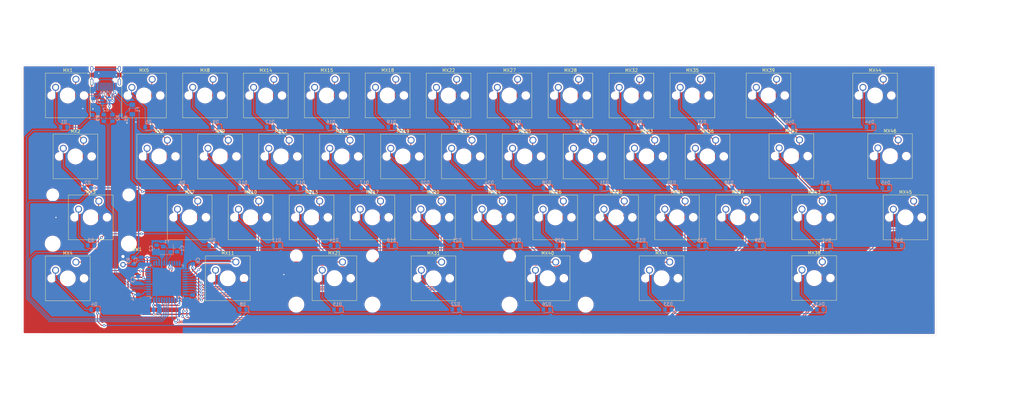
<source format=kicad_pcb>
(kicad_pcb (version 20171130) (host pcbnew 5.1.6)
  (layers (0 F.Cu signal) (31 B.Cu signal) (34 B.Paste user) (35 F.Paste user) (36 B.SilkS user) (37 F.SilkS user) (38 B.Mask user) (39 F.Mask user) (44 Edge.Cuts user))
  (net 0 "")
  (net 1 GND)
  (net 2 +5V)
  (net 3 "Net-(D2-Pad2)")
  (net 4 "Net-(D3-Pad2)")
  (net 5 ROW0)
  (net 6 "Net-(D4-Pad2)")
  (net 7 ROW1)
  (net 8 "Net-(D5-Pad2)")
  (net 9 ROW2)
  (net 10 "Net-(D6-Pad2)")
  (net 11 ROW3)
  (net 12 "Net-(D7-Pad2)")
  (net 13 "Net-(D8-Pad2)")
  (net 14 "Net-(D9-Pad2)")
  (net 15 "Net-(D10-Pad2)")
  (net 16 "Net-(D11-Pad2)")
  (net 17 "Net-(D12-Pad2)")
  (net 18 "Net-(D13-Pad2)")
  (net 19 "Net-(D14-Pad2)")
  (net 20 "Net-(D15-Pad2)")
  (net 21 "Net-(D16-Pad2)")
  (net 22 "Net-(D17-Pad2)")
  (net 23 "Net-(D18-Pad2)")
  (net 24 "Net-(D19-Pad2)")
  (net 25 "Net-(D20-Pad2)")
  (net 26 "Net-(D21-Pad2)")
  (net 27 "Net-(D22-Pad2)")
  (net 28 "Net-(D23-Pad2)")
  (net 29 "Net-(D24-Pad2)")
  (net 30 "Net-(D25-Pad2)")
  (net 31 "Net-(D26-Pad2)")
  (net 32 "Net-(D27-Pad2)")
  (net 33 "Net-(D28-Pad2)")
  (net 34 "Net-(D29-Pad2)")
  (net 35 "Net-(D30-Pad2)")
  (net 36 "Net-(D31-Pad2)")
  (net 37 "Net-(D32-Pad2)")
  (net 38 "Net-(D33-Pad2)")
  (net 39 "Net-(D34-Pad2)")
  (net 40 "Net-(D35-Pad2)")
  (net 41 "Net-(D36-Pad2)")
  (net 42 "Net-(D37-Pad2)")
  (net 43 "Net-(D38-Pad2)")
  (net 44 "Net-(D39-Pad2)")
  (net 45 "Net-(D40-Pad2)")
  (net 46 "Net-(D41-Pad2)")
  (net 47 "Net-(D42-Pad2)")
  (net 48 "Net-(D43-Pad2)")
  (net 49 "Net-(D44-Pad2)")
  (net 50 "Net-(D45-Pad2)")
  (net 51 "Net-(D46-Pad2)")
  (net 52 VBUS)
  (net 53 COL0)
  (net 54 COL1)
  (net 55 COL2)
  (net 56 COL3)
  (net 57 COL4)
  (net 58 COL5)
  (net 59 COL6)
  (net 60 COL7)
  (net 61 COL8)
  (net 62 COL9)
  (net 63 COL10)
  (net 64 COL11)
  (net 65 COL12)
  (net 66 "Net-(R3-Pad2)")
  (net 67 D+)
  (net 68 D-)
  (net 69 "Net-(USB1-Pad3)")
  (net 70 "Net-(USB1-Pad9)")
  (net 71 "Net-(C1-Pad1)")
  (net 72 "Net-(C2-Pad1)")
  (net 73 "Net-(C3-Pad1)")
  (net 74 "Net-(D1-Pad2)")
  (net 75 "Net-(R4-Pad2)")
  (net 76 "Net-(R5-Pad2)")
  (net 77 "Net-(R6-Pad2)")
  (net 78 "Net-(U1-Pad42)")
  (net 79 "Net-(U1-Pad22)")
  (net 80 "Net-(U1-Pad21)")
  (net 81 "Net-(U1-Pad20)")
  (net 82 "Net-(U1-Pad12)")
  (net 83 "Net-(U1-Pad11)")
  (net 84 "Net-(U1-Pad9)")
  (net 85 "Net-(U1-Pad8)")
  (net 86 "Net-(U1-Pad1)")
  (net 87 GNDREF)
  (net 88 DBUS+)
  (net 89 DBUS-)
  (module Type-C:SW_Cherry_MX_2.25u_PCB_fixed_courtyard (layer F.Cu) (at 126.16 114.17)
    (fp_text reference MX21 (at -2.54 -2.794) (layer F.SilkS))
    (fp_text value MX-NoLED)
    (pad 1 thru_hole circle (at 0 0) (size 2.2 2.2) (drill 1.5) (layers *.Cu *.Mask) (net 56 COL3))
    (pad 2 thru_hole circle (at -6.35 2.54) (size 2.2 2.2) (drill 1.5) (layers *.Cu *.Mask) (net 20 "Net-(D15-Pad2)"))
    (pad "" np_thru_hole circle (at -2.54 5.08) (size 4 4) (drill 4) (layers *.Cu *.Mask))
    (pad "" np_thru_hole circle (at -7.62 5.08) (size 1.7 1.7) (drill 1.7) (layers *.Cu *.Mask))
    (pad "" np_thru_hole circle (at 2.54 5.08) (size 1.7 1.7) (drill 1.7) (layers *.Cu *.Mask))
    (pad "" np_thru_hole circle (at 9.36 13.32) (size 4 4) (drill 4) (layers *.Cu *.Mask))
    (pad "" np_thru_hole circle (at -14.44 13.32) (size 4 4) (drill 4) (layers *.Cu *.Mask))
    (pad "" np_thru_hole circle (at -14.44 -1.92) (size 3.05 3.05) (drill 3.05) (layers *.Cu *.Mask))
    (pad "" np_thru_hole circle (at 9.36 -1.92) (size 3.05 3.05) (drill 3.05) (layers *.Cu *.Mask))
  )
  (module Type-C:SW_Cherry_MX_2.75u_PCB_fixed_courtyard (layer F.Cu) (at 192.825 114.185)
    (fp_text reference MX40 (at -2.54 -2.794) (layer F.SilkS))
    (fp_text value MX-NoLED)
    (pad 1 thru_hole circle (at 0 0) (size 2.2 2.2) (drill 1.5) (layers *.Cu *.Mask) (net 59 COL6))
    (pad 2 thru_hole circle (at -6.35 2.54) (size 2.2 2.2) (drill 1.5) (layers *.Cu *.Mask) (net 31 "Net-(D26-Pad2)"))
    (pad "" np_thru_hole circle (at -2.54 5.08) (size 4 4) (drill 4) (layers *.Cu *.Mask))
    (pad "" np_thru_hole circle (at -7.62 5.08) (size 1.7 1.7) (drill 1.7) (layers *.Cu *.Mask))
    (pad "" np_thru_hole circle (at 2.54 5.08) (size 1.7 1.7) (drill 1.7) (layers *.Cu *.Mask))
    (pad "" np_thru_hole circle (at 9.36 13.32) (size 4 4) (drill 4) (layers *.Cu *.Mask))
    (pad "" np_thru_hole circle (at -14.44 13.32) (size 4 4) (drill 4) (layers *.Cu *.Mask))
    (pad "" np_thru_hole circle (at -14.44 -1.92) (size 3.05 3.05) (drill 3.05) (layers *.Cu *.Mask))
    (pad "" np_thru_hole circle (at 9.36 -1.92) (size 3.05 3.05) (drill 3.05) (layers *.Cu *.Mask))
  )
  (module Type-C:SW_Cherry_MX_2.25u_PCB_fixed_courtyard (layer F.Cu) (at 49.97 95.12)
    (fp_text reference MX3 (at -2.54 -2.794) (layer F.SilkS))
    (fp_text value MX-NoLED)
    (pad 1 thru_hole circle (at 0 0) (size 2.2 2.2) (drill 1.5) (layers *.Cu *.Mask) (net 53 COL0))
    (pad 2 thru_hole circle (at -6.35 2.54) (size 2.2 2.2) (drill 1.5) (layers *.Cu *.Mask) (net 4 "Net-(D3-Pad2)"))
    (pad "" np_thru_hole circle (at -2.54 5.08) (size 4 4) (drill 4) (layers *.Cu *.Mask))
    (pad "" np_thru_hole circle (at -7.62 5.08) (size 1.7 1.7) (drill 1.7) (layers *.Cu *.Mask))
    (pad "" np_thru_hole circle (at 2.54 5.08) (size 1.7 1.7) (drill 1.7) (layers *.Cu *.Mask))
    (pad "" np_thru_hole circle (at 9.36 13.32) (size 4 4) (drill 4) (layers *.Cu *.Mask))
    (pad "" np_thru_hole circle (at -14.44 13.32) (size 4 4) (drill 4) (layers *.Cu *.Mask))
    (pad "" np_thru_hole circle (at -14.44 -1.92) (size 3.05 3.05) (drill 3.05) (layers *.Cu *.Mask))
    (pad "" np_thru_hole circle (at 9.36 -1.92) (size 3.05 3.05) (drill 3.05) (layers *.Cu *.Mask))
  )
  (module Type-C:SW_Cherry_MX_1.00u_PCB_with_fixed_courtyard (layer F.Cu) (at 66.63 57.04)
    (fp_text reference MX5 (at -2.54 -2.794) (layer F.SilkS))
    (fp_text value MX-NoLED)
    (pad "" np_thru_hole circle (at 2.54 5.08) (size 1.7 1.7) (drill 1.7) (layers *.Cu *.Mask))
    (pad "" np_thru_hole circle (at -7.62 5.08) (size 1.7 1.7) (drill 1.7) (layers *.Cu *.Mask))
    (pad "" np_thru_hole circle (at -2.54 5.08) (size 4 4) (drill 4) (layers *.Cu *.Mask))
    (pad 2 thru_hole circle (at -6.35 2.54) (size 2.2 2.2) (drill 1.5) (layers *.Cu *.Mask) (net 8 "Net-(D5-Pad2)"))
    (pad 1 thru_hole circle (at 0 0) (size 2.2 2.2) (drill 1.5) (layers *.Cu *.Mask) (net 54 COL1))
  )
  (module Type-C:SW_Cherry_MX_1.00u_PCB_with_fixed_courtyard (layer F.Cu) (at 85.67 57.02)
    (fp_text reference MX8 (at -2.54 -2.794) (layer F.SilkS))
    (fp_text value MX-NoLED)
    (pad "" np_thru_hole circle (at 2.54 5.08) (size 1.7 1.7) (drill 1.7) (layers *.Cu *.Mask))
    (pad "" np_thru_hole circle (at -7.62 5.08) (size 1.7 1.7) (drill 1.7) (layers *.Cu *.Mask))
    (pad "" np_thru_hole circle (at -2.54 5.08) (size 4 4) (drill 4) (layers *.Cu *.Mask))
    (pad 2 thru_hole circle (at -6.35 2.54) (size 2.2 2.2) (drill 1.5) (layers *.Cu *.Mask) (net 14 "Net-(D9-Pad2)"))
    (pad 1 thru_hole circle (at 0 0) (size 2.2 2.2) (drill 1.5) (layers *.Cu *.Mask) (net 55 COL2))
  )
  (module Type-C:SW_Cherry_MX_1.00u_PCB_with_fixed_courtyard (layer F.Cu) (at 104.7 57.04)
    (fp_text reference MX14 (at -2.54 -2.794) (layer F.SilkS))
    (fp_text value MX-NoLED)
    (pad "" np_thru_hole circle (at 2.54 5.08) (size 1.7 1.7) (drill 1.7) (layers *.Cu *.Mask))
    (pad "" np_thru_hole circle (at -7.62 5.08) (size 1.7 1.7) (drill 1.7) (layers *.Cu *.Mask))
    (pad "" np_thru_hole circle (at -2.54 5.08) (size 4 4) (drill 4) (layers *.Cu *.Mask))
    (pad 2 thru_hole circle (at -6.35 2.54) (size 2.2 2.2) (drill 1.5) (layers *.Cu *.Mask) (net 17 "Net-(D12-Pad2)"))
    (pad 1 thru_hole circle (at 0 0) (size 2.2 2.2) (drill 1.5) (layers *.Cu *.Mask) (net 56 COL3))
  )
  (module Type-C:SW_Cherry_MX_1.00u_PCB_with_fixed_courtyard (layer F.Cu) (at 123.78 57.02)
    (fp_text reference MX15 (at -2.54 -2.794) (layer F.SilkS))
    (fp_text value MX-NoLED)
    (pad "" np_thru_hole circle (at 2.54 5.08) (size 1.7 1.7) (drill 1.7) (layers *.Cu *.Mask))
    (pad "" np_thru_hole circle (at -7.62 5.08) (size 1.7 1.7) (drill 1.7) (layers *.Cu *.Mask))
    (pad "" np_thru_hole circle (at -2.54 5.08) (size 4 4) (drill 4) (layers *.Cu *.Mask))
    (pad 2 thru_hole circle (at -6.35 2.54) (size 2.2 2.2) (drill 1.5) (layers *.Cu *.Mask) (net 21 "Net-(D16-Pad2)"))
    (pad 1 thru_hole circle (at 0 0) (size 2.2 2.2) (drill 1.5) (layers *.Cu *.Mask) (net 57 COL4))
  )
  (module Type-C:SW_Cherry_MX_1.00u_PCB_with_fixed_courtyard (layer F.Cu) (at 142.81 57.005)
    (fp_text reference MX18 (at -2.54 -2.794) (layer F.SilkS))
    (fp_text value MX-NoLED)
    (pad "" np_thru_hole circle (at 2.54 5.08) (size 1.7 1.7) (drill 1.7) (layers *.Cu *.Mask))
    (pad "" np_thru_hole circle (at -7.62 5.08) (size 1.7 1.7) (drill 1.7) (layers *.Cu *.Mask))
    (pad "" np_thru_hole circle (at -2.54 5.08) (size 4 4) (drill 4) (layers *.Cu *.Mask))
    (pad 2 thru_hole circle (at -6.35 2.54) (size 2.2 2.2) (drill 1.5) (layers *.Cu *.Mask) (net 24 "Net-(D19-Pad2)"))
    (pad 1 thru_hole circle (at 0 0) (size 2.2 2.2) (drill 1.5) (layers *.Cu *.Mask) (net 58 COL5))
  )
  (module Type-C:SW_Cherry_MX_1.00u_PCB_with_fixed_courtyard (layer F.Cu) (at 161.86 57.04)
    (fp_text reference MX22 (at -2.54 -2.794) (layer F.SilkS))
    (fp_text value MX-NoLED)
    (pad "" np_thru_hole circle (at 2.54 5.08) (size 1.7 1.7) (drill 1.7) (layers *.Cu *.Mask))
    (pad "" np_thru_hole circle (at -7.62 5.08) (size 1.7 1.7) (drill 1.7) (layers *.Cu *.Mask))
    (pad "" np_thru_hole circle (at -2.54 5.08) (size 4 4) (drill 4) (layers *.Cu *.Mask))
    (pad 2 thru_hole circle (at -6.35 2.54) (size 2.2 2.2) (drill 1.5) (layers *.Cu *.Mask) (net 28 "Net-(D23-Pad2)"))
    (pad 1 thru_hole circle (at 0 0) (size 2.2 2.2) (drill 1.5) (layers *.Cu *.Mask) (net 59 COL6))
  )
  (module Type-C:SW_Cherry_MX_1.00u_PCB_with_fixed_courtyard (layer F.Cu) (at 180.91 57.03)
    (fp_text reference MX27 (at -2.54 -2.794) (layer F.SilkS))
    (fp_text value MX-NoLED)
    (pad "" np_thru_hole circle (at 2.54 5.08) (size 1.7 1.7) (drill 1.7) (layers *.Cu *.Mask))
    (pad "" np_thru_hole circle (at -7.62 5.08) (size 1.7 1.7) (drill 1.7) (layers *.Cu *.Mask))
    (pad "" np_thru_hole circle (at -2.54 5.08) (size 4 4) (drill 4) (layers *.Cu *.Mask))
    (pad 2 thru_hole circle (at -6.35 2.54) (size 2.2 2.2) (drill 1.5) (layers *.Cu *.Mask) (net 32 "Net-(D27-Pad2)"))
    (pad 1 thru_hole circle (at 0 0) (size 2.2 2.2) (drill 1.5) (layers *.Cu *.Mask) (net 60 COL7))
  )
  (module Type-C:SW_Cherry_MX_1.00u_PCB_with_fixed_courtyard (layer F.Cu) (at 199.97 57.03)
    (fp_text reference MX28 (at -2.54 -2.794) (layer F.SilkS))
    (fp_text value MX-NoLED)
    (pad "" np_thru_hole circle (at 2.54 5.08) (size 1.7 1.7) (drill 1.7) (layers *.Cu *.Mask))
    (pad "" np_thru_hole circle (at -7.62 5.08) (size 1.7 1.7) (drill 1.7) (layers *.Cu *.Mask))
    (pad "" np_thru_hole circle (at -2.54 5.08) (size 4 4) (drill 4) (layers *.Cu *.Mask))
    (pad 2 thru_hole circle (at -6.35 2.54) (size 2.2 2.2) (drill 1.5) (layers *.Cu *.Mask) (net 35 "Net-(D30-Pad2)"))
    (pad 1 thru_hole circle (at 0 0) (size 2.2 2.2) (drill 1.5) (layers *.Cu *.Mask) (net 61 COL8))
  )
  (module Type-C:SW_Cherry_MX_1.00u_PCB_with_fixed_courtyard (layer F.Cu) (at 219.03 57.04)
    (fp_text reference MX32 (at -2.54 -2.794) (layer F.SilkS))
    (fp_text value MX-NoLED)
    (pad "" np_thru_hole circle (at 2.54 5.08) (size 1.7 1.7) (drill 1.7) (layers *.Cu *.Mask))
    (pad "" np_thru_hole circle (at -7.62 5.08) (size 1.7 1.7) (drill 1.7) (layers *.Cu *.Mask))
    (pad "" np_thru_hole circle (at -2.54 5.08) (size 4 4) (drill 4) (layers *.Cu *.Mask))
    (pad 2 thru_hole circle (at -6.35 2.54) (size 2.2 2.2) (drill 1.5) (layers *.Cu *.Mask) (net 39 "Net-(D34-Pad2)"))
    (pad 1 thru_hole circle (at 0 0) (size 2.2 2.2) (drill 1.5) (layers *.Cu *.Mask) (net 62 COL9))
  )
  (module Type-C:SW_Cherry_MX_1.00u_PCB_with_fixed_courtyard (layer F.Cu) (at 238.09 57.02)
    (fp_text reference MX35 (at -2.54 -2.794) (layer F.SilkS))
    (fp_text value MX-NoLED)
    (pad "" np_thru_hole circle (at 2.54 5.08) (size 1.7 1.7) (drill 1.7) (layers *.Cu *.Mask))
    (pad "" np_thru_hole circle (at -7.62 5.08) (size 1.7 1.7) (drill 1.7) (layers *.Cu *.Mask))
    (pad "" np_thru_hole circle (at -2.54 5.08) (size 4 4) (drill 4) (layers *.Cu *.Mask))
    (pad 2 thru_hole circle (at -6.35 2.54) (size 2.2 2.2) (drill 1.5) (layers *.Cu *.Mask) (net 42 "Net-(D37-Pad2)"))
    (pad 1 thru_hole circle (at 0 0) (size 2.2 2.2) (drill 1.5) (layers *.Cu *.Mask) (net 63 COL10))
  )
  (module Type-C:SW_Cherry_MX_1.00u_PCB_with_fixed_courtyard (layer F.Cu) (at 166.63 76.08)
    (fp_text reference MX23 (at -2.54 -2.794) (layer F.SilkS))
    (fp_text value MX-NoLED)
    (pad "" np_thru_hole circle (at 2.54 5.08) (size 1.7 1.7) (drill 1.7) (layers *.Cu *.Mask))
    (pad "" np_thru_hole circle (at -7.62 5.08) (size 1.7 1.7) (drill 1.7) (layers *.Cu *.Mask))
    (pad "" np_thru_hole circle (at -2.54 5.08) (size 4 4) (drill 4) (layers *.Cu *.Mask))
    (pad 2 thru_hole circle (at -6.35 2.54) (size 2.2 2.2) (drill 1.5) (layers *.Cu *.Mask) (net 29 "Net-(D24-Pad2)"))
    (pad 1 thru_hole circle (at 0 0) (size 2.2 2.2) (drill 1.5) (layers *.Cu *.Mask) (net 59 COL6))
  )
  (module Type-C:SW_Cherry_MX_1.00u_PCB_with_fixed_courtyard (layer F.Cu) (at 109.46 76.09)
    (fp_text reference MX12 (at -2.54 -2.794) (layer F.SilkS))
    (fp_text value MX-NoLED)
    (pad "" np_thru_hole circle (at 2.54 5.08) (size 1.7 1.7) (drill 1.7) (layers *.Cu *.Mask))
    (pad "" np_thru_hole circle (at -7.62 5.08) (size 1.7 1.7) (drill 1.7) (layers *.Cu *.Mask))
    (pad "" np_thru_hole circle (at -2.54 5.08) (size 4 4) (drill 4) (layers *.Cu *.Mask))
    (pad 2 thru_hole circle (at -6.35 2.54) (size 2.2 2.2) (drill 1.5) (layers *.Cu *.Mask) (net 18 "Net-(D13-Pad2)"))
    (pad 1 thru_hole circle (at 0 0) (size 2.2 2.2) (drill 1.5) (layers *.Cu *.Mask) (net 56 COL3))
  )
  (module Type-C:SW_Cherry_MX_1.00u_PCB_with_fixed_courtyard (layer F.Cu) (at 204.71 76.09)
    (fp_text reference MX29 (at -2.54 -2.794) (layer F.SilkS))
    (fp_text value MX-NoLED)
    (pad "" np_thru_hole circle (at 2.54 5.08) (size 1.7 1.7) (drill 1.7) (layers *.Cu *.Mask))
    (pad "" np_thru_hole circle (at -7.62 5.08) (size 1.7 1.7) (drill 1.7) (layers *.Cu *.Mask))
    (pad "" np_thru_hole circle (at -2.54 5.08) (size 4 4) (drill 4) (layers *.Cu *.Mask))
    (pad 2 thru_hole circle (at -6.35 2.54) (size 2.2 2.2) (drill 1.5) (layers *.Cu *.Mask) (net 36 "Net-(D31-Pad2)"))
    (pad 1 thru_hole circle (at 0 0) (size 2.2 2.2) (drill 1.5) (layers *.Cu *.Mask) (net 61 COL8))
  )
  (module Type-C:SW_Cherry_MX_1.00u_PCB_with_fixed_courtyard (layer F.Cu) (at 128.51 76.09)
    (fp_text reference MX16 (at -2.54 -2.794) (layer F.SilkS))
    (fp_text value MX-NoLED)
    (pad "" np_thru_hole circle (at 2.54 5.08) (size 1.7 1.7) (drill 1.7) (layers *.Cu *.Mask))
    (pad "" np_thru_hole circle (at -7.62 5.08) (size 1.7 1.7) (drill 1.7) (layers *.Cu *.Mask))
    (pad "" np_thru_hole circle (at -2.54 5.08) (size 4 4) (drill 4) (layers *.Cu *.Mask))
    (pad 2 thru_hole circle (at -6.35 2.54) (size 2.2 2.2) (drill 1.5) (layers *.Cu *.Mask) (net 22 "Net-(D17-Pad2)"))
    (pad 1 thru_hole circle (at 0 0) (size 2.2 2.2) (drill 1.5) (layers *.Cu *.Mask) (net 57 COL4))
  )
  (module Type-C:SW_Cherry_MX_1.00u_PCB_with_fixed_courtyard (layer F.Cu) (at 90.43 76.08)
    (fp_text reference MX9 (at -2.54 -2.794) (layer F.SilkS))
    (fp_text value MX-NoLED)
    (pad "" np_thru_hole circle (at 2.54 5.08) (size 1.7 1.7) (drill 1.7) (layers *.Cu *.Mask))
    (pad "" np_thru_hole circle (at -7.62 5.08) (size 1.7 1.7) (drill 1.7) (layers *.Cu *.Mask))
    (pad "" np_thru_hole circle (at -2.54 5.08) (size 4 4) (drill 4) (layers *.Cu *.Mask))
    (pad 2 thru_hole circle (at -6.35 2.54) (size 2.2 2.2) (drill 1.5) (layers *.Cu *.Mask) (net 15 "Net-(D10-Pad2)"))
    (pad 1 thru_hole circle (at 0 0) (size 2.2 2.2) (drill 1.5) (layers *.Cu *.Mask) (net 55 COL2))
  )
  (module Type-C:SW_Cherry_MX_1.00u_PCB_with_fixed_courtyard (layer F.Cu) (at 242.83 76.08)
    (fp_text reference MX36 (at -2.54 -2.794) (layer F.SilkS))
    (fp_text value MX-NoLED)
    (pad "" np_thru_hole circle (at 2.54 5.08) (size 1.7 1.7) (drill 1.7) (layers *.Cu *.Mask))
    (pad "" np_thru_hole circle (at -7.62 5.08) (size 1.7 1.7) (drill 1.7) (layers *.Cu *.Mask))
    (pad "" np_thru_hole circle (at -2.54 5.08) (size 4 4) (drill 4) (layers *.Cu *.Mask))
    (pad 2 thru_hole circle (at -6.35 2.54) (size 2.2 2.2) (drill 1.5) (layers *.Cu *.Mask) (net 43 "Net-(D38-Pad2)"))
    (pad 1 thru_hole circle (at 0 0) (size 2.2 2.2) (drill 1.5) (layers *.Cu *.Mask) (net 63 COL10))
  )
  (module Type-C:SW_Cherry_MX_1.00u_PCB_with_fixed_courtyard (layer F.Cu) (at 147.59 76.09)
    (fp_text reference MX19 (at -2.54 -2.794) (layer F.SilkS))
    (fp_text value MX-NoLED)
    (pad "" np_thru_hole circle (at 2.54 5.08) (size 1.7 1.7) (drill 1.7) (layers *.Cu *.Mask))
    (pad "" np_thru_hole circle (at -7.62 5.08) (size 1.7 1.7) (drill 1.7) (layers *.Cu *.Mask))
    (pad "" np_thru_hole circle (at -2.54 5.08) (size 4 4) (drill 4) (layers *.Cu *.Mask))
    (pad 2 thru_hole circle (at -6.35 2.54) (size 2.2 2.2) (drill 1.5) (layers *.Cu *.Mask) (net 25 "Net-(D20-Pad2)"))
    (pad 1 thru_hole circle (at 0 0) (size 2.2 2.2) (drill 1.5) (layers *.Cu *.Mask) (net 58 COL5))
  )
  (module Type-C:SW_Cherry_MX_1.00u_PCB_with_fixed_courtyard (layer F.Cu) (at 185.68 76.08)
    (fp_text reference MX25 (at -2.54 -2.794) (layer F.SilkS))
    (fp_text value MX-NoLED)
    (pad "" np_thru_hole circle (at 2.54 5.08) (size 1.7 1.7) (drill 1.7) (layers *.Cu *.Mask))
    (pad "" np_thru_hole circle (at -7.62 5.08) (size 1.7 1.7) (drill 1.7) (layers *.Cu *.Mask))
    (pad "" np_thru_hole circle (at -2.54 5.08) (size 4 4) (drill 4) (layers *.Cu *.Mask))
    (pad 2 thru_hole circle (at -6.35 2.54) (size 2.2 2.2) (drill 1.5) (layers *.Cu *.Mask) (net 33 "Net-(D28-Pad2)"))
    (pad 1 thru_hole circle (at 0 0) (size 2.2 2.2) (drill 1.5) (layers *.Cu *.Mask) (net 60 COL7))
  )
  (module Type-C:SW_Cherry_MX_1.00u_PCB_with_fixed_courtyard (layer F.Cu) (at 71.39 76.08)
    (fp_text reference MX6 (at -2.54 -2.794) (layer F.SilkS))
    (fp_text value MX-NoLED)
    (pad "" np_thru_hole circle (at 2.54 5.08) (size 1.7 1.7) (drill 1.7) (layers *.Cu *.Mask))
    (pad "" np_thru_hole circle (at -7.62 5.08) (size 1.7 1.7) (drill 1.7) (layers *.Cu *.Mask))
    (pad "" np_thru_hole circle (at -2.54 5.08) (size 4 4) (drill 4) (layers *.Cu *.Mask))
    (pad 2 thru_hole circle (at -6.35 2.54) (size 2.2 2.2) (drill 1.5) (layers *.Cu *.Mask) (net 10 "Net-(D6-Pad2)"))
    (pad 1 thru_hole circle (at 0 0) (size 2.2 2.2) (drill 1.5) (layers *.Cu *.Mask) (net 54 COL1))
  )
  (module Type-C:SW_Cherry_MX_1.00u_PCB_with_fixed_courtyard (layer F.Cu) (at 223.79 76.06)
    (fp_text reference MX33 (at -2.54 -2.794) (layer F.SilkS))
    (fp_text value MX-NoLED)
    (pad "" np_thru_hole circle (at 2.54 5.08) (size 1.7 1.7) (drill 1.7) (layers *.Cu *.Mask))
    (pad "" np_thru_hole circle (at -7.62 5.08) (size 1.7 1.7) (drill 1.7) (layers *.Cu *.Mask))
    (pad "" np_thru_hole circle (at -2.54 5.08) (size 4 4) (drill 4) (layers *.Cu *.Mask))
    (pad 2 thru_hole circle (at -6.35 2.54) (size 2.2 2.2) (drill 1.5) (layers *.Cu *.Mask) (net 40 "Net-(D35-Pad2)"))
    (pad 1 thru_hole circle (at 0 0) (size 2.2 2.2) (drill 1.5) (layers *.Cu *.Mask) (net 62 COL9))
  )
  (module Type-C:SW_Cherry_MX_1.00u_PCB_with_fixed_courtyard (layer F.Cu) (at 80.91 95.12)
    (fp_text reference MX7 (at -2.54 -2.794) (layer F.SilkS))
    (fp_text value MX-NoLED)
    (pad "" np_thru_hole circle (at 2.54 5.08) (size 1.7 1.7) (drill 1.7) (layers *.Cu *.Mask))
    (pad "" np_thru_hole circle (at -7.62 5.08) (size 1.7 1.7) (drill 1.7) (layers *.Cu *.Mask))
    (pad "" np_thru_hole circle (at -2.54 5.08) (size 4 4) (drill 4) (layers *.Cu *.Mask))
    (pad 2 thru_hole circle (at -6.35 2.54) (size 2.2 2.2) (drill 1.5) (layers *.Cu *.Mask) (net 12 "Net-(D7-Pad2)"))
    (pad 1 thru_hole circle (at 0 0) (size 2.2 2.2) (drill 1.5) (layers *.Cu *.Mask) (net 54 COL1))
  )
  (module Type-C:SW_Cherry_MX_1.00u_PCB_with_fixed_courtyard (layer F.Cu) (at 304.73 95.13)
    (fp_text reference MX45 (at -2.54 -2.794) (layer F.SilkS))
    (fp_text value MX-NoLED)
    (pad "" np_thru_hole circle (at 2.54 5.08) (size 1.7 1.7) (drill 1.7) (layers *.Cu *.Mask))
    (pad "" np_thru_hole circle (at -7.62 5.08) (size 1.7 1.7) (drill 1.7) (layers *.Cu *.Mask))
    (pad "" np_thru_hole circle (at -2.54 5.08) (size 4 4) (drill 4) (layers *.Cu *.Mask))
    (pad 2 thru_hole circle (at -6.35 2.54) (size 2.2 2.2) (drill 1.5) (layers *.Cu *.Mask) (net 51 "Net-(D46-Pad2)"))
    (pad 1 thru_hole circle (at 0 0) (size 2.2 2.2) (drill 1.5) (layers *.Cu *.Mask) (net 65 COL12))
  )
  (module Type-C:SW_Cherry_MX_1.00u_PCB_with_fixed_courtyard (layer F.Cu) (at 299.905 75.985)
    (fp_text reference MX46 (at -2.54 -2.794) (layer F.SilkS))
    (fp_text value MX-NoLED)
    (pad "" np_thru_hole circle (at 2.54 5.08) (size 1.7 1.7) (drill 1.7) (layers *.Cu *.Mask))
    (pad "" np_thru_hole circle (at -7.62 5.08) (size 1.7 1.7) (drill 1.7) (layers *.Cu *.Mask))
    (pad "" np_thru_hole circle (at -2.54 5.08) (size 4 4) (drill 4) (layers *.Cu *.Mask))
    (pad 2 thru_hole circle (at -6.35 2.54) (size 2.2 2.2) (drill 1.5) (layers *.Cu *.Mask) (net 50 "Net-(D45-Pad2)"))
    (pad 1 thru_hole circle (at 0 0) (size 2.2 2.2) (drill 1.5) (layers *.Cu *.Mask) (net 65 COL12))
  )
  (module Type-C:SW_Cherry_MX_1.00u_PCB_with_fixed_courtyard (layer F.Cu) (at 99.96 95.12)
    (fp_text reference MX10 (at -2.54 -2.794) (layer F.SilkS))
    (fp_text value MX-NoLED)
    (pad "" np_thru_hole circle (at 2.54 5.08) (size 1.7 1.7) (drill 1.7) (layers *.Cu *.Mask))
    (pad "" np_thru_hole circle (at -7.62 5.08) (size 1.7 1.7) (drill 1.7) (layers *.Cu *.Mask))
    (pad "" np_thru_hole circle (at -2.54 5.08) (size 4 4) (drill 4) (layers *.Cu *.Mask))
    (pad 2 thru_hole circle (at -6.35 2.54) (size 2.2 2.2) (drill 1.5) (layers *.Cu *.Mask) (net 16 "Net-(D11-Pad2)"))
    (pad 1 thru_hole circle (at 0 0) (size 2.2 2.2) (drill 1.5) (layers *.Cu *.Mask) (net 55 COL2))
  )
  (module Type-C:SW_Cherry_MX_1.00u_PCB_with_fixed_courtyard (layer F.Cu) (at 119.02 95.14)
    (fp_text reference MX13 (at -2.54 -2.794) (layer F.SilkS))
    (fp_text value MX-NoLED)
    (pad "" np_thru_hole circle (at 2.54 5.08) (size 1.7 1.7) (drill 1.7) (layers *.Cu *.Mask))
    (pad "" np_thru_hole circle (at -7.62 5.08) (size 1.7 1.7) (drill 1.7) (layers *.Cu *.Mask))
    (pad "" np_thru_hole circle (at -2.54 5.08) (size 4 4) (drill 4) (layers *.Cu *.Mask))
    (pad 2 thru_hole circle (at -6.35 2.54) (size 2.2 2.2) (drill 1.5) (layers *.Cu *.Mask) (net 19 "Net-(D14-Pad2)"))
    (pad 1 thru_hole circle (at 0 0) (size 2.2 2.2) (drill 1.5) (layers *.Cu *.Mask) (net 56 COL3))
  )
  (module Type-C:SW_Cherry_MX_1.00u_PCB_with_fixed_courtyard (layer F.Cu) (at 176.14 95.12)
    (fp_text reference MX24 (at -2.54 -2.794) (layer F.SilkS))
    (fp_text value MX-NoLED)
    (pad "" np_thru_hole circle (at 2.54 5.08) (size 1.7 1.7) (drill 1.7) (layers *.Cu *.Mask))
    (pad "" np_thru_hole circle (at -7.62 5.08) (size 1.7 1.7) (drill 1.7) (layers *.Cu *.Mask))
    (pad "" np_thru_hole circle (at -2.54 5.08) (size 4 4) (drill 4) (layers *.Cu *.Mask))
    (pad 2 thru_hole circle (at -6.35 2.54) (size 2.2 2.2) (drill 1.5) (layers *.Cu *.Mask) (net 30 "Net-(D25-Pad2)"))
    (pad 1 thru_hole circle (at 0 0) (size 2.2 2.2) (drill 1.5) (layers *.Cu *.Mask) (net 59 COL6))
  )
  (module Type-C:SW_Cherry_MX_1.00u_PCB_with_fixed_courtyard (layer F.Cu) (at 157.005 95.12)
    (fp_text reference MX20 (at -2.54 -2.794) (layer F.SilkS))
    (fp_text value MX-NoLED)
    (pad "" np_thru_hole circle (at 2.54 5.08) (size 1.7 1.7) (drill 1.7) (layers *.Cu *.Mask))
    (pad "" np_thru_hole circle (at -7.62 5.08) (size 1.7 1.7) (drill 1.7) (layers *.Cu *.Mask))
    (pad "" np_thru_hole circle (at -2.54 5.08) (size 4 4) (drill 4) (layers *.Cu *.Mask))
    (pad 2 thru_hole circle (at -6.35 2.54) (size 2.2 2.2) (drill 1.5) (layers *.Cu *.Mask) (net 26 "Net-(D21-Pad2)"))
    (pad 1 thru_hole circle (at 0 0) (size 2.2 2.2) (drill 1.5) (layers *.Cu *.Mask) (net 58 COL5))
  )
  (module Type-C:SW_Cherry_MX_1.00u_PCB_with_fixed_courtyard (layer F.Cu) (at 138.04 95.13)
    (fp_text reference MX17 (at -2.54 -2.794) (layer F.SilkS))
    (fp_text value MX-NoLED)
    (pad "" np_thru_hole circle (at 2.54 5.08) (size 1.7 1.7) (drill 1.7) (layers *.Cu *.Mask))
    (pad "" np_thru_hole circle (at -7.62 5.08) (size 1.7 1.7) (drill 1.7) (layers *.Cu *.Mask))
    (pad "" np_thru_hole circle (at -2.54 5.08) (size 4 4) (drill 4) (layers *.Cu *.Mask))
    (pad 2 thru_hole circle (at -6.35 2.54) (size 2.2 2.2) (drill 1.5) (layers *.Cu *.Mask) (net 23 "Net-(D18-Pad2)"))
    (pad 1 thru_hole circle (at 0 0) (size 2.2 2.2) (drill 1.5) (layers *.Cu *.Mask) (net 57 COL4))
  )
  (module Type-C:SW_Cherry_MX_1.00u_PCB_with_fixed_courtyard (layer F.Cu) (at 233.28 95.11)
    (fp_text reference MX34 (at -2.54 -2.794) (layer F.SilkS))
    (fp_text value MX-NoLED)
    (pad "" np_thru_hole circle (at 2.54 5.08) (size 1.7 1.7) (drill 1.7) (layers *.Cu *.Mask))
    (pad "" np_thru_hole circle (at -7.62 5.08) (size 1.7 1.7) (drill 1.7) (layers *.Cu *.Mask))
    (pad "" np_thru_hole circle (at -2.54 5.08) (size 4 4) (drill 4) (layers *.Cu *.Mask))
    (pad 2 thru_hole circle (at -6.35 2.54) (size 2.2 2.2) (drill 1.5) (layers *.Cu *.Mask) (net 41 "Net-(D36-Pad2)"))
    (pad 1 thru_hole circle (at 0 0) (size 2.2 2.2) (drill 1.5) (layers *.Cu *.Mask) (net 62 COL9))
  )
  (module Type-C:SW_Cherry_MX_1.00u_PCB_with_fixed_courtyard (layer F.Cu) (at 214.25 95.12)
    (fp_text reference MX30 (at -2.54 -2.794) (layer F.SilkS))
    (fp_text value MX-NoLED)
    (pad "" np_thru_hole circle (at 2.54 5.08) (size 1.7 1.7) (drill 1.7) (layers *.Cu *.Mask))
    (pad "" np_thru_hole circle (at -7.62 5.08) (size 1.7 1.7) (drill 1.7) (layers *.Cu *.Mask))
    (pad "" np_thru_hole circle (at -2.54 5.08) (size 4 4) (drill 4) (layers *.Cu *.Mask))
    (pad 2 thru_hole circle (at -6.35 2.54) (size 2.2 2.2) (drill 1.5) (layers *.Cu *.Mask) (net 37 "Net-(D32-Pad2)"))
    (pad 1 thru_hole circle (at 0 0) (size 2.2 2.2) (drill 1.5) (layers *.Cu *.Mask) (net 61 COL8))
  )
  (module Type-C:SW_Cherry_MX_1.00u_PCB_with_fixed_courtyard (layer F.Cu) (at 195.2 95.14)
    (fp_text reference MX26 (at -2.54 -2.794) (layer F.SilkS))
    (fp_text value MX-NoLED)
    (pad "" np_thru_hole circle (at 2.54 5.08) (size 1.7 1.7) (drill 1.7) (layers *.Cu *.Mask))
    (pad "" np_thru_hole circle (at -7.62 5.08) (size 1.7 1.7) (drill 1.7) (layers *.Cu *.Mask))
    (pad "" np_thru_hole circle (at -2.54 5.08) (size 4 4) (drill 4) (layers *.Cu *.Mask))
    (pad 2 thru_hole circle (at -6.35 2.54) (size 2.2 2.2) (drill 1.5) (layers *.Cu *.Mask) (net 34 "Net-(D29-Pad2)"))
    (pad 1 thru_hole circle (at 0 0) (size 2.2 2.2) (drill 1.5) (layers *.Cu *.Mask) (net 60 COL7))
  )
  (module Type-C:SW_Cherry_MX_1.00u_PCB_with_fixed_courtyard (layer F.Cu) (at 252.36 95.13)
    (fp_text reference MX37 (at -2.54 -2.794) (layer F.SilkS))
    (fp_text value MX-NoLED)
    (pad "" np_thru_hole circle (at 2.54 5.08) (size 1.7 1.7) (drill 1.7) (layers *.Cu *.Mask))
    (pad "" np_thru_hole circle (at -7.62 5.08) (size 1.7 1.7) (drill 1.7) (layers *.Cu *.Mask))
    (pad "" np_thru_hole circle (at -2.54 5.08) (size 4 4) (drill 4) (layers *.Cu *.Mask))
    (pad 2 thru_hole circle (at -6.35 2.54) (size 2.2 2.2) (drill 1.5) (layers *.Cu *.Mask) (net 44 "Net-(D39-Pad2)"))
    (pad 1 thru_hole circle (at 0 0) (size 2.2 2.2) (drill 1.5) (layers *.Cu *.Mask) (net 63 COL10))
  )
  (module Type-C:SW_Cherry_MX_1.00u_PCB_with_fixed_courtyard (layer F.Cu) (at 157.14 114.195)
    (fp_text reference MX31 (at -2.54 -2.794) (layer F.SilkS))
    (fp_text value MX-NoLED)
    (pad "" np_thru_hole circle (at 2.54 5.08) (size 1.7 1.7) (drill 1.7) (layers *.Cu *.Mask))
    (pad "" np_thru_hole circle (at -7.62 5.08) (size 1.7 1.7) (drill 1.7) (layers *.Cu *.Mask))
    (pad "" np_thru_hole circle (at -2.54 5.08) (size 4 4) (drill 4) (layers *.Cu *.Mask))
    (pad 2 thru_hole circle (at -6.35 2.54) (size 2.2 2.2) (drill 1.5) (layers *.Cu *.Mask) (net 27 "Net-(D22-Pad2)"))
    (pad 1 thru_hole circle (at 0 0) (size 2.2 2.2) (drill 1.5) (layers *.Cu *.Mask) (net 58 COL5))
  )
  (module Type-C:SW_Cherry_MX_1.00u_PCB_with_fixed_courtyard (layer F.Cu) (at 42.79 57.02)
    (fp_text reference MX1 (at -2.54 -2.794) (layer F.SilkS))
    (fp_text value MX-NoLED)
    (pad "" np_thru_hole circle (at 2.54 5.08) (size 1.7 1.7) (drill 1.7) (layers *.Cu *.Mask))
    (pad "" np_thru_hole circle (at -7.62 5.08) (size 1.7 1.7) (drill 1.7) (layers *.Cu *.Mask))
    (pad "" np_thru_hole circle (at -2.54 5.08) (size 4 4) (drill 4) (layers *.Cu *.Mask))
    (pad 2 thru_hole circle (at -6.35 2.54) (size 2.2 2.2) (drill 1.5) (layers *.Cu *.Mask) (net 74 "Net-(D1-Pad2)"))
    (pad 1 thru_hole circle (at 0 0) (size 2.2 2.2) (drill 1.5) (layers *.Cu *.Mask) (net 53 COL0))
  )
  (module Type-C:SW_Cherry_MX_1.00u_PCB_with_fixed_courtyard (layer F.Cu) (at 276.17 95.12)
    (fp_text reference MX43 (at -2.54 -2.794) (layer F.SilkS))
    (fp_text value MX-NoLED)
    (pad "" np_thru_hole circle (at 2.54 5.08) (size 1.7 1.7) (drill 1.7) (layers *.Cu *.Mask))
    (pad "" np_thru_hole circle (at -7.62 5.08) (size 1.7 1.7) (drill 1.7) (layers *.Cu *.Mask))
    (pad "" np_thru_hole circle (at -2.54 5.08) (size 4 4) (drill 4) (layers *.Cu *.Mask))
    (pad 2 thru_hole circle (at -6.35 2.54) (size 2.2 2.2) (drill 1.5) (layers *.Cu *.Mask) (net 47 "Net-(D42-Pad2)"))
    (pad 1 thru_hole circle (at 0 0) (size 2.2 2.2) (drill 1.5) (layers *.Cu *.Mask) (net 64 COL11))
  )
  (module Type-C:SW_Cherry_MX_1.00u_PCB_with_fixed_courtyard (layer F.Cu) (at 261.89 57.02)
    (fp_text reference MX39 (at -2.54 -2.794) (layer F.SilkS))
    (fp_text value MX-NoLED)
    (pad "" np_thru_hole circle (at 2.54 5.08) (size 1.7 1.7) (drill 1.7) (layers *.Cu *.Mask))
    (pad "" np_thru_hole circle (at -7.62 5.08) (size 1.7 1.7) (drill 1.7) (layers *.Cu *.Mask))
    (pad "" np_thru_hole circle (at -2.54 5.08) (size 4 4) (drill 4) (layers *.Cu *.Mask))
    (pad 2 thru_hole circle (at -6.35 2.54) (size 2.2 2.2) (drill 1.5) (layers *.Cu *.Mask) (net 45 "Net-(D40-Pad2)"))
    (pad 1 thru_hole circle (at 0 0) (size 2.2 2.2) (drill 1.5) (layers *.Cu *.Mask) (net 64 COL11))
  )
  (module Type-C:SW_Cherry_MX_1.00u_PCB_with_fixed_courtyard (layer F.Cu) (at 276.18 114.12)
    (fp_text reference MX38 (at -2.54 -2.794) (layer F.SilkS))
    (fp_text value MX-NoLED)
    (pad "" np_thru_hole circle (at 2.54 5.08) (size 1.7 1.7) (drill 1.7) (layers *.Cu *.Mask))
    (pad "" np_thru_hole circle (at -7.62 5.08) (size 1.7 1.7) (drill 1.7) (layers *.Cu *.Mask))
    (pad "" np_thru_hole circle (at -2.54 5.08) (size 4 4) (drill 4) (layers *.Cu *.Mask))
    (pad 2 thru_hole circle (at -6.35 2.54) (size 2.2 2.2) (drill 1.5) (layers *.Cu *.Mask) (net 48 "Net-(D43-Pad2)"))
    (pad 1 thru_hole circle (at 0 0) (size 2.2 2.2) (drill 1.5) (layers *.Cu *.Mask) (net 64 COL11))
  )
  (module Type-C:SW_Cherry_MX_1.00u_PCB_with_fixed_courtyard (layer F.Cu) (at 42.79 114.21)
    (fp_text reference MX4 (at -2.54 -2.794) (layer F.SilkS))
    (fp_text value MX-NoLED)
    (pad "" np_thru_hole circle (at 2.54 5.08) (size 1.7 1.7) (drill 1.7) (layers *.Cu *.Mask))
    (pad "" np_thru_hole circle (at -7.62 5.08) (size 1.7 1.7) (drill 1.7) (layers *.Cu *.Mask))
    (pad "" np_thru_hole circle (at -2.54 5.08) (size 4 4) (drill 4) (layers *.Cu *.Mask))
    (pad 2 thru_hole circle (at -6.35 2.54) (size 2.2 2.2) (drill 1.5) (layers *.Cu *.Mask) (net 6 "Net-(D4-Pad2)"))
    (pad 1 thru_hole circle (at 0 0) (size 2.2 2.2) (drill 1.5) (layers *.Cu *.Mask) (net 53 COL0))
  )
  (module Type-C:SW_Cherry_MX_1.00u_PCB_with_fixed_courtyard (layer F.Cu) (at 228.47 114.17)
    (fp_text reference MX41 (at -2.54 -2.794) (layer F.SilkS))
    (fp_text value MX-NoLED)
    (pad "" np_thru_hole circle (at 2.54 5.08) (size 1.7 1.7) (drill 1.7) (layers *.Cu *.Mask))
    (pad "" np_thru_hole circle (at -7.62 5.08) (size 1.7 1.7) (drill 1.7) (layers *.Cu *.Mask))
    (pad "" np_thru_hole circle (at -2.54 5.08) (size 4 4) (drill 4) (layers *.Cu *.Mask))
    (pad 2 thru_hole circle (at -6.35 2.54) (size 2.2 2.2) (drill 1.5) (layers *.Cu *.Mask) (net 38 "Net-(D33-Pad2)"))
    (pad 1 thru_hole circle (at 0 0) (size 2.2 2.2) (drill 1.5) (layers *.Cu *.Mask) (net 61 COL8))
  )
  (module Type-C:SW_Cherry_MX_1.00u_PCB_with_fixed_courtyard (layer F.Cu) (at 92.81 114.18)
    (fp_text reference MX11 (at -2.54 -2.794) (layer F.SilkS))
    (fp_text value MX-NoLED)
    (pad "" np_thru_hole circle (at 2.54 5.08) (size 1.7 1.7) (drill 1.7) (layers *.Cu *.Mask))
    (pad "" np_thru_hole circle (at -7.62 5.08) (size 1.7 1.7) (drill 1.7) (layers *.Cu *.Mask))
    (pad "" np_thru_hole circle (at -2.54 5.08) (size 4 4) (drill 4) (layers *.Cu *.Mask))
    (pad 2 thru_hole circle (at -6.35 2.54) (size 2.2 2.2) (drill 1.5) (layers *.Cu *.Mask) (net 13 "Net-(D8-Pad2)"))
    (pad 1 thru_hole circle (at 0 0) (size 2.2 2.2) (drill 1.5) (layers *.Cu *.Mask) (net 54 COL1))
  )
  (module Type-C:SW_Cherry_MX_1.00u_PCB_with_fixed_courtyard (layer F.Cu) (at 45.18 76.09)
    (fp_text reference MX2 (at -2.54 -2.794) (layer F.SilkS))
    (fp_text value MX-NoLED)
    (pad "" np_thru_hole circle (at 2.54 5.08) (size 1.7 1.7) (drill 1.7) (layers *.Cu *.Mask))
    (pad "" np_thru_hole circle (at -7.62 5.08) (size 1.7 1.7) (drill 1.7) (layers *.Cu *.Mask))
    (pad "" np_thru_hole circle (at -2.54 5.08) (size 4 4) (drill 4) (layers *.Cu *.Mask))
    (pad 2 thru_hole circle (at -6.35 2.54) (size 2.2 2.2) (drill 1.5) (layers *.Cu *.Mask) (net 3 "Net-(D2-Pad2)"))
    (pad 1 thru_hole circle (at 0 0) (size 2.2 2.2) (drill 1.5) (layers *.Cu *.Mask) (net 53 COL0))
  )
  (module Type-C:SW_Cherry_MX_1.00u_PCB_with_fixed_courtyard (layer F.Cu) (at 269.045 75.985)
    (fp_text reference MX42 (at -2.54 -2.794) (layer F.SilkS))
    (fp_text value MX-NoLED)
    (pad "" np_thru_hole circle (at 2.54 5.08) (size 1.7 1.7) (drill 1.7) (layers *.Cu *.Mask))
    (pad "" np_thru_hole circle (at -7.62 5.08) (size 1.7 1.7) (drill 1.7) (layers *.Cu *.Mask))
    (pad "" np_thru_hole circle (at -2.54 5.08) (size 4 4) (drill 4) (layers *.Cu *.Mask))
    (pad 2 thru_hole circle (at -6.35 2.54) (size 2.2 2.2) (drill 1.5) (layers *.Cu *.Mask) (net 46 "Net-(D41-Pad2)"))
    (pad 1 thru_hole circle (at 0 0) (size 2.2 2.2) (drill 1.5) (layers *.Cu *.Mask) (net 64 COL11))
  )
  (module Type-C:SW_Cherry_MX_1.00u_PCB_with_fixed_courtyard (layer F.Cu) (at 295.23 57.03)
    (fp_text reference MX44 (at -2.54 -2.794) (layer F.SilkS))
    (fp_text value MX-NoLED)
    (pad "" np_thru_hole circle (at 2.54 5.08) (size 1.7 1.7) (drill 1.7) (layers *.Cu *.Mask))
    (pad "" np_thru_hole circle (at -7.62 5.08) (size 1.7 1.7) (drill 1.7) (layers *.Cu *.Mask))
    (pad "" np_thru_hole circle (at -2.54 5.08) (size 4 4) (drill 4) (layers *.Cu *.Mask))
    (pad 2 thru_hole circle (at -6.35 2.54) (size 2.2 2.2) (drill 1.5) (layers *.Cu *.Mask) (net 49 "Net-(D44-Pad2)"))
    (pad 1 thru_hole circle (at 0 0) (size 2.2 2.2) (drill 1.5) (layers *.Cu *.Mask) (net 65 COL12))
  )
  (module Package_TO_SOT_SMD:SOT-23-6 (layer B.Cu) (at 52.19 63.64)
    (fp_text reference U2 (at 0 2.9) (layer B.SilkS) (effects (justify mirror)))
    (fp_text value SRV05-4)
    (pad 5 smd rect (at 1.1 0) (size 1.06 0.65) (layers B.Cu B.Paste B.Mask) (net 52 VBUS))
    (pad 6 smd rect (at 1.1 0.95) (size 1.06 0.65) (layers B.Cu B.Paste B.Mask) (net 88 DBUS+))
    (pad 4 smd rect (at 1.1 -0.95) (size 1.06 0.65) (layers B.Cu B.Paste B.Mask) (net 89 DBUS-))
    (pad 3 smd rect (at -1.1 -0.95) (size 1.06 0.65) (layers B.Cu B.Paste B.Mask) (net 88 DBUS+))
    (pad 2 smd rect (at -1.1 0) (size 1.06 0.65) (layers B.Cu B.Paste B.Mask) (net 1 GND))
    (pad 1 smd rect (at -1.1 0.95) (size 1.06 0.65) (layers B.Cu B.Paste B.Mask) (net 89 DBUS-))
  )
  (module Connector_PinHeader_2.54mm:PinHeader_1x02_P2.54mm_Horizontal (layer F.Cu) (at 57.5 112.46)
    (fp_text reference SW1 (at 4.385 -2.27) (layer F.SilkS))
    (fp_text value SW_Push)
    (pad 2 thru_hole oval (at 0 2.54) (size 1.7 1.7) (drill 1) (layers *.Cu *.Mask) (net 66 "Net-(R3-Pad2)"))
    (pad 1 thru_hole rect (at 0 0) (size 1.7 1.7) (drill 1) (layers *.Cu *.Mask) (net 1 GND))
  )
  (module Resistor_SMD:R_0805_2012Metric_Pad1.15x1.40mm_HandSolder (layer B.Cu) (at 51.48 69.115 270)
    (fp_text reference R7 (at 0 1.65 90) (layer B.SilkS) (effects (justify mirror)))
    (fp_text value 22)
    (pad 2 smd roundrect (at 1.025 0 270) (size 1.15 1.4) (layers B.Cu B.Paste B.Mask) (roundrect_rratio 0.217391) (net 68 D-))
    (pad 1 smd roundrect (at -1.025 0 270) (size 1.15 1.4) (layers B.Cu B.Paste B.Mask) (roundrect_rratio 0.217391) (net 89 DBUS-))
  )
  (module Resistor_SMD:R_0805_2012Metric_Pad1.15x1.40mm_HandSolder (layer B.Cu) (at 54.25 69.145 90)
    (fp_text reference R2 (at 0 1.65 90) (layer B.SilkS) (effects (justify mirror)))
    (fp_text value 22)
    (pad 2 smd roundrect (at 1.025 0 90) (size 1.15 1.4) (layers B.Cu B.Paste B.Mask) (roundrect_rratio 0.217391) (net 88 DBUS+))
    (pad 1 smd roundrect (at -1.025 0 90) (size 1.15 1.4) (layers B.Cu B.Paste B.Mask) (roundrect_rratio 0.217391) (net 67 D+))
  )
  (module Resistor_SMD:R_0805_2012Metric_Pad1.15x1.40mm_HandSolder (layer B.Cu) (at 48.25 64.01 90)
    (fp_text reference R1 (at 0 1.65 90) (layer B.SilkS) (effects (justify mirror)))
    (fp_text value 1M)
    (pad 2 smd roundrect (at 1.025 0 90) (size 1.15 1.4) (layers B.Cu B.Paste B.Mask) (roundrect_rratio 0.217391) (net 87 GNDREF))
    (pad 1 smd roundrect (at -1.025 0 90) (size 1.15 1.4) (layers B.Cu B.Paste B.Mask) (roundrect_rratio 0.217391) (net 1 GND))
  )
  (module Crystal:Crystal_SMD_3225-4Pin_3.2x2.5mm (layer B.Cu) (at 71.204255 110.200836 180)
    (fp_text reference Y1 (at 0 2.45) (layer B.SilkS) (effects (justify mirror)))
    (fp_text value 16MHz)
    (pad 1 smd rect (at -1.1 -0.85 180) (size 1.4 1.2) (layers B.Cu B.Paste B.Mask) (net 71 "Net-(C1-Pad1)"))
    (pad 2 smd rect (at 1.1 -0.85 180) (size 1.4 1.2) (layers B.Cu B.Paste B.Mask) (net 1 GND))
    (pad 3 smd rect (at 1.1 0.85 180) (size 1.4 1.2) (layers B.Cu B.Paste B.Mask) (net 72 "Net-(C2-Pad1)"))
    (pad 4 smd rect (at -1.1 0.85 180) (size 1.4 1.2) (layers B.Cu B.Paste B.Mask) (net 1 GND))
  )
  (module Type-C:HRO-TYPE-C-31-M-12-HandSoldering (layer B.Cu) (at 52.06 51.135)
    (fp_text reference USB1 (at 0 10.2) (layer B.SilkS) (effects (justify mirror)))
    (fp_text value HRO-TYPE-C-31-M-12)
    (pad 12 smd rect (at 3.225 8.195) (size 0.6 2.45) (layers B.Cu B.Paste B.Mask) (net 1 GND))
    (pad 1 smd rect (at -3.225 8.195) (size 0.6 2.45) (layers B.Cu B.Paste B.Mask) (net 1 GND))
    (pad 11 smd rect (at 2.45 8.195) (size 0.6 2.45) (layers B.Cu B.Paste B.Mask) (net 52 VBUS))
    (pad 2 smd rect (at -2.45 8.195) (size 0.6 2.45) (layers B.Cu B.Paste B.Mask) (net 52 VBUS))
    (pad 3 smd rect (at -1.75 8.195) (size 0.3 2.45) (layers B.Cu B.Paste B.Mask) (net 69 "Net-(USB1-Pad3)"))
    (pad 10 smd rect (at 1.75 8.195) (size 0.3 2.45) (layers B.Cu B.Paste B.Mask) (net 77 "Net-(R6-Pad2)"))
    (pad 4 smd rect (at -1.25 8.195) (size 0.3 2.45) (layers B.Cu B.Paste B.Mask) (net 76 "Net-(R5-Pad2)"))
    (pad 9 smd rect (at 1.25 8.195) (size 0.3 2.45) (layers B.Cu B.Paste B.Mask) (net 70 "Net-(USB1-Pad9)"))
    (pad 5 smd rect (at -0.75 8.195) (size 0.3 2.45) (layers B.Cu B.Paste B.Mask) (net 89 DBUS-))
    (pad 8 smd rect (at 0.75 8.195) (size 0.3 2.45) (layers B.Cu B.Paste B.Mask) (net 88 DBUS+))
    (pad 7 smd rect (at 0.25 8.195) (size 0.3 2.45) (layers B.Cu B.Paste B.Mask) (net 89 DBUS-))
    (pad 6 smd rect (at -0.25 8.195) (size 0.3 2.45) (layers B.Cu B.Paste B.Mask) (net 88 DBUS+))
    (pad "" np_thru_hole circle (at 2.89 6.25) (size 0.65 0.65) (drill 0.65) (layers *.Cu *.Mask))
    (pad "" np_thru_hole circle (at -2.89 6.25) (size 0.65 0.65) (drill 0.65) (layers *.Cu *.Mask))
    (pad 13 thru_hole oval (at -4.32 6.78) (size 1 2.1) (drill oval 0.6 1.7) (layers *.Cu F.Mask) (net 87 GNDREF))
    (pad 13 thru_hole oval (at 4.32 6.78) (size 1 2.1) (drill oval 0.6 1.7) (layers *.Cu F.Mask) (net 87 GNDREF))
    (pad 13 thru_hole oval (at -4.32 2.6) (size 1 1.6) (drill oval 0.6 1.2) (layers *.Cu F.Mask) (net 87 GNDREF))
    (pad 13 thru_hole oval (at 4.32 2.6) (size 1 1.6) (drill oval 0.6 1.2) (layers *.Cu F.Mask) (net 87 GNDREF))
  )
  (module Package_QFP:TQFP-44_10x10mm_P0.8mm (layer B.Cu) (at 71.2 120.3)
    (fp_text reference U1 (at 0 7.45) (layer B.SilkS) (effects (justify mirror)))
    (fp_text value ATmega32U4-AU)
    (pad 44 smd rect (at -4 5.7 270) (size 1.5 0.55) (layers B.Cu B.Paste B.Mask) (net 2 +5V))
    (pad 43 smd rect (at -3.2 5.7 270) (size 1.5 0.55) (layers B.Cu B.Paste B.Mask) (net 1 GND))
    (pad 42 smd rect (at -2.4 5.7 270) (size 1.5 0.55) (layers B.Cu B.Paste B.Mask) (net 78 "Net-(U1-Pad42)"))
    (pad 41 smd rect (at -1.6 5.7 270) (size 1.5 0.55) (layers B.Cu B.Paste B.Mask) (net 11 ROW3))
    (pad 40 smd rect (at -0.8 5.7 270) (size 1.5 0.55) (layers B.Cu B.Paste B.Mask) (net 9 ROW2))
    (pad 39 smd rect (at 0 5.7 270) (size 1.5 0.55) (layers B.Cu B.Paste B.Mask) (net 7 ROW1))
    (pad 38 smd rect (at 0.8 5.7 270) (size 1.5 0.55) (layers B.Cu B.Paste B.Mask) (net 5 ROW0))
    (pad 37 smd rect (at 1.6 5.7 270) (size 1.5 0.55) (layers B.Cu B.Paste B.Mask) (net 65 COL12))
    (pad 36 smd rect (at 2.4 5.7 270) (size 1.5 0.55) (layers B.Cu B.Paste B.Mask) (net 64 COL11))
    (pad 35 smd rect (at 3.2 5.7 270) (size 1.5 0.55) (layers B.Cu B.Paste B.Mask) (net 1 GND))
    (pad 34 smd rect (at 4 5.7 270) (size 1.5 0.55) (layers B.Cu B.Paste B.Mask) (net 2 +5V))
    (pad 33 smd rect (at 5.7 4) (size 1.5 0.55) (layers B.Cu B.Paste B.Mask) (net 75 "Net-(R4-Pad2)"))
    (pad 32 smd rect (at 5.7 3.2) (size 1.5 0.55) (layers B.Cu B.Paste B.Mask) (net 61 COL8))
    (pad 31 smd rect (at 5.7 2.4) (size 1.5 0.55) (layers B.Cu B.Paste B.Mask) (net 60 COL7))
    (pad 30 smd rect (at 5.7 1.6) (size 1.5 0.55) (layers B.Cu B.Paste B.Mask) (net 59 COL6))
    (pad 29 smd rect (at 5.7 0.8) (size 1.5 0.55) (layers B.Cu B.Paste B.Mask) (net 58 COL5))
    (pad 28 smd rect (at 5.7 0) (size 1.5 0.55) (layers B.Cu B.Paste B.Mask) (net 57 COL4))
    (pad 27 smd rect (at 5.7 -0.8) (size 1.5 0.55) (layers B.Cu B.Paste B.Mask) (net 56 COL3))
    (pad 26 smd rect (at 5.7 -1.6) (size 1.5 0.55) (layers B.Cu B.Paste B.Mask) (net 55 COL2))
    (pad 25 smd rect (at 5.7 -2.4) (size 1.5 0.55) (layers B.Cu B.Paste B.Mask) (net 54 COL1))
    (pad 24 smd rect (at 5.7 -3.2) (size 1.5 0.55) (layers B.Cu B.Paste B.Mask) (net 2 +5V))
    (pad 23 smd rect (at 5.7 -4) (size 1.5 0.55) (layers B.Cu B.Paste B.Mask) (net 1 GND))
    (pad 22 smd rect (at 4 -5.7 270) (size 1.5 0.55) (layers B.Cu B.Paste B.Mask) (net 79 "Net-(U1-Pad22)"))
    (pad 21 smd rect (at 3.2 -5.7 270) (size 1.5 0.55) (layers B.Cu B.Paste B.Mask) (net 80 "Net-(U1-Pad21)"))
    (pad 20 smd rect (at 2.4 -5.7 270) (size 1.5 0.55) (layers B.Cu B.Paste B.Mask) (net 81 "Net-(U1-Pad20)"))
    (pad 19 smd rect (at 1.6 -5.7 270) (size 1.5 0.55) (layers B.Cu B.Paste B.Mask) (net 62 COL9))
    (pad 18 smd rect (at 0.8 -5.7 270) (size 1.5 0.55) (layers B.Cu B.Paste B.Mask) (net 63 COL10))
    (pad 17 smd rect (at 0 -5.7 270) (size 1.5 0.55) (layers B.Cu B.Paste B.Mask) (net 71 "Net-(C1-Pad1)"))
    (pad 16 smd rect (at -0.8 -5.7 270) (size 1.5 0.55) (layers B.Cu B.Paste B.Mask) (net 72 "Net-(C2-Pad1)"))
    (pad 15 smd rect (at -1.6 -5.7 270) (size 1.5 0.55) (layers B.Cu B.Paste B.Mask) (net 1 GND))
    (pad 14 smd rect (at -2.4 -5.7 270) (size 1.5 0.55) (layers B.Cu B.Paste B.Mask) (net 2 +5V))
    (pad 13 smd rect (at -3.2 -5.7 270) (size 1.5 0.55) (layers B.Cu B.Paste B.Mask) (net 66 "Net-(R3-Pad2)"))
    (pad 12 smd rect (at -4 -5.7 270) (size 1.5 0.55) (layers B.Cu B.Paste B.Mask) (net 82 "Net-(U1-Pad12)"))
    (pad 11 smd rect (at -5.7 -4) (size 1.5 0.55) (layers B.Cu B.Paste B.Mask) (net 83 "Net-(U1-Pad11)"))
    (pad 10 smd rect (at -5.7 -3.2) (size 1.5 0.55) (layers B.Cu B.Paste B.Mask) (net 53 COL0))
    (pad 9 smd rect (at -5.7 -2.4) (size 1.5 0.55) (layers B.Cu B.Paste B.Mask) (net 84 "Net-(U1-Pad9)"))
    (pad 8 smd rect (at -5.7 -1.6) (size 1.5 0.55) (layers B.Cu B.Paste B.Mask) (net 85 "Net-(U1-Pad8)"))
    (pad 7 smd rect (at -5.7 -0.8) (size 1.5 0.55) (layers B.Cu B.Paste B.Mask) (net 2 +5V))
    (pad 6 smd rect (at -5.7 0) (size 1.5 0.55) (layers B.Cu B.Paste B.Mask) (net 73 "Net-(C3-Pad1)"))
    (pad 5 smd rect (at -5.7 0.8) (size 1.5 0.55) (layers B.Cu B.Paste B.Mask) (net 1 GND))
    (pad 4 smd rect (at -5.7 1.6) (size 1.5 0.55) (layers B.Cu B.Paste B.Mask) (net 67 D+))
    (pad 3 smd rect (at -5.7 2.4) (size 1.5 0.55) (layers B.Cu B.Paste B.Mask) (net 68 D-))
    (pad 2 smd rect (at -5.7 3.2) (size 1.5 0.55) (layers B.Cu B.Paste B.Mask) (net 2 +5V))
    (pad 1 smd rect (at -5.7 4) (size 1.5 0.55) (layers B.Cu B.Paste B.Mask) (net 86 "Net-(U1-Pad1)"))
  )
  (module Resistor_SMD:R_0805_2012Metric_Pad1.15x1.40mm_HandSolder (layer B.Cu) (at 56.84 69.325 90)
    (fp_text reference R6 (at 0 1.65 90) (layer B.SilkS) (effects (justify mirror)))
    (fp_text value 5.1k)
    (pad 2 smd roundrect (at 1.025 0 90) (size 1.15 1.4) (layers B.Cu B.Paste B.Mask) (roundrect_rratio 0.217391) (net 77 "Net-(R6-Pad2)"))
    (pad 1 smd roundrect (at -1.025 0 90) (size 1.15 1.4) (layers B.Cu B.Paste B.Mask) (roundrect_rratio 0.217391) (net 1 GND))
  )
  (module Resistor_SMD:R_0805_2012Metric_Pad1.15x1.40mm_HandSolder (layer B.Cu) (at 47.9 69.215 90)
    (fp_text reference R5 (at 0 1.65 90) (layer B.SilkS) (effects (justify mirror)))
    (fp_text value 5.1k)
    (pad 2 smd roundrect (at 1.025 0 90) (size 1.15 1.4) (layers B.Cu B.Paste B.Mask) (roundrect_rratio 0.217391) (net 76 "Net-(R5-Pad2)"))
    (pad 1 smd roundrect (at -1.025 0 90) (size 1.15 1.4) (layers B.Cu B.Paste B.Mask) (roundrect_rratio 0.217391) (net 1 GND))
  )
  (module Resistor_SMD:R_0805_2012Metric_Pad1.15x1.40mm_HandSolder (layer B.Cu) (at 79.3 125.515 90)
    (fp_text reference R4 (at 0 1.65 90) (layer B.SilkS) (effects (justify mirror)))
    (fp_text value 10k)
    (pad 2 smd roundrect (at 1.025 0 90) (size 1.15 1.4) (layers B.Cu B.Paste B.Mask) (roundrect_rratio 0.217391) (net 75 "Net-(R4-Pad2)"))
    (pad 1 smd roundrect (at -1.025 0 90) (size 1.15 1.4) (layers B.Cu B.Paste B.Mask) (roundrect_rratio 0.217391) (net 1 GND))
  )
  (module Resistor_SMD:R_0805_2012Metric_Pad1.15x1.40mm_HandSolder (layer B.Cu) (at 60.86 113.775 270)
    (fp_text reference R3 (at 0 1.65 90) (layer B.SilkS) (effects (justify mirror)))
    (fp_text value 10k)
    (pad 2 smd roundrect (at 1.025 0 270) (size 1.15 1.4) (layers B.Cu B.Paste B.Mask) (roundrect_rratio 0.217391) (net 66 "Net-(R3-Pad2)"))
    (pad 1 smd roundrect (at -1.025 0 270) (size 1.15 1.4) (layers B.Cu B.Paste B.Mask) (roundrect_rratio 0.217391) (net 2 +5V))
  )
  (module Fuse:Fuse_1206_3216Metric_Pad1.42x1.75mm_HandSolder (layer B.Cu) (at 60.42 66.5175 90)
    (fp_text reference F1 (at 0 1.82 90) (layer B.SilkS) (effects (justify mirror)))
    (fp_text value 500mA)
    (pad 2 smd roundrect (at 1.4875 0 90) (size 1.425 1.75) (layers B.Cu B.Paste B.Mask) (roundrect_rratio 0.175439) (net 52 VBUS))
    (pad 1 smd roundrect (at -1.4875 0 90) (size 1.425 1.75) (layers B.Cu B.Paste B.Mask) (roundrect_rratio 0.175439) (net 2 +5V))
  )
  (module Diode_SMD:D_0805_2012Metric_Pad1.15x1.40mm_HandSolder (layer B.Cu) (at 299.975 109 180)
    (fp_text reference D46 (at 0 1.65) (layer B.SilkS) (effects (justify mirror)))
    (fp_text value D)
    (pad 2 smd roundrect (at 1.025 0 180) (size 1.15 1.4) (layers B.Cu B.Paste B.Mask) (roundrect_rratio 0.217391) (net 51 "Net-(D46-Pad2)"))
    (pad 1 smd roundrect (at -1.025 0 180) (size 1.15 1.4) (layers B.Cu B.Paste B.Mask) (roundrect_rratio 0.217391) (net 9 ROW2))
  )
  (module Diode_SMD:D_0805_2012Metric_Pad1.15x1.40mm_HandSolder (layer B.Cu) (at 295.975 91 180)
    (fp_text reference D45 (at 0 1.65) (layer B.SilkS) (effects (justify mirror)))
    (fp_text value D)
    (pad 2 smd roundrect (at 1.025 0 180) (size 1.15 1.4) (layers B.Cu B.Paste B.Mask) (roundrect_rratio 0.217391) (net 50 "Net-(D45-Pad2)"))
    (pad 1 smd roundrect (at -1.025 0 180) (size 1.15 1.4) (layers B.Cu B.Paste B.Mask) (roundrect_rratio 0.217391) (net 7 ROW1))
  )
  (module Diode_SMD:D_0805_2012Metric_Pad1.15x1.40mm_HandSolder (layer B.Cu) (at 291 72 180)
    (fp_text reference D44 (at 0 1.65) (layer B.SilkS) (effects (justify mirror)))
    (fp_text value D)
    (pad 2 smd roundrect (at 1.025 0 180) (size 1.15 1.4) (layers B.Cu B.Paste B.Mask) (roundrect_rratio 0.217391) (net 49 "Net-(D44-Pad2)"))
    (pad 1 smd roundrect (at -1.025 0 180) (size 1.15 1.4) (layers B.Cu B.Paste B.Mask) (roundrect_rratio 0.217391) (net 5 ROW0))
  )
  (module Diode_SMD:D_0805_2012Metric_Pad1.15x1.40mm_HandSolder (layer B.Cu) (at 275.5 129 180)
    (fp_text reference D43 (at 0 1.65) (layer B.SilkS) (effects (justify mirror)))
    (fp_text value D)
    (pad 2 smd roundrect (at 1.025 0 180) (size 1.15 1.4) (layers B.Cu B.Paste B.Mask) (roundrect_rratio 0.217391) (net 48 "Net-(D43-Pad2)"))
    (pad 1 smd roundrect (at -1.025 0 180) (size 1.15 1.4) (layers B.Cu B.Paste B.Mask) (roundrect_rratio 0.217391) (net 11 ROW3))
  )
  (module Diode_SMD:D_0805_2012Metric_Pad1.15x1.40mm_HandSolder (layer B.Cu) (at 277.5 109 180)
    (fp_text reference D42 (at 0 1.65) (layer B.SilkS) (effects (justify mirror)))
    (fp_text value D)
    (pad 2 smd roundrect (at 1.025 0 180) (size 1.15 1.4) (layers B.Cu B.Paste B.Mask) (roundrect_rratio 0.217391) (net 47 "Net-(D42-Pad2)"))
    (pad 1 smd roundrect (at -1.025 0 180) (size 1.15 1.4) (layers B.Cu B.Paste B.Mask) (roundrect_rratio 0.217391) (net 9 ROW2))
  )
  (module Diode_SMD:D_0805_2012Metric_Pad1.15x1.40mm_HandSolder (layer B.Cu) (at 276.975 91 180)
    (fp_text reference D41 (at 0 1.65) (layer B.SilkS) (effects (justify mirror)))
    (fp_text value D)
    (pad 2 smd roundrect (at 1.025 0 180) (size 1.15 1.4) (layers B.Cu B.Paste B.Mask) (roundrect_rratio 0.217391) (net 46 "Net-(D41-Pad2)"))
    (pad 1 smd roundrect (at -1.025 0 180) (size 1.15 1.4) (layers B.Cu B.Paste B.Mask) (roundrect_rratio 0.217391) (net 7 ROW1))
  )
  (module Diode_SMD:D_0805_2012Metric_Pad1.15x1.40mm_HandSolder (layer B.Cu) (at 266 72 180)
    (fp_text reference D40 (at 0 1.65) (layer B.SilkS) (effects (justify mirror)))
    (fp_text value D)
    (pad 2 smd roundrect (at 1.025 0 180) (size 1.15 1.4) (layers B.Cu B.Paste B.Mask) (roundrect_rratio 0.217391) (net 45 "Net-(D40-Pad2)"))
    (pad 1 smd roundrect (at -1.025 0 180) (size 1.15 1.4) (layers B.Cu B.Paste B.Mask) (roundrect_rratio 0.217391) (net 5 ROW0))
  )
  (module Diode_SMD:D_0805_2012Metric_Pad1.15x1.40mm_HandSolder (layer B.Cu) (at 256.5 109 180)
    (fp_text reference D39 (at 0 1.65) (layer B.SilkS) (effects (justify mirror)))
    (fp_text value D)
    (pad 2 smd roundrect (at 1.025 0 180) (size 1.15 1.4) (layers B.Cu B.Paste B.Mask) (roundrect_rratio 0.217391) (net 44 "Net-(D39-Pad2)"))
    (pad 1 smd roundrect (at -1.025 0 180) (size 1.15 1.4) (layers B.Cu B.Paste B.Mask) (roundrect_rratio 0.217391) (net 9 ROW2))
  )
  (module Diode_SMD:D_0805_2012Metric_Pad1.15x1.40mm_HandSolder (layer B.Cu) (at 247 91 180)
    (fp_text reference D38 (at 0 1.65) (layer B.SilkS) (effects (justify mirror)))
    (fp_text value D)
    (pad 2 smd roundrect (at 1.025 0 180) (size 1.15 1.4) (layers B.Cu B.Paste B.Mask) (roundrect_rratio 0.217391) (net 43 "Net-(D38-Pad2)"))
    (pad 1 smd roundrect (at -1.025 0 180) (size 1.15 1.4) (layers B.Cu B.Paste B.Mask) (roundrect_rratio 0.217391) (net 7 ROW1))
  )
  (module Diode_SMD:D_0805_2012Metric_Pad1.15x1.40mm_HandSolder (layer B.Cu) (at 238.525 72 180)
    (fp_text reference D37 (at 0 1.65) (layer B.SilkS) (effects (justify mirror)))
    (fp_text value D)
    (pad 2 smd roundrect (at 1.025 0 180) (size 1.15 1.4) (layers B.Cu B.Paste B.Mask) (roundrect_rratio 0.217391) (net 42 "Net-(D37-Pad2)"))
    (pad 1 smd roundrect (at -1.025 0 180) (size 1.15 1.4) (layers B.Cu B.Paste B.Mask) (roundrect_rratio 0.217391) (net 5 ROW0))
  )
  (module Diode_SMD:D_0805_2012Metric_Pad1.15x1.40mm_HandSolder (layer B.Cu) (at 238.525 109 180)
    (fp_text reference D36 (at 0 1.65) (layer B.SilkS) (effects (justify mirror)))
    (fp_text value D)
    (pad 2 smd roundrect (at 1.025 0 180) (size 1.15 1.4) (layers B.Cu B.Paste B.Mask) (roundrect_rratio 0.217391) (net 41 "Net-(D36-Pad2)"))
    (pad 1 smd roundrect (at -1.025 0 180) (size 1.15 1.4) (layers B.Cu B.Paste B.Mask) (roundrect_rratio 0.217391) (net 9 ROW2))
  )
  (module Diode_SMD:D_0805_2012Metric_Pad1.15x1.40mm_HandSolder (layer B.Cu) (at 229.025 91 180)
    (fp_text reference D35 (at 0 1.65) (layer B.SilkS) (effects (justify mirror)))
    (fp_text value D)
    (pad 2 smd roundrect (at 1.025 0 180) (size 1.15 1.4) (layers B.Cu B.Paste B.Mask) (roundrect_rratio 0.217391) (net 40 "Net-(D35-Pad2)"))
    (pad 1 smd roundrect (at -1.025 0 180) (size 1.15 1.4) (layers B.Cu B.Paste B.Mask) (roundrect_rratio 0.217391) (net 7 ROW1))
  )
  (module Diode_SMD:D_0805_2012Metric_Pad1.15x1.40mm_HandSolder (layer B.Cu) (at 218.5 72 180)
    (fp_text reference D34 (at 0 1.65) (layer B.SilkS) (effects (justify mirror)))
    (fp_text value D)
    (pad 2 smd roundrect (at 1.025 0 180) (size 1.15 1.4) (layers B.Cu B.Paste B.Mask) (roundrect_rratio 0.217391) (net 39 "Net-(D34-Pad2)"))
    (pad 1 smd roundrect (at -1.025 0 180) (size 1.15 1.4) (layers B.Cu B.Paste B.Mask) (roundrect_rratio 0.217391) (net 5 ROW0))
  )
  (module Diode_SMD:D_0805_2012Metric_Pad1.15x1.40mm_HandSolder (layer B.Cu) (at 228 129 180)
    (fp_text reference D33 (at 0 1.65) (layer B.SilkS) (effects (justify mirror)))
    (fp_text value D)
    (pad 2 smd roundrect (at 1.025 0 180) (size 1.15 1.4) (layers B.Cu B.Paste B.Mask) (roundrect_rratio 0.217391) (net 38 "Net-(D33-Pad2)"))
    (pad 1 smd roundrect (at -1.025 0 180) (size 1.15 1.4) (layers B.Cu B.Paste B.Mask) (roundrect_rratio 0.217391) (net 11 ROW3))
  )
  (module Diode_SMD:D_0805_2012Metric_Pad1.15x1.40mm_HandSolder (layer B.Cu) (at 219.525 109 180)
    (fp_text reference D32 (at 0 1.65) (layer B.SilkS) (effects (justify mirror)))
    (fp_text value D)
    (pad 2 smd roundrect (at 1.025 0 180) (size 1.15 1.4) (layers B.Cu B.Paste B.Mask) (roundrect_rratio 0.217391) (net 37 "Net-(D32-Pad2)"))
    (pad 1 smd roundrect (at -1.025 0 180) (size 1.15 1.4) (layers B.Cu B.Paste B.Mask) (roundrect_rratio 0.217391) (net 9 ROW2))
  )
  (module Diode_SMD:D_0805_2012Metric_Pad1.15x1.40mm_HandSolder (layer B.Cu) (at 207.975 91 180)
    (fp_text reference D31 (at 0 1.65) (layer B.SilkS) (effects (justify mirror)))
    (fp_text value D)
    (pad 2 smd roundrect (at 1.025 0 180) (size 1.15 1.4) (layers B.Cu B.Paste B.Mask) (roundrect_rratio 0.217391) (net 36 "Net-(D31-Pad2)"))
    (pad 1 smd roundrect (at -1.025 0 180) (size 1.15 1.4) (layers B.Cu B.Paste B.Mask) (roundrect_rratio 0.217391) (net 7 ROW1))
  )
  (module Diode_SMD:D_0805_2012Metric_Pad1.15x1.40mm_HandSolder (layer B.Cu) (at 199.5 72 180)
    (fp_text reference D30 (at 0 1.65) (layer B.SilkS) (effects (justify mirror)))
    (fp_text value D)
    (pad 2 smd roundrect (at 1.025 0 180) (size 1.15 1.4) (layers B.Cu B.Paste B.Mask) (roundrect_rratio 0.217391) (net 35 "Net-(D30-Pad2)"))
    (pad 1 smd roundrect (at -1.025 0 180) (size 1.15 1.4) (layers B.Cu B.Paste B.Mask) (roundrect_rratio 0.217391) (net 5 ROW0))
  )
  (module Diode_SMD:D_0805_2012Metric_Pad1.15x1.40mm_HandSolder (layer B.Cu) (at 193.975 109 180)
    (fp_text reference D29 (at 0 1.65) (layer B.SilkS) (effects (justify mirror)))
    (fp_text value D)
    (pad 2 smd roundrect (at 1.025 0 180) (size 1.15 1.4) (layers B.Cu B.Paste B.Mask) (roundrect_rratio 0.217391) (net 34 "Net-(D29-Pad2)"))
    (pad 1 smd roundrect (at -1.025 0 180) (size 1.15 1.4) (layers B.Cu B.Paste B.Mask) (roundrect_rratio 0.217391) (net 9 ROW2))
  )
  (module Diode_SMD:D_0805_2012Metric_Pad1.15x1.40mm_HandSolder (layer B.Cu) (at 190 91 180)
    (fp_text reference D28 (at 0 1.65) (layer B.SilkS) (effects (justify mirror)))
    (fp_text value D)
    (pad 2 smd roundrect (at 1.025 0 180) (size 1.15 1.4) (layers B.Cu B.Paste B.Mask) (roundrect_rratio 0.217391) (net 33 "Net-(D28-Pad2)"))
    (pad 1 smd roundrect (at -1.025 0 180) (size 1.15 1.4) (layers B.Cu B.Paste B.Mask) (roundrect_rratio 0.217391) (net 7 ROW1))
  )
  (module Diode_SMD:D_0805_2012Metric_Pad1.15x1.40mm_HandSolder (layer B.Cu) (at 180.5 72 180)
    (fp_text reference D27 (at 0 1.65) (layer B.SilkS) (effects (justify mirror)))
    (fp_text value D)
    (pad 2 smd roundrect (at 1.025 0 180) (size 1.15 1.4) (layers B.Cu B.Paste B.Mask) (roundrect_rratio 0.217391) (net 32 "Net-(D27-Pad2)"))
    (pad 1 smd roundrect (at -1.025 0 180) (size 1.15 1.4) (layers B.Cu B.Paste B.Mask) (roundrect_rratio 0.217391) (net 5 ROW0))
  )
  (module Diode_SMD:D_0805_2012Metric_Pad1.15x1.40mm_HandSolder (layer B.Cu) (at 190 129 180)
    (fp_text reference D26 (at 0 1.65) (layer B.SilkS) (effects (justify mirror)))
    (fp_text value D)
    (pad 2 smd roundrect (at 1.025 0 180) (size 1.15 1.4) (layers B.Cu B.Paste B.Mask) (roundrect_rratio 0.217391) (net 31 "Net-(D26-Pad2)"))
    (pad 1 smd roundrect (at -1.025 0 180) (size 1.15 1.4) (layers B.Cu B.Paste B.Mask) (roundrect_rratio 0.217391) (net 11 ROW3))
  )
  (module Diode_SMD:D_0805_2012Metric_Pad1.15x1.40mm_HandSolder (layer B.Cu) (at 180.5 109 180)
    (fp_text reference D25 (at 0 1.65) (layer B.SilkS) (effects (justify mirror)))
    (fp_text value D)
    (pad 2 smd roundrect (at 1.025 0 180) (size 1.15 1.4) (layers B.Cu B.Paste B.Mask) (roundrect_rratio 0.217391) (net 30 "Net-(D25-Pad2)"))
    (pad 1 smd roundrect (at -1.025 0 180) (size 1.15 1.4) (layers B.Cu B.Paste B.Mask) (roundrect_rratio 0.217391) (net 9 ROW2))
  )
  (module Diode_SMD:D_0805_2012Metric_Pad1.15x1.40mm_HandSolder (layer B.Cu) (at 172.025 91 180)
    (fp_text reference D24 (at 0 1.65) (layer B.SilkS) (effects (justify mirror)))
    (fp_text value D)
    (pad 2 smd roundrect (at 1.025 0 180) (size 1.15 1.4) (layers B.Cu B.Paste B.Mask) (roundrect_rratio 0.217391) (net 29 "Net-(D24-Pad2)"))
    (pad 1 smd roundrect (at -1.025 0 180) (size 1.15 1.4) (layers B.Cu B.Paste B.Mask) (roundrect_rratio 0.217391) (net 7 ROW1))
  )
  (module Diode_SMD:D_0805_2012Metric_Pad1.15x1.40mm_HandSolder (layer B.Cu) (at 161.5 72 180)
    (fp_text reference D23 (at 0 1.65) (layer B.SilkS) (effects (justify mirror)))
    (fp_text value D)
    (pad 2 smd roundrect (at 1.025 0 180) (size 1.15 1.4) (layers B.Cu B.Paste B.Mask) (roundrect_rratio 0.217391) (net 28 "Net-(D23-Pad2)"))
    (pad 1 smd roundrect (at -1.025 0 180) (size 1.15 1.4) (layers B.Cu B.Paste B.Mask) (roundrect_rratio 0.217391) (net 5 ROW0))
  )
  (module Diode_SMD:D_0805_2012Metric_Pad1.15x1.40mm_HandSolder (layer B.Cu) (at 161.5 129 180)
    (fp_text reference D22 (at 0 1.65) (layer B.SilkS) (effects (justify mirror)))
    (fp_text value D)
    (pad 2 smd roundrect (at 1.025 0 180) (size 1.15 1.4) (layers B.Cu B.Paste B.Mask) (roundrect_rratio 0.217391) (net 27 "Net-(D22-Pad2)"))
    (pad 1 smd roundrect (at -1.025 0 180) (size 1.15 1.4) (layers B.Cu B.Paste B.Mask) (roundrect_rratio 0.217391) (net 11 ROW3))
  )
  (module Diode_SMD:D_0805_2012Metric_Pad1.15x1.40mm_HandSolder (layer B.Cu) (at 161.975 109 180)
    (fp_text reference D21 (at 0 1.65) (layer B.SilkS) (effects (justify mirror)))
    (fp_text value D)
    (pad 2 smd roundrect (at 1.025 0 180) (size 1.15 1.4) (layers B.Cu B.Paste B.Mask) (roundrect_rratio 0.217391) (net 26 "Net-(D21-Pad2)"))
    (pad 1 smd roundrect (at -1.025 0 180) (size 1.15 1.4) (layers B.Cu B.Paste B.Mask) (roundrect_rratio 0.217391) (net 9 ROW2))
  )
  (module Diode_SMD:D_0805_2012Metric_Pad1.15x1.40mm_HandSolder (layer B.Cu) (at 152 91 180)
    (fp_text reference D20 (at 0 1.65) (layer B.SilkS) (effects (justify mirror)))
    (fp_text value D)
    (pad 2 smd roundrect (at 1.025 0 180) (size 1.15 1.4) (layers B.Cu B.Paste B.Mask) (roundrect_rratio 0.217391) (net 25 "Net-(D20-Pad2)"))
    (pad 1 smd roundrect (at -1.025 0 180) (size 1.15 1.4) (layers B.Cu B.Paste B.Mask) (roundrect_rratio 0.217391) (net 7 ROW1))
  )
  (module Diode_SMD:D_0805_2012Metric_Pad1.15x1.40mm_HandSolder (layer B.Cu) (at 141.475 72 180)
    (fp_text reference D19 (at 0 1.65) (layer B.SilkS) (effects (justify mirror)))
    (fp_text value D)
    (pad 2 smd roundrect (at 1.025 0 180) (size 1.15 1.4) (layers B.Cu B.Paste B.Mask) (roundrect_rratio 0.217391) (net 24 "Net-(D19-Pad2)"))
    (pad 1 smd roundrect (at -1.025 0 180) (size 1.15 1.4) (layers B.Cu B.Paste B.Mask) (roundrect_rratio 0.217391) (net 5 ROW0))
  )
  (module Diode_SMD:D_0805_2012Metric_Pad1.15x1.40mm_HandSolder (layer B.Cu) (at 141.475 109 180)
    (fp_text reference D18 (at 0 1.65) (layer B.SilkS) (effects (justify mirror)))
    (fp_text value D)
    (pad 2 smd roundrect (at 1.025 0 180) (size 1.15 1.4) (layers B.Cu B.Paste B.Mask) (roundrect_rratio 0.217391) (net 23 "Net-(D18-Pad2)"))
    (pad 1 smd roundrect (at -1.025 0 180) (size 1.15 1.4) (layers B.Cu B.Paste B.Mask) (roundrect_rratio 0.217391) (net 9 ROW2))
  )
  (module Diode_SMD:D_0805_2012Metric_Pad1.15x1.40mm_HandSolder (layer B.Cu) (at 133 91 180)
    (fp_text reference D17 (at 0 1.65) (layer B.SilkS) (effects (justify mirror)))
    (fp_text value D)
    (pad 2 smd roundrect (at 1.025 0 180) (size 1.15 1.4) (layers B.Cu B.Paste B.Mask) (roundrect_rratio 0.217391) (net 22 "Net-(D17-Pad2)"))
    (pad 1 smd roundrect (at -1.025 0 180) (size 1.15 1.4) (layers B.Cu B.Paste B.Mask) (roundrect_rratio 0.217391) (net 7 ROW1))
  )
  (module Diode_SMD:D_0805_2012Metric_Pad1.15x1.40mm_HandSolder (layer B.Cu) (at 122.475 72 180)
    (fp_text reference D16 (at 0 1.65) (layer B.SilkS) (effects (justify mirror)))
    (fp_text value D)
    (pad 2 smd roundrect (at 1.025 0 180) (size 1.15 1.4) (layers B.Cu B.Paste B.Mask) (roundrect_rratio 0.217391) (net 21 "Net-(D16-Pad2)"))
    (pad 1 smd roundrect (at -1.025 0 180) (size 1.15 1.4) (layers B.Cu B.Paste B.Mask) (roundrect_rratio 0.217391) (net 5 ROW0))
  )
  (module Diode_SMD:D_0805_2012Metric_Pad1.15x1.40mm_HandSolder (layer B.Cu) (at 124.525 129 180)
    (fp_text reference D15 (at 0 1.65) (layer B.SilkS) (effects (justify mirror)))
    (fp_text value D)
    (pad 2 smd roundrect (at 1.025 0 180) (size 1.15 1.4) (layers B.Cu B.Paste B.Mask) (roundrect_rratio 0.217391) (net 20 "Net-(D15-Pad2)"))
    (pad 1 smd roundrect (at -1.025 0 180) (size 1.15 1.4) (layers B.Cu B.Paste B.Mask) (roundrect_rratio 0.217391) (net 11 ROW3))
  )
  (module Diode_SMD:D_0805_2012Metric_Pad1.15x1.40mm_HandSolder (layer B.Cu) (at 123.5 109 180)
    (fp_text reference D14 (at 0 1.65 180) (layer B.SilkS) (effects (justify mirror)))
    (fp_text value D)
    (pad 2 smd roundrect (at 1.025 0 180) (size 1.15 1.4) (layers B.Cu B.Paste B.Mask) (roundrect_rratio 0.217391) (net 19 "Net-(D14-Pad2)"))
    (pad 1 smd roundrect (at -1.025 0 180) (size 1.15 1.4) (layers B.Cu B.Paste B.Mask) (roundrect_rratio 0.217391) (net 9 ROW2))
  )
  (module Diode_SMD:D_0805_2012Metric_Pad1.15x1.40mm_HandSolder (layer B.Cu) (at 112.975 91 180)
    (fp_text reference D13 (at 0 1.65) (layer B.SilkS) (effects (justify mirror)))
    (fp_text value D)
    (pad 2 smd roundrect (at 1.025 0 180) (size 1.15 1.4) (layers B.Cu B.Paste B.Mask) (roundrect_rratio 0.217391) (net 18 "Net-(D13-Pad2)"))
    (pad 1 smd roundrect (at -1.025 0 180) (size 1.15 1.4) (layers B.Cu B.Paste B.Mask) (roundrect_rratio 0.217391) (net 7 ROW1))
  )
  (module Diode_SMD:D_0805_2012Metric_Pad1.15x1.40mm_HandSolder (layer B.Cu) (at 103.475 72 180)
    (fp_text reference D12 (at 0 1.65) (layer B.SilkS) (effects (justify mirror)))
    (fp_text value D)
    (pad 2 smd roundrect (at 1.025 0 180) (size 1.15 1.4) (layers B.Cu B.Paste B.Mask) (roundrect_rratio 0.217391) (net 17 "Net-(D12-Pad2)"))
    (pad 1 smd roundrect (at -1.025 0 180) (size 1.15 1.4) (layers B.Cu B.Paste B.Mask) (roundrect_rratio 0.217391) (net 5 ROW0))
  )
  (module Diode_SMD:D_0805_2012Metric_Pad1.15x1.40mm_HandSolder (layer B.Cu) (at 105.525 109 180)
    (fp_text reference D11 (at 0 1.65) (layer B.SilkS) (effects (justify mirror)))
    (fp_text value D)
    (pad 2 smd roundrect (at 1.025 0 180) (size 1.15 1.4) (layers B.Cu B.Paste B.Mask) (roundrect_rratio 0.217391) (net 16 "Net-(D11-Pad2)"))
    (pad 1 smd roundrect (at -1.025 0 180) (size 1.15 1.4) (layers B.Cu B.Paste B.Mask) (roundrect_rratio 0.217391) (net 9 ROW2))
  )
  (module Diode_SMD:D_0805_2012Metric_Pad1.15x1.40mm_HandSolder (layer B.Cu) (at 95 91 180)
    (fp_text reference D10 (at 0 1.65) (layer B.SilkS) (effects (justify mirror)))
    (fp_text value D)
    (pad 2 smd roundrect (at 1.025 0 180) (size 1.15 1.4) (layers B.Cu B.Paste B.Mask) (roundrect_rratio 0.217391) (net 15 "Net-(D10-Pad2)"))
    (pad 1 smd roundrect (at -1.025 0 180) (size 1.15 1.4) (layers B.Cu B.Paste B.Mask) (roundrect_rratio 0.217391) (net 7 ROW1))
  )
  (module Diode_SMD:D_0805_2012Metric_Pad1.15x1.40mm_HandSolder (layer B.Cu) (at 86.525 72 180)
    (fp_text reference D9 (at 0 1.65) (layer B.SilkS) (effects (justify mirror)))
    (fp_text value D)
    (pad 2 smd roundrect (at 1.025 0 180) (size 1.15 1.4) (layers B.Cu B.Paste B.Mask) (roundrect_rratio 0.217391) (net 14 "Net-(D9-Pad2)"))
    (pad 1 smd roundrect (at -1.025 0 180) (size 1.15 1.4) (layers B.Cu B.Paste B.Mask) (roundrect_rratio 0.217391) (net 5 ROW0))
  )
  (module Diode_SMD:D_0805_2012Metric_Pad1.15x1.40mm_HandSolder (layer B.Cu) (at 95 129 180)
    (fp_text reference D8 (at 0 1.65) (layer B.SilkS) (effects (justify mirror)))
    (fp_text value D)
    (pad 2 smd roundrect (at 1.025 0 180) (size 1.15 1.4) (layers B.Cu B.Paste B.Mask) (roundrect_rratio 0.217391) (net 13 "Net-(D8-Pad2)"))
    (pad 1 smd roundrect (at -1.025 0 180) (size 1.15 1.4) (layers B.Cu B.Paste B.Mask) (roundrect_rratio 0.217391) (net 11 ROW3))
  )
  (module Diode_SMD:D_0805_2012Metric_Pad1.15x1.40mm_HandSolder (layer B.Cu) (at 85.5 109 180)
    (fp_text reference D7 (at 0 1.65) (layer B.SilkS) (effects (justify mirror)))
    (fp_text value D)
    (pad 2 smd roundrect (at 1.025 0 180) (size 1.15 1.4) (layers B.Cu B.Paste B.Mask) (roundrect_rratio 0.217391) (net 12 "Net-(D7-Pad2)"))
    (pad 1 smd roundrect (at -1.025 0 180) (size 1.15 1.4) (layers B.Cu B.Paste B.Mask) (roundrect_rratio 0.217391) (net 9 ROW2))
  )
  (module Diode_SMD:D_0805_2012Metric_Pad1.15x1.40mm_HandSolder (layer B.Cu) (at 76 91 180)
    (fp_text reference D6 (at 0 1.65) (layer B.SilkS) (effects (justify mirror)))
    (fp_text value D)
    (pad 2 smd roundrect (at 1.025 0 180) (size 1.15 1.4) (layers B.Cu B.Paste B.Mask) (roundrect_rratio 0.217391) (net 10 "Net-(D6-Pad2)"))
    (pad 1 smd roundrect (at -1.025 0 180) (size 1.15 1.4) (layers B.Cu B.Paste B.Mask) (roundrect_rratio 0.217391) (net 7 ROW1))
  )
  (module Diode_SMD:D_0805_2012Metric_Pad1.15x1.40mm_HandSolder (layer B.Cu) (at 65.475 72 180)
    (fp_text reference D5 (at 0 1.65) (layer B.SilkS) (effects (justify mirror)))
    (fp_text value D)
    (pad 2 smd roundrect (at 1.025 0 180) (size 1.15 1.4) (layers B.Cu B.Paste B.Mask) (roundrect_rratio 0.217391) (net 8 "Net-(D5-Pad2)"))
    (pad 1 smd roundrect (at -1.025 0 180) (size 1.15 1.4) (layers B.Cu B.Paste B.Mask) (roundrect_rratio 0.217391) (net 5 ROW0))
  )
  (module Diode_SMD:D_0805_2012Metric_Pad1.15x1.40mm_HandSolder (layer B.Cu) (at 48.525 129 180)
    (fp_text reference D4 (at 0 1.65) (layer B.SilkS) (effects (justify mirror)))
    (fp_text value D)
    (pad 2 smd roundrect (at 1.025 0 180) (size 1.15 1.4) (layers B.Cu B.Paste B.Mask) (roundrect_rratio 0.217391) (net 6 "Net-(D4-Pad2)"))
    (pad 1 smd roundrect (at -1.025 0 180) (size 1.15 1.4) (layers B.Cu B.Paste B.Mask) (roundrect_rratio 0.217391) (net 11 ROW3))
  )
  (module Diode_SMD:D_0805_2012Metric_Pad1.15x1.40mm_HandSolder (layer B.Cu) (at 47.5 109 180)
    (fp_text reference D3 (at 0 1.65) (layer B.SilkS) (effects (justify mirror)))
    (fp_text value D)
    (pad 2 smd roundrect (at 1.025 0 180) (size 1.15 1.4) (layers B.Cu B.Paste B.Mask) (roundrect_rratio 0.217391) (net 4 "Net-(D3-Pad2)"))
    (pad 1 smd roundrect (at -1.025 0 180) (size 1.15 1.4) (layers B.Cu B.Paste B.Mask) (roundrect_rratio 0.217391) (net 9 ROW2))
  )
  (module Diode_SMD:D_0805_2012Metric_Pad1.15x1.40mm_HandSolder (layer B.Cu) (at 46.475 91 180)
    (fp_text reference D2 (at 0 1.65) (layer B.SilkS) (effects (justify mirror)))
    (fp_text value D)
    (pad 2 smd roundrect (at 1.025 0 180) (size 1.15 1.4) (layers B.Cu B.Paste B.Mask) (roundrect_rratio 0.217391) (net 3 "Net-(D2-Pad2)"))
    (pad 1 smd roundrect (at -1.025 0 180) (size 1.15 1.4) (layers B.Cu B.Paste B.Mask) (roundrect_rratio 0.217391) (net 7 ROW1))
  )
  (module Diode_SMD:D_0805_2012Metric_Pad1.15x1.40mm_HandSolder (layer B.Cu) (at 39.025 72 180)
    (fp_text reference D1 (at 0 1.65) (layer B.SilkS) (effects (justify mirror)))
    (fp_text value D)
    (pad 2 smd roundrect (at 1.025 0 180) (size 1.15 1.4) (layers B.Cu B.Paste B.Mask) (roundrect_rratio 0.217391) (net 74 "Net-(D1-Pad2)"))
    (pad 1 smd roundrect (at -1.025 0 180) (size 1.15 1.4) (layers B.Cu B.Paste B.Mask) (roundrect_rratio 0.217391) (net 5 ROW0))
  )
  (module Capacitor_SMD:C_0805_2012Metric_Pad1.15x1.40mm_HandSolder (layer B.Cu) (at 63.17 113.765 270)
    (fp_text reference C7 (at 0 1.65 90) (layer B.SilkS) (effects (justify mirror)))
    (fp_text value 10uF)
    (pad 2 smd roundrect (at 1.025 0 270) (size 1.15 1.4) (layers B.Cu B.Paste B.Mask) (roundrect_rratio 0.217391) (net 1 GND))
    (pad 1 smd roundrect (at -1.025 0 270) (size 1.15 1.4) (layers B.Cu B.Paste B.Mask) (roundrect_rratio 0.217391) (net 2 +5V))
  )
  (module Capacitor_SMD:C_0805_2012Metric_Pad1.15x1.40mm_HandSolder (layer B.Cu) (at 68.08 129.1)
    (fp_text reference C6 (at 0 1.65) (layer B.SilkS) (effects (justify mirror)))
    (fp_text value 0.1uF)
    (pad 2 smd roundrect (at 1.025 0) (size 1.15 1.4) (layers B.Cu B.Paste B.Mask) (roundrect_rratio 0.217391) (net 1 GND))
    (pad 1 smd roundrect (at -1.025 0) (size 1.15 1.4) (layers B.Cu B.Paste B.Mask) (roundrect_rratio 0.217391) (net 2 +5V))
  )
  (module Capacitor_SMD:C_0805_2012Metric_Pad1.15x1.40mm_HandSolder (layer B.Cu) (at 79.35 113.725 90)
    (fp_text reference C5 (at 0 1.65 90) (layer B.SilkS) (effects (justify mirror)))
    (fp_text value 0.1uF)
    (pad 2 smd roundrect (at 1.025 0 90) (size 1.15 1.4) (layers B.Cu B.Paste B.Mask) (roundrect_rratio 0.217391) (net 1 GND))
    (pad 1 smd roundrect (at -1.025 0 90) (size 1.15 1.4) (layers B.Cu B.Paste B.Mask) (roundrect_rratio 0.217391) (net 2 +5V))
  )
  (module Capacitor_SMD:C_0805_2012Metric_Pad1.15x1.40mm_HandSolder (layer B.Cu) (at 62.24 125.38 270)
    (fp_text reference C4 (at 0 1.65 90) (layer B.SilkS) (effects (justify mirror)))
    (fp_text value 0.1uF)
    (pad 2 smd roundrect (at 1.025 0 270) (size 1.15 1.4) (layers B.Cu B.Paste B.Mask) (roundrect_rratio 0.217391) (net 1 GND))
    (pad 1 smd roundrect (at -1.025 0 270) (size 1.15 1.4) (layers B.Cu B.Paste B.Mask) (roundrect_rratio 0.217391) (net 2 +5V))
  )
  (module Capacitor_SMD:C_0805_2012Metric_Pad1.15x1.40mm_HandSolder (layer B.Cu) (at 62.24 119.665 270)
    (fp_text reference C3 (at 0 1.65 270) (layer B.SilkS) (effects (justify mirror)))
    (fp_text value 1uF)
    (pad 2 smd roundrect (at 1.025 0 270) (size 1.15 1.4) (layers B.Cu B.Paste B.Mask) (roundrect_rratio 0.217391) (net 1 GND))
    (pad 1 smd roundrect (at -1.025 0 270) (size 1.15 1.4) (layers B.Cu B.Paste B.Mask) (roundrect_rratio 0.217391) (net 73 "Net-(C3-Pad1)"))
  )
  (module Capacitor_SMD:C_0805_2012Metric_Pad1.15x1.40mm_HandSolder (layer B.Cu) (at 67.96 109.945 270)
    (fp_text reference C2 (at 0 1.65 90) (layer B.SilkS) (effects (justify mirror)))
    (fp_text value 22pF)
    (pad 1 smd roundrect (at -1.025 0 270) (size 1.15 1.4) (layers B.Cu B.Paste B.Mask) (roundrect_rratio 0.217391) (net 72 "Net-(C2-Pad1)"))
    (pad 2 smd roundrect (at 1.025 0 270) (size 1.15 1.4) (layers B.Cu B.Paste B.Mask) (roundrect_rratio 0.217391) (net 1 GND))
  )
  (module Capacitor_SMD:C_0805_2012Metric_Pad1.15x1.40mm_HandSolder (layer B.Cu) (at 74.424255 109.955 90)
    (fp_text reference C1 (at 0 1.65 270) (layer B.SilkS) (effects (justify mirror)))
    (fp_text value 22pF)
    (pad 1 smd roundrect (at -1.025 0 90) (size 1.15 1.4) (layers B.Cu B.Paste B.Mask) (roundrect_rratio 0.217391) (net 71 "Net-(C1-Pad1)"))
    (pad 2 smd roundrect (at 1.025 0 90) (size 1.15 1.4) (layers B.Cu B.Paste B.Mask) (roundrect_rratio 0.217391) (net 1 GND))
  )
  (gr_line (start 25.95 52.48) (end 25.93 90.7) (layer Edge.Cuts) (width 0.05))
  (gr_line (start 30.73 52.48) (end 25.95 52.48) (layer Edge.Cuts) (width 0.05))
  (gr_line (start 311.81 52.49) (end 30.73 52.48) (layer Edge.Cuts) (width 0.05))
  (gr_line (start 311.81 90.63) (end 311.81 52.49) (layer Edge.Cuts) (width 0.05))
  (gr_line (start 311.81 109.72) (end 311.81 90.63) (layer Edge.Cuts) (width 0.05))
  (gr_line (start 311.83 137.18) (end 311.81 109.72) (layer Edge.Cuts) (width 0.05))
  (gr_line (start 25.93 136.95) (end 311.83 137.18) (layer Edge.Cuts) (width 0.05))
  (gr_line (start 25.93 120.6) (end 25.93 136.95) (layer Edge.Cuts) (width 0.05))
  (gr_line (start 25.93 90.7) (end 25.93 120.6) (layer Edge.Cuts) (width 0.05))
  (segment (start 68.040836 111.050836) (end 67.96 110.97) (width 0.381) (layer B.Cu) (net 1))
  (segment (start 70.104255 111.050836) (end 68.040836 111.050836) (width 0.381) (layer B.Cu) (net 1))
  (segment (start 74.003419 109.350836) (end 74.424255 108.93) (width 0.381) (layer B.Cu) (net 1))
  (segment (start 72.304255 109.350836) (end 74.003419 109.350836) (width 0.381) (layer B.Cu) (net 1))
  (segment (start 67.96 110.97) (end 67.4 110.97) (width 0.381) (layer B.Cu) (net 1))
  (segment (start 67.4 110.97) (end 66.67 110.24) (width 0.381) (layer B.Cu) (net 1))
  (segment (start 66.67 110.24) (end 66.67 108.16) (width 0.381) (layer B.Cu) (net 1))
  (segment (start 66.67 108.16) (end 67.02 107.81) (width 0.381) (layer B.Cu) (net 1))
  (segment (start 70.763419 107.81) (end 72.304255 109.350836) (width 0.381) (layer B.Cu) (net 1))
  (segment (start 67.02 107.81) (end 70.763419 107.81) (width 0.381) (layer B.Cu) (net 1))
  (segment (start 69.6 117.1) (end 69.35 117.35) (width 0.381) (layer B.Cu) (net 1))
  (segment (start 69.6 116.65) (end 67.5 116.65) (width 0.381) (layer B.Cu) (net 1))
  (segment (start 69.6 114.6) (end 69.6 116.65) (width 0.381) (layer B.Cu) (net 1))
  (segment (start 69.6 116.65) (end 69.6 117.1) (width 0.381) (layer B.Cu) (net 1))
  (segment (start 67.5 116.65) (end 66 115.15) (width 0.381) (layer B.Cu) (net 1))
  (segment (start 68 126) (end 68 123.95) (width 0.381) (layer B.Cu) (net 1))
  (segment (start 68 123.95) (end 67.8 123.75) (width 0.381) (layer B.Cu) (net 1))
  (segment (start 65.5 121.1) (end 67.25 121.1) (width 0.381) (layer B.Cu) (net 1))
  (segment (start 74.4 126) (end 74.4 123.8) (width 0.381) (layer B.Cu) (net 1))
  (segment (start 74.4 123.8) (end 74.7 123.8) (width 0.381) (layer B.Cu) (net 1))
  (segment (start 74.7 123.8) (end 76.5 125.6) (width 0.381) (layer B.Cu) (net 1))
  (segment (start 67.8 123.75) (end 67.7 123.75) (width 0.381) (layer B.Cu) (net 1))
  (segment (start 67.7 123.75) (end 65.8 125.65) (width 0.381) (layer B.Cu) (net 1))
  (segment (start 65.5 121.1) (end 63.25 121.1) (width 0.381) (layer B.Cu) (net 1))
  (segment (start 63.25 121.1) (end 63.1 120.95) (width 0.381) (layer B.Cu) (net 1))
  (segment (start 75.35 116.3) (end 76.9 116.3) (width 0.254) (layer B.Cu) (net 1))
  (segment (start 79.35 112.7) (end 79.35 111.05) (width 0.381) (layer B.Cu) (net 1))
  (via (at 48.7 61.15) (size 0.8) (drill 0.4) (layers F.Cu B.Cu) (net 1))
  (segment (start 48.835 61.015) (end 48.5 61.35) (width 0.381) (layer B.Cu) (net 1))
  (segment (start 48.835 59.33) (end 48.835 61.015) (width 0.381) (layer B.Cu) (net 1))
  (via (at 107.8 118.1) (size 0.8) (drill 0.4) (layers F.Cu B.Cu) (net 1))
  (via (at 36.55 100.25) (size 0.8) (drill 0.4) (layers F.Cu B.Cu) (net 1))
  (segment (start 69.6 114.6) (end 69.6 112.9) (width 0.381) (layer B.Cu) (net 1))
  (via (at 61.55 70.4) (size 0.8) (drill 0.4) (layers F.Cu B.Cu) (net 1))
  (via (at 58.75 70.7) (size 0.8) (drill 0.4) (layers F.Cu B.Cu) (net 1))
  (segment (start 59.05 70.4) (end 58.75 70.7) (width 0.381) (layer F.Cu) (net 1))
  (segment (start 61.55 70.4) (end 59.05 70.4) (width 0.381) (layer F.Cu) (net 1))
  (via (at 49.95 55.15) (size 0.8) (drill 0.4) (layers F.Cu B.Cu) (net 1))
  (segment (start 55.285 59.33) (end 55.285 60.385) (width 0.381) (layer B.Cu) (net 1))
  (via (at 50.1 63.55) (size 0.8) (drill 0.4) (layers F.Cu B.Cu) (net 1))
  (segment (start 50.19 63.64) (end 50.1 63.55) (width 0.381) (layer B.Cu) (net 1))
  (segment (start 51.09 63.64) (end 50.19 63.64) (width 0.381) (layer B.Cu) (net 1))
  (segment (start 48.5 61.95) (end 50.1 63.55) (width 0.381) (layer F.Cu) (net 1))
  (segment (start 48.5 61.35) (end 48.5 61.95) (width 0.381) (layer F.Cu) (net 1))
  (via (at 46.65 55.2) (size 0.8) (drill 0.4) (layers F.Cu B.Cu) (net 1))
  (via (at 57.4 55.65) (size 0.8) (drill 0.4) (layers F.Cu B.Cu) (net 1))
  (via (at 55.45 55.7) (size 0.8) (drill 0.4) (layers F.Cu B.Cu) (net 1))
  (via (at 48.1 66.3) (size 0.8) (drill 0.4) (layers F.Cu B.Cu) (net 1))
  (via (at 44.95 66.2) (size 0.8) (drill 0.4) (layers F.Cu B.Cu) (net 1))
  (segment (start 57.35 55.7) (end 57.4 55.65) (width 0.381) (layer F.Cu) (net 1))
  (segment (start 55.45 55.7) (end 57.35 55.7) (width 0.381) (layer F.Cu) (net 1))
  (segment (start 55.285 59.33) (end 55.285 59.435) (width 0.381) (layer B.Cu) (net 1))
  (segment (start 55.285 59.435) (end 56 60.15) (width 0.381) (layer B.Cu) (net 1))
  (segment (start 56 60.15) (end 56.8 60.15) (width 0.381) (layer B.Cu) (net 1))
  (segment (start 56.8 60.15) (end 58.05 58.9) (width 0.381) (layer B.Cu) (net 1))
  (segment (start 58.05 56.3) (end 57.4 55.65) (width 0.381) (layer B.Cu) (net 1))
  (segment (start 58.05 58.9) (end 58.05 56.3) (width 0.381) (layer B.Cu) (net 1))
  (segment (start 68 126) (end 68 127.17) (width 0.381) (layer B.Cu) (net 1))
  (segment (start 68 127.17) (end 68.48 127.65) (width 0.381) (layer B.Cu) (net 1))
  (segment (start 62.24 124.355) (end 63.455 124.355) (width 0.381) (layer B.Cu) (net 2))
  (segment (start 64.31 123.5) (end 65.5 123.5) (width 0.381) (layer B.Cu) (net 2))
  (segment (start 63.455 124.355) (end 64.31 123.5) (width 0.381) (layer B.Cu) (net 2))
  (segment (start 67.055 126.145) (end 67.2 126) (width 0.381) (layer B.Cu) (net 2))
  (segment (start 63.16 112.75) (end 63.17 112.74) (width 0.381) (layer B.Cu) (net 2))
  (segment (start 60.86 112.75) (end 63.16 112.75) (width 0.381) (layer B.Cu) (net 2))
  (segment (start 68.8 113.5) (end 68.8 114.6) (width 0.381) (layer B.Cu) (net 2))
  (segment (start 68.04 112.74) (end 68.8 113.5) (width 0.381) (layer B.Cu) (net 2))
  (segment (start 75.18 126.02) (end 75.2 126) (width 0.381) (layer B.Cu) (net 2))
  (via (at 65.13 112.75) (size 0.8) (drill 0.4) (layers F.Cu B.Cu) (net 2))
  (segment (start 65.12 112.74) (end 65.13 112.75) (width 0.381) (layer B.Cu) (net 2))
  (segment (start 65.07 112.74) (end 65.12 112.74) (width 0.381) (layer B.Cu) (net 2))
  (segment (start 63.17 112.74) (end 65.07 112.74) (width 0.381) (layer B.Cu) (net 2))
  (segment (start 65.07 112.74) (end 68.04 112.74) (width 0.381) (layer B.Cu) (net 2))
  (segment (start 65.13 112.75) (end 65.13 114.84) (width 0.381) (layer F.Cu) (net 2))
  (via (at 63.81 118.98) (size 0.8) (drill 0.4) (layers F.Cu B.Cu) (net 2))
  (segment (start 63.81 116.16) (end 63.81 118.98) (width 0.381) (layer F.Cu) (net 2))
  (segment (start 65.13 114.84) (end 63.81 116.16) (width 0.381) (layer F.Cu) (net 2))
  (segment (start 63.81 118.98) (end 63.87 118.98) (width 0.381) (layer B.Cu) (net 2))
  (segment (start 64.39 119.5) (end 65.5 119.5) (width 0.381) (layer B.Cu) (net 2))
  (segment (start 63.87 118.98) (end 64.39 119.5) (width 0.381) (layer B.Cu) (net 2))
  (segment (start 63.81 118.98) (end 59.91 118.98) (width 0.381) (layer F.Cu) (net 2))
  (segment (start 59.91 118.98) (end 59.08 119.81) (width 0.381) (layer F.Cu) (net 2))
  (segment (start 59.08 119.81) (end 59.08 122.68) (width 0.381) (layer F.Cu) (net 2))
  (via (at 60.82 124.37) (size 0.8) (drill 0.4) (layers F.Cu B.Cu) (net 2))
  (segment (start 60.77 124.37) (end 60.82 124.37) (width 0.381) (layer F.Cu) (net 2))
  (segment (start 59.08 122.68) (end 60.77 124.37) (width 0.381) (layer F.Cu) (net 2))
  (segment (start 62.225 124.37) (end 62.24 124.355) (width 0.381) (layer B.Cu) (net 2))
  (segment (start 60.82 124.37) (end 62.225 124.37) (width 0.381) (layer B.Cu) (net 2))
  (segment (start 60.82 124.37) (end 60.82 127.66) (width 0.381) (layer F.Cu) (net 2))
  (via (at 67.12 130.54) (size 0.8) (drill 0.4) (layers F.Cu B.Cu) (net 2))
  (segment (start 63.7 130.54) (end 67.12 130.54) (width 0.381) (layer F.Cu) (net 2))
  (segment (start 60.82 127.66) (end 63.7 130.54) (width 0.381) (layer F.Cu) (net 2))
  (segment (start 67.12 129.165) (end 67.055 129.1) (width 0.381) (layer B.Cu) (net 2))
  (segment (start 67.12 130.54) (end 67.12 129.165) (width 0.381) (layer B.Cu) (net 2))
  (segment (start 76.92 117.08) (end 76.9 117.1) (width 0.381) (layer B.Cu) (net 2))
  (segment (start 78.1 117.08) (end 76.92 117.08) (width 0.381) (layer B.Cu) (net 2))
  (segment (start 81.15 127.61) (end 78.4 130.36) (width 0.381) (layer F.Cu) (net 2))
  (segment (start 60.42 68.005) (end 60.42 88.15) (width 0.381) (layer B.Cu) (net 2))
  (segment (start 60.42 88.15) (end 62.41 90.14) (width 0.381) (layer B.Cu) (net 2))
  (segment (start 62.41 111.2) (end 60.86 112.75) (width 0.381) (layer B.Cu) (net 2))
  (segment (start 62.41 90.14) (end 62.41 111.2) (width 0.381) (layer B.Cu) (net 2))
  (via (at 79.2 116) (size 0.8) (drill 0.4) (layers F.Cu B.Cu) (net 2))
  (segment (start 79.2 116.6) (end 79.2 116) (width 0.381) (layer F.Cu) (net 2))
  (segment (start 81.15 118.55) (end 79.2 116.6) (width 0.381) (layer F.Cu) (net 2))
  (segment (start 79.2 114.9) (end 79.35 114.75) (width 0.381) (layer B.Cu) (net 2))
  (segment (start 79.2 116) (end 79.2 114.9) (width 0.381) (layer B.Cu) (net 2))
  (segment (start 79.35 114.75) (end 78.45 114.75) (width 0.381) (layer B.Cu) (net 2))
  (segment (start 78.1 115.1) (end 78.1 117.08) (width 0.381) (layer B.Cu) (net 2))
  (segment (start 78.45 114.75) (end 78.1 115.1) (width 0.381) (layer B.Cu) (net 2))
  (via (at 67.05 127.7) (size 0.8) (drill 0.4) (layers F.Cu B.Cu) (net 2))
  (segment (start 67.055 127.705) (end 67.05 127.7) (width 0.381) (layer B.Cu) (net 2))
  (segment (start 67.055 127.745) (end 67.055 127.705) (width 0.381) (layer B.Cu) (net 2))
  (segment (start 67.055 129.1) (end 67.055 127.745) (width 0.381) (layer B.Cu) (net 2))
  (segment (start 67.055 127.745) (end 67.055 126.145) (width 0.381) (layer B.Cu) (net 2))
  (via (at 75 127.45) (size 0.8) (drill 0.4) (layers F.Cu B.Cu) (net 2))
  (segment (start 74.75 127.7) (end 75 127.45) (width 0.381) (layer F.Cu) (net 2))
  (segment (start 67.05 127.7) (end 74.75 127.7) (width 0.381) (layer F.Cu) (net 2))
  (segment (start 75.2 127.25) (end 75.2 126) (width 0.381) (layer B.Cu) (net 2))
  (segment (start 75 127.45) (end 75.2 127.25) (width 0.381) (layer B.Cu) (net 2))
  (segment (start 67.12 130.54) (end 75.61 130.54) (width 0.381) (layer F.Cu) (net 2))
  (segment (start 75.79 130.36) (end 78.4 130.36) (width 0.381) (layer F.Cu) (net 2))
  (segment (start 75.61 130.54) (end 75.79 130.36) (width 0.381) (layer F.Cu) (net 2))
  (segment (start 81.15 118.55) (end 81.15 127.61) (width 0.381) (layer F.Cu) (net 2))
  (segment (start 38.83 84.38) (end 45.45 91) (width 0.254) (layer B.Cu) (net 3))
  (segment (start 38.83 78.63) (end 38.83 84.38) (width 0.254) (layer B.Cu) (net 3))
  (segment (start 43.62 106.145) (end 46.475 109) (width 0.254) (layer B.Cu) (net 4))
  (segment (start 43.62 97.66) (end 43.62 106.145) (width 0.254) (layer B.Cu) (net 4))
  (segment (start 267.025 72) (end 267.025 72.775) (width 0.254) (layer B.Cu) (net 5))
  (segment (start 267.025 72.775) (end 266.45 73.35) (width 0.254) (layer B.Cu) (net 5))
  (segment (start 240.9 73.35) (end 239.55 72) (width 0.254) (layer B.Cu) (net 5))
  (segment (start 266.45 73.35) (end 240.9 73.35) (width 0.254) (layer B.Cu) (net 5))
  (segment (start 239.55 72) (end 239.55 72.5) (width 0.254) (layer B.Cu) (net 5))
  (segment (start 239.55 72.5) (end 238.6 73.45) (width 0.254) (layer B.Cu) (net 5))
  (segment (start 220.975 73.45) (end 219.525 72) (width 0.254) (layer B.Cu) (net 5))
  (segment (start 238.6 73.45) (end 220.975 73.45) (width 0.254) (layer B.Cu) (net 5))
  (segment (start 219.525 72) (end 219.525 72.825) (width 0.254) (layer B.Cu) (net 5))
  (segment (start 219.525 72.825) (end 219.05 73.3) (width 0.254) (layer B.Cu) (net 5))
  (segment (start 201.825 73.3) (end 200.525 72) (width 0.254) (layer B.Cu) (net 5))
  (segment (start 219.05 73.3) (end 201.825 73.3) (width 0.254) (layer B.Cu) (net 5))
  (segment (start 200.525 72) (end 200.525 72.725) (width 0.254) (layer B.Cu) (net 5))
  (segment (start 200.525 72.725) (end 200 73.25) (width 0.254) (layer B.Cu) (net 5))
  (segment (start 182.775 73.25) (end 181.525 72) (width 0.254) (layer B.Cu) (net 5))
  (segment (start 200 73.25) (end 182.775 73.25) (width 0.254) (layer B.Cu) (net 5))
  (segment (start 181.525 72) (end 181.525 72.425) (width 0.254) (layer B.Cu) (net 5))
  (segment (start 181.525 72.425) (end 180.75 73.2) (width 0.254) (layer B.Cu) (net 5))
  (segment (start 163.725 73.2) (end 162.525 72) (width 0.254) (layer B.Cu) (net 5))
  (segment (start 180.75 73.2) (end 163.725 73.2) (width 0.254) (layer B.Cu) (net 5))
  (segment (start 162.525 72) (end 162.525 72.625) (width 0.254) (layer B.Cu) (net 5))
  (segment (start 162.525 72.625) (end 162 73.15) (width 0.254) (layer B.Cu) (net 5))
  (segment (start 143.65 73.15) (end 142.5 72) (width 0.254) (layer B.Cu) (net 5))
  (segment (start 162 73.15) (end 143.65 73.15) (width 0.254) (layer B.Cu) (net 5))
  (segment (start 142.5 72) (end 142.5 72.9) (width 0.254) (layer B.Cu) (net 5))
  (segment (start 142.5 72.9) (end 142.2 73.2) (width 0.254) (layer B.Cu) (net 5))
  (segment (start 124.7 73.2) (end 123.5 72) (width 0.254) (layer B.Cu) (net 5))
  (segment (start 142.2 73.2) (end 124.7 73.2) (width 0.254) (layer B.Cu) (net 5))
  (segment (start 123.5 72) (end 123.5 72.8) (width 0.254) (layer B.Cu) (net 5))
  (segment (start 123.5 72.8) (end 123 73.3) (width 0.254) (layer B.Cu) (net 5))
  (segment (start 105.8 73.3) (end 104.5 72) (width 0.254) (layer B.Cu) (net 5))
  (segment (start 123 73.3) (end 105.8 73.3) (width 0.254) (layer B.Cu) (net 5))
  (segment (start 104.5 72) (end 104.5 72.9) (width 0.254) (layer B.Cu) (net 5))
  (segment (start 104.5 72.9) (end 104.2 73.2) (width 0.254) (layer B.Cu) (net 5))
  (segment (start 88.75 73.2) (end 87.55 72) (width 0.254) (layer B.Cu) (net 5))
  (segment (start 104.2 73.2) (end 88.75 73.2) (width 0.254) (layer B.Cu) (net 5))
  (segment (start 87.55 72) (end 87.55 72.65) (width 0.254) (layer B.Cu) (net 5))
  (segment (start 87.55 72.65) (end 87 73.2) (width 0.254) (layer B.Cu) (net 5))
  (segment (start 67.7 73.2) (end 66.5 72) (width 0.254) (layer B.Cu) (net 5))
  (segment (start 87 73.2) (end 67.7 73.2) (width 0.254) (layer B.Cu) (net 5))
  (segment (start 58.3 67.5) (end 58.3 69.05) (width 0.254) (layer B.Cu) (net 5))
  (segment (start 58.3 69.05) (end 58.11201 69.23799) (width 0.254) (layer B.Cu) (net 5))
  (segment (start 58.11201 69.23799) (end 46.81201 69.23799) (width 0.254) (layer B.Cu) (net 5))
  (segment (start 44.05 72) (end 40.05 72) (width 0.254) (layer B.Cu) (net 5))
  (segment (start 46.81201 69.23799) (end 44.05 72) (width 0.254) (layer B.Cu) (net 5))
  (segment (start 40.05 72) (end 39.85 72) (width 0.254) (layer B.Cu) (net 5))
  (segment (start 40.05 72) (end 40.05 72.8) (width 0.254) (layer B.Cu) (net 5))
  (segment (start 40.05 72.8) (end 39.8 73.05) (width 0.254) (layer B.Cu) (net 5))
  (segment (start 39.8 73.05) (end 29.35401 73.05) (width 0.254) (layer B.Cu) (net 5))
  (segment (start 29.35401 73.05) (end 27.80401 74.6) (width 0.254) (layer B.Cu) (net 5))
  (segment (start 27.80401 74.6) (end 27.8 74.6) (width 0.254) (layer B.Cu) (net 5))
  (segment (start 27.8 74.6) (end 27.35 75.05) (width 0.254) (layer B.Cu) (net 5))
  (segment (start 27.35 75.05) (end 27.35 125.6) (width 0.254) (layer B.Cu) (net 5))
  (segment (start 27.35 125.6) (end 34.55 132.8) (width 0.254) (layer B.Cu) (net 5))
  (segment (start 34.55 132.8) (end 69.7 132.8) (width 0.254) (layer B.Cu) (net 5))
  (segment (start 69.7 132.8) (end 71.7 130.8) (width 0.254) (layer B.Cu) (net 5))
  (segment (start 71.7 130.8) (end 71.7 127.25) (width 0.254) (layer B.Cu) (net 5))
  (segment (start 72 126.95) (end 72 126) (width 0.254) (layer B.Cu) (net 5))
  (segment (start 71.7 127.25) (end 72 126.95) (width 0.254) (layer B.Cu) (net 5))
  (segment (start 61.8 66.1) (end 59.7 66.1) (width 0.254) (layer B.Cu) (net 5))
  (segment (start 63.65 73.25) (end 62.55 72.15) (width 0.254) (layer B.Cu) (net 5))
  (segment (start 65.8 73.25) (end 63.65 73.25) (width 0.254) (layer B.Cu) (net 5))
  (segment (start 66.5 72.55) (end 65.8 73.25) (width 0.254) (layer B.Cu) (net 5))
  (segment (start 62.55 66.85) (end 61.8 66.1) (width 0.254) (layer B.Cu) (net 5))
  (segment (start 66.5 72) (end 66.5 72.55) (width 0.254) (layer B.Cu) (net 5))
  (segment (start 59.7 66.1) (end 58.675 67.125) (width 0.254) (layer B.Cu) (net 5))
  (segment (start 62.55 72.15) (end 62.55 66.85) (width 0.254) (layer B.Cu) (net 5))
  (segment (start 58.675 67.125) (end 58.3 67.5) (width 0.254) (layer B.Cu) (net 5))
  (segment (start 59.15 66.65) (end 58.675 67.125) (width 0.254) (layer B.Cu) (net 5))
  (segment (start 292.025 72) (end 292.025 72.645) (width 0.254) (layer B.Cu) (net 5))
  (segment (start 292.025 72.645) (end 291.63 73.04) (width 0.254) (layer B.Cu) (net 5))
  (segment (start 268.065 73.04) (end 267.025 72) (width 0.254) (layer B.Cu) (net 5))
  (segment (start 291.63 73.04) (end 268.065 73.04) (width 0.254) (layer B.Cu) (net 5))
  (segment (start 36.36 116.7) (end 36.36 119.61) (width 0.254) (layer B.Cu) (net 6))
  (segment (start 45.75 129) (end 47.5 129) (width 0.254) (layer B.Cu) (net 6))
  (segment (start 36.36 119.61) (end 45.75 129) (width 0.254) (layer B.Cu) (net 6))
  (segment (start 278 91) (end 278 91.45) (width 0.254) (layer B.Cu) (net 7))
  (segment (start 278 91.45) (end 277.4 92.05) (width 0.254) (layer B.Cu) (net 7))
  (segment (start 249.075 92.05) (end 248.025 91) (width 0.254) (layer B.Cu) (net 7))
  (segment (start 277.4 92.05) (end 249.075 92.05) (width 0.254) (layer B.Cu) (net 7))
  (segment (start 248.025 91) (end 248.025 91.625) (width 0.254) (layer B.Cu) (net 7))
  (segment (start 248.025 91.625) (end 247.6 92.05) (width 0.254) (layer B.Cu) (net 7))
  (segment (start 231.1 92.05) (end 230.05 91) (width 0.254) (layer B.Cu) (net 7))
  (segment (start 247.6 92.05) (end 231.1 92.05) (width 0.254) (layer B.Cu) (net 7))
  (segment (start 230.05 91) (end 230.05 91.45) (width 0.254) (layer B.Cu) (net 7))
  (segment (start 230.05 91.45) (end 229.4 92.1) (width 0.254) (layer B.Cu) (net 7))
  (segment (start 210.1 92.1) (end 209 91) (width 0.254) (layer B.Cu) (net 7))
  (segment (start 229.4 92.1) (end 210.1 92.1) (width 0.254) (layer B.Cu) (net 7))
  (segment (start 209 91) (end 209 91.65) (width 0.254) (layer B.Cu) (net 7))
  (segment (start 209 91.65) (end 208.55 92.1) (width 0.254) (layer B.Cu) (net 7))
  (segment (start 192.125 92.1) (end 191.025 91) (width 0.254) (layer B.Cu) (net 7))
  (segment (start 208.55 92.1) (end 192.125 92.1) (width 0.254) (layer B.Cu) (net 7))
  (segment (start 191.025 91) (end 191.025 91.975) (width 0.254) (layer B.Cu) (net 7))
  (segment (start 191.025 91.975) (end 190.85 92.15) (width 0.254) (layer B.Cu) (net 7))
  (segment (start 174.2 92.15) (end 173.05 91) (width 0.254) (layer B.Cu) (net 7))
  (segment (start 190.85 92.15) (end 174.2 92.15) (width 0.254) (layer B.Cu) (net 7))
  (segment (start 173.05 91) (end 173.05 91.55) (width 0.254) (layer B.Cu) (net 7))
  (segment (start 173.05 91.55) (end 172.4 92.2) (width 0.254) (layer B.Cu) (net 7))
  (segment (start 154.225 92.2) (end 153.025 91) (width 0.254) (layer B.Cu) (net 7))
  (segment (start 172.4 92.2) (end 154.225 92.2) (width 0.254) (layer B.Cu) (net 7))
  (segment (start 153.025 91) (end 153.025 91.625) (width 0.254) (layer B.Cu) (net 7))
  (segment (start 153.025 91.625) (end 152.45 92.2) (width 0.254) (layer B.Cu) (net 7))
  (segment (start 135.225 92.2) (end 134.025 91) (width 0.254) (layer B.Cu) (net 7))
  (segment (start 152.45 92.2) (end 135.225 92.2) (width 0.254) (layer B.Cu) (net 7))
  (segment (start 134.025 91) (end 134.025 91.925) (width 0.254) (layer B.Cu) (net 7))
  (segment (start 134.025 91.925) (end 133.65 92.3) (width 0.254) (layer B.Cu) (net 7))
  (segment (start 115.3 92.3) (end 114 91) (width 0.254) (layer B.Cu) (net 7))
  (segment (start 133.65 92.3) (end 115.3 92.3) (width 0.254) (layer B.Cu) (net 7))
  (segment (start 114 91) (end 114 91.55) (width 0.254) (layer B.Cu) (net 7))
  (segment (start 114 91.55) (end 113.3 92.25) (width 0.254) (layer B.Cu) (net 7))
  (segment (start 97.275 92.25) (end 96.025 91) (width 0.254) (layer B.Cu) (net 7))
  (segment (start 113.3 92.25) (end 97.275 92.25) (width 0.254) (layer B.Cu) (net 7))
  (segment (start 96.025 91) (end 96.025 91.925) (width 0.254) (layer B.Cu) (net 7))
  (segment (start 96.025 91.925) (end 95.7 92.25) (width 0.254) (layer B.Cu) (net 7))
  (segment (start 78.275 92.25) (end 77.025 91) (width 0.254) (layer B.Cu) (net 7))
  (segment (start 95.7 92.25) (end 78.275 92.25) (width 0.254) (layer B.Cu) (net 7))
  (segment (start 77.025 91) (end 77.025 91.725) (width 0.254) (layer B.Cu) (net 7))
  (segment (start 77.025 91.725) (end 76.6 92.15) (width 0.254) (layer B.Cu) (net 7))
  (via (at 63.55 92.2) (size 0.8) (drill 0.4) (layers F.Cu B.Cu) (net 7))
  (segment (start 63.6 92.15) (end 63.55 92.2) (width 0.254) (layer B.Cu) (net 7))
  (segment (start 76.6 92.15) (end 63.6 92.15) (width 0.254) (layer B.Cu) (net 7))
  (via (at 48.7 91) (size 0.8) (drill 0.4) (layers F.Cu B.Cu) (net 7))
  (segment (start 62.35 91) (end 48.7 91) (width 0.254) (layer F.Cu) (net 7))
  (segment (start 63.55 92.2) (end 62.35 91) (width 0.254) (layer F.Cu) (net 7))
  (segment (start 48.7 91) (end 47.5 91) (width 0.254) (layer B.Cu) (net 7))
  (segment (start 47.5 91) (end 47.5 91.7) (width 0.254) (layer B.Cu) (net 7))
  (segment (start 47.5 91.7) (end 44 95.2) (width 0.254) (layer B.Cu) (net 7))
  (segment (start 44 95.2) (end 28.50401 95.2) (width 0.254) (layer B.Cu) (net 7))
  (segment (start 28.50401 95.2) (end 28.30401 95.4) (width 0.254) (layer B.Cu) (net 7))
  (segment (start 28.30401 95.4) (end 28.3 95.4) (width 0.254) (layer B.Cu) (net 7))
  (segment (start 28.3 95.4) (end 27.85 95.85) (width 0.254) (layer B.Cu) (net 7))
  (segment (start 27.85 95.85) (end 27.85 125.45) (width 0.254) (layer B.Cu) (net 7))
  (segment (start 27.85 125.45) (end 34.7 132.3) (width 0.254) (layer B.Cu) (net 7))
  (segment (start 34.7 132.3) (end 69.55 132.3) (width 0.254) (layer B.Cu) (net 7))
  (segment (start 71.2 130.65) (end 71.2 126) (width 0.254) (layer B.Cu) (net 7))
  (segment (start 69.55 132.3) (end 71.2 130.65) (width 0.254) (layer B.Cu) (net 7))
  (segment (start 297 91) (end 297 91.66) (width 0.254) (layer B.Cu) (net 7))
  (segment (start 297 91.66) (end 296.55 92.11) (width 0.254) (layer B.Cu) (net 7))
  (segment (start 279.11 92.11) (end 278 91) (width 0.254) (layer B.Cu) (net 7))
  (segment (start 296.55 92.11) (end 279.11 92.11) (width 0.254) (layer B.Cu) (net 7))
  (segment (start 60.15 59.51) (end 60.15 61.75) (width 0.254) (layer B.Cu) (net 8))
  (segment (start 64.45 66.05) (end 64.45 72) (width 0.254) (layer B.Cu) (net 8))
  (segment (start 60.15 61.75) (end 64.45 66.05) (width 0.254) (layer B.Cu) (net 8))
  (segment (start 301 109) (end 301 109.92) (width 0.254) (layer B.Cu) (net 9))
  (segment (start 301 109.92) (end 300.81 110.11) (width 0.254) (layer B.Cu) (net 9))
  (segment (start 279.635 110.11) (end 278.525 109) (width 0.254) (layer B.Cu) (net 9))
  (segment (start 300.81 110.11) (end 279.635 110.11) (width 0.254) (layer B.Cu) (net 9))
  (segment (start 278.525 109) (end 278.525 109.745) (width 0.254) (layer B.Cu) (net 9))
  (segment (start 278.525 109.745) (end 278.16 110.11) (width 0.254) (layer B.Cu) (net 9))
  (segment (start 258.635 110.11) (end 257.525 109) (width 0.254) (layer B.Cu) (net 9))
  (segment (start 278.16 110.11) (end 258.635 110.11) (width 0.254) (layer B.Cu) (net 9))
  (segment (start 257.525 109) (end 257.525 109.895) (width 0.254) (layer B.Cu) (net 9))
  (segment (start 257.525 109.895) (end 257.36 110.06) (width 0.254) (layer B.Cu) (net 9))
  (segment (start 240.61 110.06) (end 239.55 109) (width 0.254) (layer B.Cu) (net 9))
  (segment (start 257.36 110.06) (end 240.61 110.06) (width 0.254) (layer B.Cu) (net 9))
  (segment (start 239.55 109) (end 239.55 109.8) (width 0.254) (layer B.Cu) (net 9))
  (segment (start 239.55 109.8) (end 239.24 110.11) (width 0.254) (layer B.Cu) (net 9))
  (segment (start 221.66 110.11) (end 220.55 109) (width 0.254) (layer B.Cu) (net 9))
  (segment (start 239.24 110.11) (end 221.66 110.11) (width 0.254) (layer B.Cu) (net 9))
  (segment (start 220.55 109) (end 220.55 109.97) (width 0.254) (layer B.Cu) (net 9))
  (segment (start 220.55 109.97) (end 220.46 110.06) (width 0.254) (layer B.Cu) (net 9))
  (segment (start 196.06 110.06) (end 195 109) (width 0.254) (layer B.Cu) (net 9))
  (segment (start 220.46 110.06) (end 196.06 110.06) (width 0.254) (layer B.Cu) (net 9))
  (segment (start 195 109) (end 195 109.48) (width 0.254) (layer B.Cu) (net 9))
  (segment (start 195 109.48) (end 194.45 110.03) (width 0.254) (layer B.Cu) (net 9))
  (segment (start 182.555 110.03) (end 181.525 109) (width 0.254) (layer B.Cu) (net 9))
  (segment (start 194.45 110.03) (end 182.555 110.03) (width 0.254) (layer B.Cu) (net 9))
  (segment (start 181.525 109) (end 181.525 109.495) (width 0.254) (layer B.Cu) (net 9))
  (segment (start 181.525 109.495) (end 180.99 110.03) (width 0.254) (layer B.Cu) (net 9))
  (segment (start 164.03 110.03) (end 163 109) (width 0.254) (layer B.Cu) (net 9))
  (segment (start 180.99 110.03) (end 164.03 110.03) (width 0.254) (layer B.Cu) (net 9))
  (segment (start 163 109) (end 163 109.5) (width 0.254) (layer B.Cu) (net 9))
  (segment (start 163 109.5) (end 162.44 110.06) (width 0.254) (layer B.Cu) (net 9))
  (segment (start 143.56 110.06) (end 142.5 109) (width 0.254) (layer B.Cu) (net 9))
  (segment (start 162.44 110.06) (end 143.56 110.06) (width 0.254) (layer B.Cu) (net 9))
  (segment (start 142.5 109) (end 142.5 109.66) (width 0.254) (layer B.Cu) (net 9))
  (segment (start 142.5 109.66) (end 142.1 110.06) (width 0.254) (layer B.Cu) (net 9))
  (segment (start 125.585 110.06) (end 124.525 109) (width 0.254) (layer B.Cu) (net 9))
  (segment (start 142.1 110.06) (end 125.585 110.06) (width 0.254) (layer B.Cu) (net 9))
  (segment (start 124.525 109) (end 124.525 109.545) (width 0.254) (layer B.Cu) (net 9))
  (segment (start 124.525 109.545) (end 124.01 110.06) (width 0.254) (layer B.Cu) (net 9))
  (segment (start 107.61 110.06) (end 106.55 109) (width 0.254) (layer B.Cu) (net 9))
  (segment (start 124.01 110.06) (end 107.61 110.06) (width 0.254) (layer B.Cu) (net 9))
  (segment (start 106.55 109) (end 106.55 109.53) (width 0.254) (layer B.Cu) (net 9))
  (segment (start 106.55 109.53) (end 106.02 110.06) (width 0.254) (layer B.Cu) (net 9))
  (segment (start 87.585 110.06) (end 86.525 109) (width 0.254) (layer B.Cu) (net 9))
  (segment (start 106.02 110.06) (end 87.585 110.06) (width 0.254) (layer B.Cu) (net 9))
  (segment (start 86.525 109) (end 86.525 109.545) (width 0.254) (layer B.Cu) (net 9))
  (segment (start 86.525 109.545) (end 86.01 110.06) (width 0.254) (layer B.Cu) (net 9))
  (segment (start 86.01 110.06) (end 82.41 110.06) (width 0.254) (layer B.Cu) (net 9))
  (via (at 63.23 105.35) (size 0.8) (drill 0.4) (layers F.Cu B.Cu) (net 9))
  (segment (start 77.7 105.35) (end 63.23 105.35) (width 0.254) (layer B.Cu) (net 9))
  (segment (start 82.41 110.06) (end 77.7 105.35) (width 0.254) (layer B.Cu) (net 9))
  (segment (start 63.23 105.35) (end 61.62 105.35) (width 0.254) (layer F.Cu) (net 9))
  (via (at 50.77 106.49) (size 0.8) (drill 0.4) (layers F.Cu B.Cu) (net 9))
  (segment (start 51.91 105.35) (end 50.77 106.49) (width 0.254) (layer F.Cu) (net 9))
  (segment (start 61.62 105.35) (end 51.91 105.35) (width 0.254) (layer F.Cu) (net 9))
  (segment (start 48.525 108.735) (end 48.525 109) (width 0.254) (layer B.Cu) (net 9))
  (segment (start 50.77 106.49) (end 48.525 108.735) (width 0.254) (layer B.Cu) (net 9))
  (segment (start 70.52 130.66) (end 70.72 130.46) (width 0.254) (layer B.Cu) (net 9))
  (segment (start 70.72 127.23) (end 70.4 126.91) (width 0.254) (layer B.Cu) (net 9))
  (segment (start 70.72 130.46) (end 70.72 127.23) (width 0.254) (layer B.Cu) (net 9))
  (segment (start 70.52 130.67) (end 70.52 130.66) (width 0.254) (layer B.Cu) (net 9))
  (segment (start 69.36 131.83) (end 70.52 130.67) (width 0.254) (layer B.Cu) (net 9))
  (segment (start 28.31 125.22) (end 34.92 131.83) (width 0.254) (layer B.Cu) (net 9))
  (segment (start 28.31 113.12) (end 28.31 125.22) (width 0.254) (layer B.Cu) (net 9))
  (segment (start 70.4 126.91) (end 70.4 126) (width 0.254) (layer B.Cu) (net 9))
  (segment (start 30.22 111.21) (end 28.31 113.12) (width 0.254) (layer B.Cu) (net 9))
  (segment (start 46.77 111.21) (end 30.22 111.21) (width 0.254) (layer B.Cu) (net 9))
  (segment (start 48.525 109.455) (end 46.77 111.21) (width 0.254) (layer B.Cu) (net 9))
  (segment (start 34.92 131.83) (end 69.36 131.83) (width 0.254) (layer B.Cu) (net 9))
  (segment (start 48.525 109) (end 48.525 109.455) (width 0.254) (layer B.Cu) (net 9))
  (segment (start 64.95 78.59) (end 64.95 82.55) (width 0.254) (layer B.Cu) (net 10))
  (segment (start 73.4 91) (end 74.975 91) (width 0.254) (layer B.Cu) (net 10))
  (segment (start 64.95 82.55) (end 73.4 91) (width 0.254) (layer B.Cu) (net 10))
  (segment (start 276.525 129) (end 276.525 130.025) (width 0.254) (layer B.Cu) (net 11))
  (segment (start 276.525 130.025) (end 276.3 130.25) (width 0.254) (layer B.Cu) (net 11))
  (segment (start 230.275 130.25) (end 229.025 129) (width 0.254) (layer B.Cu) (net 11))
  (segment (start 276.3 130.25) (end 230.275 130.25) (width 0.254) (layer B.Cu) (net 11))
  (segment (start 229.025 129) (end 229.025 129.375) (width 0.254) (layer B.Cu) (net 11))
  (segment (start 229.025 129.375) (end 228.2 130.2) (width 0.254) (layer B.Cu) (net 11))
  (segment (start 192.225 130.2) (end 191.025 129) (width 0.254) (layer B.Cu) (net 11))
  (segment (start 228.2 130.2) (end 192.225 130.2) (width 0.254) (layer B.Cu) (net 11))
  (segment (start 191.025 129) (end 191.025 129.475) (width 0.254) (layer B.Cu) (net 11))
  (segment (start 191.025 129.475) (end 190.3 130.2) (width 0.254) (layer B.Cu) (net 11))
  (segment (start 163.725 130.2) (end 162.525 129) (width 0.254) (layer B.Cu) (net 11))
  (segment (start 190.3 130.2) (end 163.725 130.2) (width 0.254) (layer B.Cu) (net 11))
  (segment (start 162.525 129) (end 162.525 129.925) (width 0.254) (layer B.Cu) (net 11))
  (segment (start 162.525 129.925) (end 162.35 130.1) (width 0.254) (layer B.Cu) (net 11))
  (segment (start 126.65 130.1) (end 125.55 129) (width 0.254) (layer B.Cu) (net 11))
  (segment (start 162.35 130.1) (end 126.65 130.1) (width 0.254) (layer B.Cu) (net 11))
  (segment (start 125.55 129) (end 125.55 129.75) (width 0.254) (layer B.Cu) (net 11))
  (segment (start 125.55 129.75) (end 125.15 130.15) (width 0.254) (layer B.Cu) (net 11))
  (segment (start 97.175 130.15) (end 96.025 129) (width 0.254) (layer B.Cu) (net 11))
  (segment (start 125.15 130.15) (end 97.175 130.15) (width 0.254) (layer B.Cu) (net 11))
  (segment (start 96.025 129) (end 96.025 129.375) (width 0.254) (layer B.Cu) (net 11))
  (segment (start 96.025 129) (end 96.025 129.475) (width 0.254) (layer B.Cu) (net 11))
  (segment (start 96.025 129) (end 96.025 129.825) (width 0.254) (layer B.Cu) (net 11))
  (via (at 51.6 134) (size 0.8) (drill 0.4) (layers F.Cu B.Cu) (net 11))
  (segment (start 91.85 134) (end 51.6 134) (width 0.254) (layer B.Cu) (net 11))
  (segment (start 96.025 129.825) (end 91.85 134) (width 0.254) (layer B.Cu) (net 11))
  (segment (start 51.6 134) (end 50.8 134) (width 0.254) (layer F.Cu) (net 11))
  (via (at 49.5 130.25) (size 0.8) (drill 0.4) (layers F.Cu B.Cu) (net 11))
  (segment (start 49.5 132.7) (end 49.5 130.25) (width 0.254) (layer F.Cu) (net 11))
  (segment (start 50.8 134) (end 49.5 132.7) (width 0.254) (layer F.Cu) (net 11))
  (segment (start 49.5 129.05) (end 49.55 129) (width 0.254) (layer B.Cu) (net 11))
  (segment (start 49.5 130.25) (end 49.5 129.05) (width 0.254) (layer B.Cu) (net 11))
  (segment (start 49.55 129) (end 49.55 129.8) (width 0.254) (layer B.Cu) (net 11))
  (segment (start 49.55 129.8) (end 51.05 131.3) (width 0.254) (layer B.Cu) (net 11))
  (segment (start 51.05 131.3) (end 69.19599 131.3) (width 0.254) (layer B.Cu) (net 11))
  (segment (start 69.19599 131.3) (end 70.2 130.29599) (width 0.254) (layer B.Cu) (net 11))
  (segment (start 70.2 130.29599) (end 70.2 127.5) (width 0.254) (layer B.Cu) (net 11))
  (segment (start 69.6 126.9) (end 69.6 126) (width 0.254) (layer B.Cu) (net 11))
  (segment (start 70.2 127.5) (end 69.6 126.9) (width 0.254) (layer B.Cu) (net 11))
  (segment (start 74.56 97.66) (end 74.56 101.56) (width 0.254) (layer B.Cu) (net 12))
  (segment (start 82 109) (end 84.475 109) (width 0.254) (layer B.Cu) (net 12))
  (segment (start 74.56 101.56) (end 82 109) (width 0.254) (layer B.Cu) (net 12))
  (segment (start 86.46 121.485) (end 93.975 129) (width 0.254) (layer B.Cu) (net 13))
  (segment (start 86.46 116.72) (end 86.46 121.485) (width 0.254) (layer B.Cu) (net 13))
  (segment (start 79.32 65.82) (end 85.5 72) (width 0.254) (layer B.Cu) (net 14))
  (segment (start 79.32 59.56) (end 79.32 65.82) (width 0.254) (layer B.Cu) (net 14))
  (segment (start 84 81.025) (end 93.975 91) (width 0.254) (layer B.Cu) (net 15))
  (segment (start 84 78.61) (end 84 81.025) (width 0.254) (layer B.Cu) (net 15))
  (segment (start 93.61 97.66) (end 93.61 100.61) (width 0.254) (layer B.Cu) (net 16))
  (segment (start 102 109) (end 104.5 109) (width 0.254) (layer B.Cu) (net 16))
  (segment (start 93.61 100.61) (end 102 109) (width 0.254) (layer B.Cu) (net 16))
  (segment (start 98.35 67.9) (end 102.45 72) (width 0.254) (layer B.Cu) (net 17))
  (segment (start 98.35 59.58) (end 98.35 67.9) (width 0.254) (layer B.Cu) (net 17))
  (segment (start 103.05 78.61) (end 103.05 83.5) (width 0.254) (layer B.Cu) (net 18))
  (segment (start 110.55 91) (end 111.95 91) (width 0.254) (layer B.Cu) (net 18))
  (segment (start 103.05 83.5) (end 110.55 91) (width 0.254) (layer B.Cu) (net 18))
  (segment (start 112.67 97.68) (end 112.67 101.67) (width 0.254) (layer B.Cu) (net 19))
  (segment (start 120 109) (end 122.475 109) (width 0.254) (layer B.Cu) (net 19))
  (segment (start 112.67 101.67) (end 120 109) (width 0.254) (layer B.Cu) (net 19))
  (segment (start 119.81 125.31) (end 123.5 129) (width 0.254) (layer B.Cu) (net 20))
  (segment (start 119.81 116.71) (end 119.81 125.31) (width 0.254) (layer B.Cu) (net 20))
  (segment (start 117.43 67.98) (end 121.45 72) (width 0.254) (layer B.Cu) (net 21))
  (segment (start 117.43 59.56) (end 117.43 67.98) (width 0.254) (layer B.Cu) (net 21))
  (segment (start 122.1 78.61) (end 122.1 82.9) (width 0.254) (layer B.Cu) (net 22))
  (segment (start 130.2 91) (end 131.975 91) (width 0.254) (layer B.Cu) (net 22))
  (segment (start 122.1 82.9) (end 130.2 91) (width 0.254) (layer B.Cu) (net 22))
  (segment (start 131.69 97.67) (end 131.69 101.69) (width 0.254) (layer B.Cu) (net 23))
  (segment (start 139 109) (end 140.45 109) (width 0.254) (layer B.Cu) (net 23))
  (segment (start 131.69 101.69) (end 139 109) (width 0.254) (layer B.Cu) (net 23))
  (segment (start 136.46 68.01) (end 140.45 72) (width 0.254) (layer B.Cu) (net 24))
  (segment (start 136.46 59.545) (end 136.46 68.01) (width 0.254) (layer B.Cu) (net 24))
  (segment (start 141.15 81.175) (end 150.975 91) (width 0.254) (layer B.Cu) (net 25))
  (segment (start 141.15 78.61) (end 141.15 81.175) (width 0.254) (layer B.Cu) (net 25))
  (segment (start 150.655 97.66) (end 150.655 100.655) (width 0.254) (layer B.Cu) (net 26))
  (segment (start 159 109) (end 160.95 109) (width 0.254) (layer B.Cu) (net 26))
  (segment (start 150.655 100.655) (end 159 109) (width 0.254) (layer B.Cu) (net 26))
  (segment (start 150.79 119.315) (end 160.475 129) (width 0.254) (layer B.Cu) (net 27))
  (segment (start 150.79 116.735) (end 150.79 119.315) (width 0.254) (layer B.Cu) (net 27))
  (segment (start 155.51 67.035) (end 160.475 72) (width 0.254) (layer B.Cu) (net 28))
  (segment (start 155.51 59.58) (end 155.51 67.035) (width 0.254) (layer B.Cu) (net 28))
  (segment (start 160.2 78.61) (end 160.2 82.8) (width 0.254) (layer B.Cu) (net 29))
  (segment (start 168.4 91) (end 171 91) (width 0.254) (layer B.Cu) (net 29))
  (segment (start 160.2 82.8) (end 168.4 91) (width 0.254) (layer B.Cu) (net 29))
  (segment (start 169.79 97.66) (end 169.79 100.79) (width 0.254) (layer B.Cu) (net 30))
  (segment (start 178 109) (end 179.475 109) (width 0.254) (layer B.Cu) (net 30))
  (segment (start 169.79 100.79) (end 178 109) (width 0.254) (layer B.Cu) (net 30))
  (segment (start 186.475 126.5) (end 188.975 129) (width 0.254) (layer B.Cu) (net 31))
  (segment (start 186.475 116.725) (end 186.475 126.5) (width 0.254) (layer B.Cu) (net 31))
  (segment (start 174.56 67.085) (end 179.475 72) (width 0.254) (layer B.Cu) (net 32))
  (segment (start 174.56 59.57) (end 174.56 67.085) (width 0.254) (layer B.Cu) (net 32))
  (segment (start 179.25 78.61) (end 179.25 84.2) (width 0.254) (layer B.Cu) (net 33))
  (segment (start 186.05 91) (end 188.975 91) (width 0.254) (layer B.Cu) (net 33))
  (segment (start 179.25 84.2) (end 186.05 91) (width 0.254) (layer B.Cu) (net 33))
  (segment (start 188.85 104.9) (end 192.95 109) (width 0.254) (layer B.Cu) (net 34))
  (segment (start 188.85 97.68) (end 188.85 104.9) (width 0.254) (layer B.Cu) (net 34))
  (segment (start 193.62 67.145) (end 198.475 72) (width 0.254) (layer B.Cu) (net 35))
  (segment (start 193.62 59.57) (end 193.62 67.145) (width 0.254) (layer B.Cu) (net 35))
  (segment (start 198.3 82.35) (end 206.95 91) (width 0.254) (layer B.Cu) (net 36))
  (segment (start 198.3 78.61) (end 198.3 82.35) (width 0.254) (layer B.Cu) (net 36))
  (segment (start 207.9 97.66) (end 207.9 99.9) (width 0.254) (layer B.Cu) (net 37))
  (segment (start 217 109) (end 218.5 109) (width 0.254) (layer B.Cu) (net 37))
  (segment (start 207.9 99.9) (end 217 109) (width 0.254) (layer B.Cu) (net 37))
  (segment (start 222.12 124.145) (end 226.975 129) (width 0.254) (layer B.Cu) (net 38))
  (segment (start 222.12 116.71) (end 222.12 124.145) (width 0.254) (layer B.Cu) (net 38))
  (segment (start 212.68 67.205) (end 217.475 72) (width 0.254) (layer B.Cu) (net 39))
  (segment (start 212.68 59.58) (end 212.68 67.205) (width 0.254) (layer B.Cu) (net 39))
  (segment (start 217.35 78.6) (end 217.35 81.7) (width 0.254) (layer B.Cu) (net 40))
  (segment (start 226.65 91) (end 228 91) (width 0.254) (layer B.Cu) (net 40))
  (segment (start 217.35 81.7) (end 226.65 91) (width 0.254) (layer B.Cu) (net 40))
  (segment (start 226.93 97.65) (end 226.93 99.93) (width 0.254) (layer B.Cu) (net 41))
  (segment (start 236 109) (end 237.5 109) (width 0.254) (layer B.Cu) (net 41))
  (segment (start 226.93 99.93) (end 236 109) (width 0.254) (layer B.Cu) (net 41))
  (segment (start 231.74 66.24) (end 237.5 72) (width 0.254) (layer B.Cu) (net 42))
  (segment (start 231.74 59.56) (end 231.74 66.24) (width 0.254) (layer B.Cu) (net 42))
  (segment (start 236.4 81.425) (end 245.975 91) (width 0.254) (layer B.Cu) (net 43))
  (segment (start 236.4 78.61) (end 236.4 81.425) (width 0.254) (layer B.Cu) (net 43))
  (segment (start 246.01 97.67) (end 246.01 101.01) (width 0.254) (layer B.Cu) (net 44))
  (segment (start 254 109) (end 255.475 109) (width 0.254) (layer B.Cu) (net 44))
  (segment (start 246.01 101.01) (end 254 109) (width 0.254) (layer B.Cu) (net 44))
  (segment (start 255.54 62.565) (end 264.975 72) (width 0.254) (layer B.Cu) (net 45))
  (segment (start 255.54 59.56) (end 255.54 62.565) (width 0.254) (layer B.Cu) (net 45))
  (segment (start 262.625 78.615) (end 262.625 81.375) (width 0.254) (layer B.Cu) (net 46))
  (segment (start 272.25 91) (end 275.95 91) (width 0.254) (layer B.Cu) (net 46))
  (segment (start 262.625 81.375) (end 272.25 91) (width 0.254) (layer B.Cu) (net 46))
  (segment (start 269.82 97.66) (end 269.82 103.82) (width 0.254) (layer B.Cu) (net 47))
  (segment (start 275 109) (end 276.475 109) (width 0.254) (layer B.Cu) (net 47))
  (segment (start 269.82 103.82) (end 275 109) (width 0.254) (layer B.Cu) (net 47))
  (segment (start 269.74 124.265) (end 274.475 129) (width 0.254) (layer B.Cu) (net 48))
  (segment (start 269.74 116.71) (end 269.74 124.265) (width 0.254) (layer B.Cu) (net 48))
  (segment (start 288.88 70.905) (end 289.975 72) (width 0.254) (layer B.Cu) (net 49))
  (segment (start 288.88 59.57) (end 288.88 70.905) (width 0.254) (layer B.Cu) (net 49))
  (segment (start 293.555 89.605) (end 294.95 91) (width 0.254) (layer B.Cu) (net 50))
  (segment (start 293.555 78.525) (end 293.555 89.605) (width 0.254) (layer B.Cu) (net 50))
  (segment (start 298.38 108.43) (end 298.95 109) (width 0.254) (layer B.Cu) (net 51))
  (segment (start 298.38 97.67) (end 298.38 108.43) (width 0.254) (layer B.Cu) (net 51))
  (segment (start 49.61 59.33) (end 49.61 58.12) (width 0.254) (layer B.Cu) (net 52))
  (segment (start 49.61 58.12) (end 50.58 57.15) (width 0.254) (layer B.Cu) (net 52))
  (segment (start 50.58 57.15) (end 53.77 57.15) (width 0.254) (layer B.Cu) (net 52))
  (segment (start 54.51 57.89) (end 54.51 59.33) (width 0.254) (layer B.Cu) (net 52))
  (segment (start 53.77 57.15) (end 54.51 57.89) (width 0.254) (layer B.Cu) (net 52))
  (segment (start 54.53 59.35) (end 54.51 59.33) (width 0.254) (layer B.Cu) (net 52))
  (via (at 54.12 63.64) (size 0.8) (drill 0.4) (layers F.Cu B.Cu) (net 52))
  (segment (start 53.29 63.64) (end 54.12 63.64) (width 0.254) (layer B.Cu) (net 52))
  (via (at 54.95 61.24) (size 0.8) (drill 0.4) (layers F.Cu B.Cu) (net 52))
  (segment (start 54.12 62.07) (end 54.95 61.24) (width 0.254) (layer F.Cu) (net 52))
  (segment (start 54.12 63.64) (end 54.12 62.07) (width 0.254) (layer F.Cu) (net 52))
  (segment (start 54.95 61.24) (end 54.91 61.24) (width 0.254) (layer B.Cu) (net 52))
  (segment (start 54.51 60.84) (end 54.51 59.33) (width 0.254) (layer B.Cu) (net 52))
  (segment (start 54.91 61.24) (end 54.51 60.84) (width 0.254) (layer B.Cu) (net 52))
  (segment (start 58.74 65.03) (end 54.95 61.24) (width 0.254) (layer B.Cu) (net 52))
  (segment (start 60.42 65.03) (end 58.74 65.03) (width 0.254) (layer B.Cu) (net 52))
  (segment (start 42.68 73.64) (end 45.07 76.03) (width 0.254) (layer F.Cu) (net 53))
  (segment (start 42.68 56.97) (end 42.68 73.64) (width 0.254) (layer F.Cu) (net 53))
  (segment (start 45.07 90.34) (end 49.84 95.11) (width 0.254) (layer F.Cu) (net 53))
  (segment (start 45.07 76.03) (end 45.07 90.34) (width 0.254) (layer F.Cu) (net 53))
  (segment (start 44.99 114.16) (end 42.71 114.16) (width 0.254) (layer F.Cu) (net 53))
  (segment (start 49.84 109.31) (end 44.99 114.16) (width 0.254) (layer F.Cu) (net 53))
  (segment (start 49.84 95.11) (end 49.84 109.31) (width 0.254) (layer F.Cu) (net 53))
  (segment (start 44.99 114.16) (end 51.36 114.16) (width 0.254) (layer F.Cu) (net 53))
  (segment (start 51.36 114.16) (end 54.05 116.85) (width 0.254) (layer F.Cu) (net 53))
  (via (at 62.95 117) (size 0.8) (drill 0.4) (layers F.Cu B.Cu) (net 53))
  (segment (start 62.8 116.85) (end 62.95 117) (width 0.254) (layer F.Cu) (net 53))
  (segment (start 54.05 116.85) (end 62.8 116.85) (width 0.254) (layer F.Cu) (net 53))
  (segment (start 62.95 117) (end 63.05 117.1) (width 0.254) (layer B.Cu) (net 53))
  (segment (start 63.05 117.1) (end 65.5 117.1) (width 0.254) (layer B.Cu) (net 53))
  (segment (start 80.8 104.65) (end 92.81 114.18) (width 0.254) (layer F.Cu) (net 54))
  (segment (start 80.8 95.11) (end 80.8 104.65) (width 0.254) (layer F.Cu) (net 54))
  (segment (start 71.3 76.05) (end 71.3 85.61) (width 0.254) (layer F.Cu) (net 54))
  (segment (start 71.3 85.61) (end 80.8 95.11) (width 0.254) (layer F.Cu) (net 54))
  (segment (start 66.5 71.25) (end 71.3 76.05) (width 0.254) (layer F.Cu) (net 54))
  (segment (start 66.5 56.97) (end 66.5 71.25) (width 0.254) (layer F.Cu) (net 54))
  (segment (start 92.805 114.175) (end 92.81 114.18) (width 0.254) (layer B.Cu) (net 54))
  (segment (start 82.125 114.175) (end 92.805 114.175) (width 0.254) (layer B.Cu) (net 54))
  (segment (start 78.35 117.95) (end 82.125 114.175) (width 0.254) (layer B.Cu) (net 54))
  (segment (start 76.95 117.95) (end 78.35 117.95) (width 0.254) (layer B.Cu) (net 54))
  (segment (start 76.9 117.9) (end 76.95 117.95) (width 0.254) (layer B.Cu) (net 54))
  (via (at 81.2 116.6) (size 0.8) (drill 0.4) (layers F.Cu B.Cu) (net 55))
  (segment (start 76.95 118.75) (end 76.9 118.7) (width 0.254) (layer B.Cu) (net 55))
  (segment (start 79.05 118.75) (end 76.95 118.75) (width 0.254) (layer B.Cu) (net 55))
  (segment (start 81.2 116.6) (end 79.05 118.75) (width 0.254) (layer B.Cu) (net 55))
  (segment (start 85.55 71.27) (end 85.55 56.98) (width 0.254) (layer F.Cu) (net 55))
  (segment (start 90.35 76.07) (end 85.55 71.27) (width 0.254) (layer F.Cu) (net 55))
  (segment (start 90.35 85.61) (end 90.35 76.07) (width 0.254) (layer F.Cu) (net 55))
  (segment (start 99.85 95.11) (end 90.35 85.61) (width 0.254) (layer F.Cu) (net 55))
  (segment (start 99.85 112.15) (end 99.85 95.11) (width 0.254) (layer F.Cu) (net 55))
  (segment (start 96 116) (end 99.85 112.15) (width 0.254) (layer F.Cu) (net 55))
  (segment (start 92 116) (end 96 116) (width 0.254) (layer F.Cu) (net 55))
  (segment (start 90.75 114.75) (end 92 116) (width 0.254) (layer F.Cu) (net 55))
  (segment (start 83.05 114.75) (end 90.75 114.75) (width 0.254) (layer F.Cu) (net 55))
  (segment (start 81.2 116.6) (end 83.05 114.75) (width 0.254) (layer F.Cu) (net 55))
  (segment (start 104.55 71.22) (end 109.4 76.07) (width 0.254) (layer F.Cu) (net 56))
  (segment (start 104.55 56.98) (end 104.55 71.22) (width 0.254) (layer F.Cu) (net 56))
  (segment (start 109.4 85.61) (end 118.9 95.11) (width 0.254) (layer F.Cu) (net 56))
  (segment (start 109.4 76.07) (end 109.4 85.61) (width 0.254) (layer F.Cu) (net 56))
  (segment (start 118.9 109.4) (end 123.675 114.175) (width 0.254) (layer F.Cu) (net 56))
  (segment (start 118.9 95.11) (end 118.9 109.4) (width 0.254) (layer F.Cu) (net 56))
  (via (at 81.95 120.75) (size 0.8) (drill 0.4) (layers F.Cu B.Cu) (net 56))
  (segment (start 76.95 119.55) (end 76.9 119.5) (width 0.254) (layer B.Cu) (net 56))
  (segment (start 80.75 119.55) (end 76.95 119.55) (width 0.254) (layer B.Cu) (net 56))
  (segment (start 81.95 120.75) (end 80.75 119.55) (width 0.254) (layer B.Cu) (net 56))
  (segment (start 104.745 114.175) (end 123.175 114.175) (width 0.254) (layer F.Cu) (net 56))
  (segment (start 98.41 120.51) (end 104.745 114.175) (width 0.254) (layer F.Cu) (net 56))
  (segment (start 93.97 120.51) (end 98.41 120.51) (width 0.254) (layer F.Cu) (net 56))
  (segment (start 92.63 121.85) (end 93.97 120.51) (width 0.254) (layer F.Cu) (net 56))
  (segment (start 81.95 120.75) (end 83.05 121.85) (width 0.254) (layer F.Cu) (net 56))
  (segment (start 83.05 121.85) (end 92.63 121.85) (width 0.254) (layer F.Cu) (net 56))
  (segment (start 126.16 114.17) (end 123.18 114.17) (width 0.254) (layer F.Cu) (net 56))
  (segment (start 123.18 114.17) (end 123.175 114.175) (width 0.254) (layer F.Cu) (net 56))
  (segment (start 123.675 114.175) (end 123.175 114.175) (width 0.254) (layer F.Cu) (net 56))
  (via (at 81.95 121.8) (size 0.8) (drill 0.4) (layers F.Cu B.Cu) (net 57))
  (segment (start 81.95 121.8) (end 81.9 121.8) (width 0.254) (layer B.Cu) (net 57))
  (segment (start 81.9 121.8) (end 80.35 120.25) (width 0.254) (layer B.Cu) (net 57))
  (segment (start 76.95 120.25) (end 76.9 120.3) (width 0.254) (layer B.Cu) (net 57))
  (segment (start 78.4 120.25) (end 76.95 120.25) (width 0.254) (layer B.Cu) (net 57))
  (segment (start 80.35 120.25) (end 78.4 120.25) (width 0.254) (layer B.Cu) (net 57))
  (segment (start 78.4 120.25) (end 78.25 120.25) (width 0.254) (layer B.Cu) (net 57))
  (segment (start 123.6 71.22) (end 123.6 56.98) (width 0.254) (layer F.Cu) (net 57))
  (segment (start 128.45 76.07) (end 123.6 71.22) (width 0.254) (layer F.Cu) (net 57))
  (segment (start 128.45 85.61) (end 128.45 76.07) (width 0.254) (layer F.Cu) (net 57))
  (segment (start 137.95 95.11) (end 128.45 85.61) (width 0.254) (layer F.Cu) (net 57))
  (segment (start 137.95 112.535) (end 137.95 111.5) (width 0.254) (layer F.Cu) (net 57))
  (segment (start 121.825 115.65) (end 134.835 115.65) (width 0.254) (layer F.Cu) (net 57))
  (segment (start 120.875 114.7) (end 121.825 115.65) (width 0.254) (layer F.Cu) (net 57))
  (segment (start 104.875 114.7) (end 120.875 114.7) (width 0.254) (layer F.Cu) (net 57))
  (segment (start 134.835 115.65) (end 137.95 112.535) (width 0.254) (layer F.Cu) (net 57))
  (segment (start 98.605 120.97) (end 104.875 114.7) (width 0.254) (layer F.Cu) (net 57))
  (segment (start 92.785 122.35) (end 94.165 120.97) (width 0.254) (layer F.Cu) (net 57))
  (segment (start 94.165 120.97) (end 98.605 120.97) (width 0.254) (layer F.Cu) (net 57))
  (segment (start 82.8 122.35) (end 92.785 122.35) (width 0.254) (layer F.Cu) (net 57))
  (segment (start 82.25 121.8) (end 82.8 122.35) (width 0.254) (layer F.Cu) (net 57))
  (segment (start 81.95 121.8) (end 82.25 121.8) (width 0.254) (layer F.Cu) (net 57))
  (segment (start 137.95 111.5) (end 137.95 95.11) (width 0.254) (layer F.Cu) (net 57))
  (segment (start 137.95 111.7) (end 137.95 111.5) (width 0.254) (layer F.Cu) (net 57))
  (via (at 82.05 122.85) (size 0.8) (drill 0.4) (layers F.Cu B.Cu) (net 58))
  (segment (start 76.95 121.05) (end 76.9 121.1) (width 0.254) (layer B.Cu) (net 58))
  (segment (start 80.1 121.05) (end 76.95 121.05) (width 0.254) (layer B.Cu) (net 58))
  (segment (start 81.9 122.85) (end 80.1 121.05) (width 0.254) (layer B.Cu) (net 58))
  (segment (start 82.05 122.85) (end 81.9 122.85) (width 0.254) (layer B.Cu) (net 58))
  (segment (start 92.94 122.85) (end 94.365 121.425) (width 0.254) (layer F.Cu) (net 58))
  (segment (start 94.365 121.425) (end 98.795 121.425) (width 0.254) (layer F.Cu) (net 58))
  (segment (start 120.73 115.2) (end 121.73 116.2) (width 0.254) (layer F.Cu) (net 58))
  (segment (start 82.05 122.85) (end 92.94 122.85) (width 0.254) (layer F.Cu) (net 58))
  (segment (start 98.795 121.425) (end 105.02 115.2) (width 0.254) (layer F.Cu) (net 58))
  (segment (start 105.02 115.2) (end 120.73 115.2) (width 0.254) (layer F.Cu) (net 58))
  (segment (start 121.73 116.2) (end 134.1 116.2) (width 0.254) (layer F.Cu) (net 58))
  (segment (start 142.65 71.22) (end 142.65 56.98) (width 0.254) (layer F.Cu) (net 58))
  (segment (start 147.5 76.07) (end 142.65 71.22) (width 0.254) (layer F.Cu) (net 58))
  (segment (start 147.5 85.61) (end 147.5 76.07) (width 0.254) (layer F.Cu) (net 58))
  (segment (start 157 95.11) (end 147.5 85.61) (width 0.254) (layer F.Cu) (net 58))
  (segment (start 157 111.82) (end 157 95.11) (width 0.254) (layer F.Cu) (net 58))
  (segment (start 154.65 114.17) (end 157 111.82) (width 0.254) (layer F.Cu) (net 58))
  (segment (start 154.465 114.195) (end 154.458879 114.188879) (width 0.254) (layer F.Cu) (net 58))
  (segment (start 157.14 114.195) (end 154.465 114.195) (width 0.254) (layer F.Cu) (net 58))
  (segment (start 154.458879 114.188879) (end 154.65 114.17) (width 0.254) (layer F.Cu) (net 58))
  (segment (start 134.1 116.2) (end 154.458879 114.188879) (width 0.254) (layer F.Cu) (net 58))
  (via (at 82.1 123.85) (size 0.8) (drill 0.4) (layers F.Cu B.Cu) (net 59))
  (segment (start 76.95 121.85) (end 76.9 121.9) (width 0.254) (layer B.Cu) (net 59))
  (segment (start 79.95 121.85) (end 76.95 121.85) (width 0.254) (layer B.Cu) (net 59))
  (segment (start 81.95 123.85) (end 79.95 121.85) (width 0.254) (layer B.Cu) (net 59))
  (segment (start 82.1 123.85) (end 81.95 123.85) (width 0.254) (layer B.Cu) (net 59))
  (segment (start 167.765 114.17) (end 190.37 114.17) (width 0.254) (layer F.Cu) (net 59))
  (segment (start 160.035 121.9) (end 167.765 114.17) (width 0.254) (layer F.Cu) (net 59))
  (segment (start 94.55 121.9) (end 160.035 121.9) (width 0.254) (layer F.Cu) (net 59))
  (segment (start 92.6 123.85) (end 94.55 121.9) (width 0.254) (layer F.Cu) (net 59))
  (segment (start 82.1 123.85) (end 92.6 123.85) (width 0.254) (layer F.Cu) (net 59))
  (segment (start 189.925 114.185) (end 192.825 114.185) (width 0.254) (layer F.Cu) (net 59))
  (segment (start 176.05 100.31) (end 189.925 114.185) (width 0.254) (layer F.Cu) (net 59))
  (segment (start 166.55 85.61) (end 176.05 95.11) (width 0.254) (layer F.Cu) (net 59))
  (segment (start 166.55 76.07) (end 166.55 85.61) (width 0.254) (layer F.Cu) (net 59))
  (segment (start 176.05 95.11) (end 176.05 100.31) (width 0.254) (layer F.Cu) (net 59))
  (segment (start 161.7 71.22) (end 166.55 76.07) (width 0.254) (layer F.Cu) (net 59))
  (segment (start 161.7 56.98) (end 161.7 71.22) (width 0.254) (layer F.Cu) (net 59))
  (via (at 82.05 124.95) (size 0.8) (drill 0.4) (layers F.Cu B.Cu) (net 60))
  (segment (start 76.95 122.65) (end 76.9 122.7) (width 0.254) (layer B.Cu) (net 60))
  (segment (start 79.75 122.65) (end 76.95 122.65) (width 0.254) (layer B.Cu) (net 60))
  (segment (start 82.05 124.95) (end 79.75 122.65) (width 0.254) (layer B.Cu) (net 60))
  (segment (start 92.85 124.45) (end 82.55 124.45) (width 0.254) (layer F.Cu) (net 60))
  (segment (start 94.9 122.4) (end 92.85 124.45) (width 0.254) (layer F.Cu) (net 60))
  (segment (start 82.55 124.45) (end 82.05 124.95) (width 0.254) (layer F.Cu) (net 60))
  (segment (start 167.98 114.65) (end 160.23 122.4) (width 0.254) (layer F.Cu) (net 60))
  (segment (start 160.23 122.4) (end 94.9 122.4) (width 0.254) (layer F.Cu) (net 60))
  (segment (start 187.85 114.65) (end 167.98 114.65) (width 0.254) (layer F.Cu) (net 60))
  (segment (start 193.1 115.64) (end 188.84 115.64) (width 0.254) (layer F.Cu) (net 60))
  (segment (start 195.1 95.11) (end 195.1 114.71) (width 0.254) (layer F.Cu) (net 60))
  (segment (start 188.84 115.64) (end 187.85 114.65) (width 0.254) (layer F.Cu) (net 60))
  (segment (start 185.6 85.61) (end 195.1 95.11) (width 0.254) (layer F.Cu) (net 60))
  (segment (start 185.6 76.07) (end 185.6 85.61) (width 0.254) (layer F.Cu) (net 60))
  (segment (start 180.75 71.22) (end 185.6 76.07) (width 0.254) (layer F.Cu) (net 60))
  (segment (start 195.1 114.71) (end 193.1 115.64) (width 0.254) (layer F.Cu) (net 60))
  (segment (start 180.75 56.98) (end 180.75 71.22) (width 0.254) (layer F.Cu) (net 60))
  (segment (start 199.825 71.245) (end 204.65 76.07) (width 0.254) (layer F.Cu) (net 61))
  (segment (start 199.825 57.005) (end 199.825 71.245) (width 0.254) (layer F.Cu) (net 61))
  (segment (start 204.65 85.61) (end 214.15 95.11) (width 0.254) (layer F.Cu) (net 61))
  (segment (start 204.65 76.07) (end 204.65 85.61) (width 0.254) (layer F.Cu) (net 61))
  (segment (start 214.15 99.85) (end 228.47 114.17) (width 0.254) (layer F.Cu) (net 61))
  (segment (start 214.15 95.11) (end 214.15 99.85) (width 0.254) (layer F.Cu) (net 61))
  (segment (start 191.3 116.2) (end 188.7 116.2) (width 0.254) (layer F.Cu) (net 61))
  (segment (start 188.7 116.2) (end 187.65 115.15) (width 0.254) (layer F.Cu) (net 61))
  (via (at 82.05 126.1) (size 0.8) (drill 0.4) (layers F.Cu B.Cu) (net 61))
  (segment (start 80.5 124.05) (end 79.95 123.5) (width 0.254) (layer B.Cu) (net 61))
  (segment (start 79.95 123.5) (end 76.9 123.5) (width 0.254) (layer B.Cu) (net 61))
  (segment (start 80.5 124.55) (end 82.05 126.1) (width 0.254) (layer B.Cu) (net 61))
  (segment (start 80.5 124.05) (end 80.5 124.55) (width 0.254) (layer B.Cu) (net 61))
  (segment (start 95.1 122.9) (end 160.375 122.9) (width 0.254) (layer F.Cu) (net 61))
  (segment (start 93.05 124.95) (end 95.1 122.9) (width 0.254) (layer F.Cu) (net 61))
  (segment (start 83.2 124.95) (end 93.05 124.95) (width 0.254) (layer F.Cu) (net 61))
  (segment (start 160.375 122.9) (end 168.125 115.15) (width 0.254) (layer F.Cu) (net 61))
  (segment (start 82.05 126.1) (end 83.2 124.95) (width 0.254) (layer F.Cu) (net 61))
  (segment (start 187.65 115.15) (end 168.125 115.15) (width 0.254) (layer F.Cu) (net 61))
  (segment (start 228.47 114.17) (end 191.3 116.2) (width 0.254) (layer F.Cu) (net 61))
  (segment (start 218.89 71.25) (end 223.7 76.06) (width 0.254) (layer F.Cu) (net 62))
  (segment (start 218.89 57) (end 218.89 71.25) (width 0.254) (layer F.Cu) (net 62))
  (segment (start 223.7 85.61) (end 233.2 95.11) (width 0.254) (layer F.Cu) (net 62))
  (segment (start 223.7 76.06) (end 223.7 85.61) (width 0.254) (layer F.Cu) (net 62))
  (segment (start 233.2 95.11) (end 233.2 126.35) (width 0.254) (layer F.Cu) (net 62))
  (segment (start 233.2 126.35) (end 227.95 131.6) (width 0.254) (layer F.Cu) (net 62))
  (segment (start 227.95 131.6) (end 77.9 131.6) (width 0.254) (layer F.Cu) (net 62))
  (segment (start 77.9 131.6) (end 77.5 131.2) (width 0.254) (layer F.Cu) (net 62))
  (via (at 77.5 131.2) (size 0.8) (drill 0.4) (layers F.Cu B.Cu) (net 62))
  (via (at 77.45 129.55) (size 0.8) (drill 0.4) (layers F.Cu B.Cu) (net 62))
  (segment (start 77.45 131.15) (end 77.45 129.55) (width 0.254) (layer B.Cu) (net 62))
  (segment (start 77.5 131.2) (end 77.45 131.15) (width 0.254) (layer B.Cu) (net 62))
  (segment (start 77.45 129.55) (end 77.45 127.4) (width 0.254) (layer F.Cu) (net 62))
  (segment (start 77.45 127.4) (end 72.75 122.7) (width 0.254) (layer F.Cu) (net 62))
  (via (at 72.8 116.4) (size 0.8) (drill 0.4) (layers F.Cu B.Cu) (net 62))
  (segment (start 72.75 116.35) (end 72.8 116.4) (width 0.254) (layer F.Cu) (net 62))
  (segment (start 72.8 116.4) (end 72.8 114.6) (width 0.254) (layer B.Cu) (net 62))
  (segment (start 72.75 116.45) (end 72.8 116.4) (width 0.254) (layer F.Cu) (net 62))
  (segment (start 72.75 122.7) (end 72.75 116.45) (width 0.254) (layer F.Cu) (net 62))
  (segment (start 237.95 56.98) (end 237.95 71.8) (width 0.254) (layer F.Cu) (net 63))
  (segment (start 242.22 76.07) (end 242.75 76.07) (width 0.254) (layer F.Cu) (net 63))
  (segment (start 237.95 71.8) (end 242.22 76.07) (width 0.254) (layer F.Cu) (net 63))
  (segment (start 242.75 85.61) (end 252.25 95.11) (width 0.254) (layer F.Cu) (net 63))
  (segment (start 242.75 76.07) (end 242.75 85.61) (width 0.254) (layer F.Cu) (net 63))
  (segment (start 252.25 95.11) (end 252.25 107.95) (width 0.254) (layer F.Cu) (net 63))
  (segment (start 252.25 107.95) (end 228.05 132.15) (width 0.254) (layer F.Cu) (net 63))
  (segment (start 228.05 132.15) (end 77.1 132.15) (width 0.254) (layer F.Cu) (net 63))
  (via (at 76.2 131.25) (size 0.8) (drill 0.4) (layers F.Cu B.Cu) (net 63))
  (segment (start 77.1 132.15) (end 76.2 131.25) (width 0.254) (layer F.Cu) (net 63))
  (via (at 76.4 129.5) (size 0.8) (drill 0.4) (layers F.Cu B.Cu) (net 63))
  (segment (start 76.2 129.7) (end 76.4 129.5) (width 0.254) (layer B.Cu) (net 63))
  (segment (start 76.2 131.25) (end 76.2 129.7) (width 0.254) (layer B.Cu) (net 63))
  (segment (start 76.4 129.5) (end 76.3 129.4) (width 0.254) (layer F.Cu) (net 63))
  (segment (start 76.4 129.5) (end 76.4 127.05) (width 0.254) (layer F.Cu) (net 63))
  (segment (start 76.4 127.05) (end 72 122.65) (width 0.254) (layer F.Cu) (net 63))
  (segment (start 72 122.65) (end 72 115.8) (width 0.254) (layer F.Cu) (net 63))
  (via (at 72 115.8) (size 0.8) (drill 0.4) (layers F.Cu B.Cu) (net 63))
  (segment (start 72 114.6) (end 72 115.8) (width 0.254) (layer B.Cu) (net 63))
  (segment (start 261.75 68.85) (end 268.975 76.075) (width 0.254) (layer F.Cu) (net 64))
  (segment (start 261.75 56.975) (end 261.75 68.85) (width 0.254) (layer F.Cu) (net 64))
  (segment (start 268.975 87.995) (end 276.09 95.11) (width 0.254) (layer F.Cu) (net 64))
  (segment (start 268.975 76.075) (end 268.975 87.995) (width 0.254) (layer F.Cu) (net 64))
  (segment (start 276.09 95.11) (end 276.09 114.17) (width 0.254) (layer F.Cu) (net 64))
  (segment (start 276.09 114.17) (end 276.09 124.91) (width 0.254) (layer F.Cu) (net 64))
  (segment (start 276.09 124.91) (end 268.3 132.7) (width 0.254) (layer F.Cu) (net 64))
  (via (at 74.85 132.35) (size 0.8) (drill 0.4) (layers F.Cu B.Cu) (net 64))
  (segment (start 75.2 132.7) (end 268.3 132.7) (width 0.254) (layer F.Cu) (net 64))
  (segment (start 74.85 132.35) (end 75.2 132.7) (width 0.254) (layer F.Cu) (net 64))
  (segment (start 73.65 126.05) (end 73.6 126) (width 0.254) (layer B.Cu) (net 64))
  (segment (start 73.65 127.1) (end 73.65 126.05) (width 0.254) (layer B.Cu) (net 64))
  (segment (start 74.15 127.6) (end 73.65 127.1) (width 0.254) (layer B.Cu) (net 64))
  (segment (start 74.15 131.65) (end 74.15 127.6) (width 0.254) (layer B.Cu) (net 64))
  (segment (start 74.85 132.35) (end 74.15 131.65) (width 0.254) (layer B.Cu) (net 64))
  (segment (start 72.65 126.15) (end 72.8 126) (width 0.254) (layer B.Cu) (net 65))
  (via (at 74.07 133.03) (size 0.8) (drill 0.4) (layers F.Cu B.Cu) (net 65))
  (segment (start 72.8 131.76) (end 74.07 133.03) (width 0.254) (layer B.Cu) (net 65))
  (segment (start 72.8 126) (end 72.8 131.76) (width 0.254) (layer B.Cu) (net 65))
  (segment (start 74.07 133.03) (end 74.2 133.16) (width 0.254) (layer F.Cu) (net 65))
  (segment (start 74.2 133.16) (end 268.49 133.16) (width 0.254) (layer F.Cu) (net 65))
  (segment (start 268.49 133.16) (end 297.75 103.9) (width 0.254) (layer F.Cu) (net 65))
  (segment (start 297.75 103.9) (end 302.79 103.9) (width 0.254) (layer F.Cu) (net 65))
  (segment (start 302.79 103.9) (end 305.1 101.59) (width 0.254) (layer F.Cu) (net 65))
  (segment (start 305.1 95.5) (end 304.73 95.13) (width 0.254) (layer F.Cu) (net 65))
  (segment (start 305.1 101.59) (end 305.1 95.5) (width 0.254) (layer F.Cu) (net 65))
  (segment (start 299.905 90.305) (end 304.73 95.13) (width 0.254) (layer F.Cu) (net 65))
  (segment (start 299.905 75.985) (end 299.905 90.305) (width 0.254) (layer F.Cu) (net 65))
  (segment (start 295.23 71.31) (end 299.905 75.985) (width 0.254) (layer F.Cu) (net 65))
  (segment (start 295.23 57.03) (end 295.23 71.31) (width 0.254) (layer F.Cu) (net 65))
  (segment (start 60.86 114.8) (end 61.04 114.8) (width 0.254) (layer B.Cu) (net 66))
  (segment (start 60.86 114.8) (end 61.21 114.8) (width 0.254) (layer B.Cu) (net 66))
  (segment (start 61.21 114.8) (end 62.29 113.72) (width 0.254) (layer B.Cu) (net 66))
  (segment (start 62.29 113.72) (end 66.07 113.72) (width 0.254) (layer B.Cu) (net 66))
  (segment (start 66.07 113.72) (end 66.47 113.32) (width 0.254) (layer B.Cu) (net 66))
  (segment (start 66.47 113.32) (end 67.66 113.32) (width 0.254) (layer B.Cu) (net 66))
  (segment (start 68 113.66) (end 68 114.6) (width 0.254) (layer B.Cu) (net 66))
  (segment (start 67.66 113.32) (end 68 113.66) (width 0.254) (layer B.Cu) (net 66))
  (segment (start 60.66 115) (end 60.86 114.8) (width 0.254) (layer B.Cu) (net 66))
  (segment (start 57.5 115) (end 60.66 115) (width 0.254) (layer B.Cu) (net 66))
  (segment (start 53.105 71.315) (end 53.105 96.5868) (width 0.2) (layer B.Cu) (net 67))
  (segment (start 54.25 70.17) (end 53.105 71.315) (width 0.2) (layer B.Cu) (net 67))
  (segment (start 53.105 96.5868) (end 55.315 98.7968) (width 0.2) (layer B.Cu) (net 67))
  (segment (start 55.315 98.7968) (end 55.315 117.1168) (width 0.2) (layer B.Cu) (net 67))
  (segment (start 64.374999 121.9) (end 65.5 121.9) (width 0.2) (layer B.Cu) (net 67))
  (segment (start 64.199999 122.075) (end 64.374999 121.9) (width 0.2) (layer B.Cu) (net 67))
  (segment (start 60.2732 122.075) (end 64.199999 122.075) (width 0.2) (layer B.Cu) (net 67))
  (segment (start 55.315 117.1168) (end 60.2732 122.075) (width 0.2) (layer B.Cu) (net 67))
  (segment (start 52.655 71.315) (end 52.655 96.7732) (width 0.2) (layer B.Cu) (net 68))
  (segment (start 51.48 70.14) (end 52.655 71.315) (width 0.2) (layer B.Cu) (net 68))
  (segment (start 52.655 96.7732) (end 54.865 98.9832) (width 0.2) (layer B.Cu) (net 68))
  (segment (start 54.865 98.9832) (end 54.865 117.3032) (width 0.2) (layer B.Cu) (net 68))
  (segment (start 64.199999 122.525) (end 64.374999 122.7) (width 0.2) (layer B.Cu) (net 68))
  (segment (start 60.0868 122.525) (end 64.199999 122.525) (width 0.2) (layer B.Cu) (net 68))
  (segment (start 64.374999 122.7) (end 65.5 122.7) (width 0.2) (layer B.Cu) (net 68))
  (segment (start 54.865 117.3032) (end 60.0868 122.525) (width 0.2) (layer B.Cu) (net 68))
  (segment (start 72.375091 110.98) (end 72.304255 111.050836) (width 0.254) (layer B.Cu) (net 71))
  (segment (start 74.424255 110.98) (end 72.375091 110.98) (width 0.254) (layer B.Cu) (net 71))
  (segment (start 72.304255 111.050836) (end 72.304255 112.405745) (width 0.254) (layer B.Cu) (net 71))
  (segment (start 71.2 113.51) (end 71.2 114.6) (width 0.254) (layer B.Cu) (net 71))
  (segment (start 72.304255 112.405745) (end 71.2 113.51) (width 0.254) (layer B.Cu) (net 71))
  (segment (start 69.673419 108.92) (end 70.104255 109.350836) (width 0.254) (layer B.Cu) (net 72))
  (segment (start 67.96 108.92) (end 69.673419 108.92) (width 0.254) (layer B.Cu) (net 72))
  (segment (start 70.104255 109.350836) (end 70.940836 109.350836) (width 0.254) (layer B.Cu) (net 72))
  (segment (start 70.940836 109.350836) (end 71.23 109.64) (width 0.254) (layer B.Cu) (net 72))
  (segment (start 71.23 109.64) (end 71.23 112.68) (width 0.254) (layer B.Cu) (net 72))
  (segment (start 70.4 113.51) (end 70.4 114.6) (width 0.254) (layer B.Cu) (net 72))
  (segment (start 71.23 112.68) (end 70.4 113.51) (width 0.254) (layer B.Cu) (net 72))
  (segment (start 65.33 120.47) (end 65.5 120.3) (width 0.254) (layer B.Cu) (net 73))
  (segment (start 62.24 118.64) (end 62.24 119.67) (width 0.254) (layer B.Cu) (net 73))
  (segment (start 62.24 119.67) (end 62.29 119.72) (width 0.254) (layer B.Cu) (net 73))
  (segment (start 62.29 119.72) (end 63.76 119.72) (width 0.254) (layer B.Cu) (net 73))
  (segment (start 64.34 120.3) (end 65.5 120.3) (width 0.254) (layer B.Cu) (net 73))
  (segment (start 63.76 119.72) (end 64.34 120.3) (width 0.254) (layer B.Cu) (net 73))
  (segment (start 36.44 70.44) (end 38 72) (width 0.254) (layer B.Cu) (net 74))
  (segment (start 36.44 59.56) (end 36.44 70.44) (width 0.254) (layer B.Cu) (net 74))
  (segment (start 77.09 124.49) (end 76.9 124.3) (width 0.254) (layer B.Cu) (net 75))
  (segment (start 79.3 124.49) (end 77.09 124.49) (width 0.254) (layer B.Cu) (net 75))
  (segment (start 47.9 68.19) (end 48.01 68.19) (width 0.254) (layer B.Cu) (net 76))
  (segment (start 46.7 66.99) (end 47.9 68.19) (width 0.254) (layer B.Cu) (net 76))
  (segment (start 46.7 62.6) (end 46.7 66.99) (width 0.254) (layer B.Cu) (net 76))
  (segment (start 47.23 62.07) (end 46.7 62.6) (width 0.254) (layer B.Cu) (net 76))
  (segment (start 49.57 62.07) (end 47.23 62.07) (width 0.254) (layer B.Cu) (net 76))
  (segment (start 50.81 60.83) (end 49.57 62.07) (width 0.254) (layer B.Cu) (net 76))
  (segment (start 50.81 59.33) (end 50.81 60.83) (width 0.254) (layer B.Cu) (net 76))
  (segment (start 53.81 61.18) (end 53.81 59.33) (width 0.254) (layer B.Cu) (net 77))
  (segment (start 56.84 64.21) (end 56.56 63.93) (width 0.254) (layer B.Cu) (net 77))
  (segment (start 56.84 68.3) (end 56.84 64.21) (width 0.254) (layer B.Cu) (net 77))
  (segment (start 56.56 63.93) (end 53.81 61.18) (width 0.254) (layer B.Cu) (net 77))
  (segment (start 56.68 64.05) (end 56.56 63.93) (width 0.254) (layer B.Cu) (net 77))
  (segment (start 47.74 57.915) (end 47.74 53.735) (width 0.254) (layer B.Cu) (net 87))
  (segment (start 56.38 57.915) (end 56.38 53.735) (width 0.254) (layer B.Cu) (net 87))
  (segment (start 56.38 53.735) (end 47.74 53.735) (width 0.254) (layer B.Cu) (net 87))
  (via (at 48.2 63.85) (size 0.8) (drill 0.4) (layers F.Cu B.Cu) (net 87))
  (segment (start 48.25 63.8) (end 48.2 63.85) (width 0.254) (layer B.Cu) (net 87))
  (segment (start 48.25 62.985) (end 48.25 63.8) (width 0.254) (layer B.Cu) (net 87))
  (segment (start 47.74 63.39) (end 47.74 57.915) (width 0.254) (layer F.Cu) (net 87))
  (segment (start 48.2 63.85) (end 47.74 63.39) (width 0.254) (layer F.Cu) (net 87))
  (segment (start 52.81 60.89) (end 52.81 59.33) (width 0.254) (layer B.Cu) (net 88))
  (segment (start 53.16 61.24) (end 52.81 60.89) (width 0.254) (layer B.Cu) (net 88))
  (segment (start 53.16 61.24) (end 53.17 61.24) (width 0.254) (layer B.Cu) (net 88))
  (segment (start 53.29 64.59) (end 53.74 64.59) (width 0.254) (layer B.Cu) (net 88))
  (segment (start 54.25 67.43) (end 54.25 68.12) (width 0.254) (layer B.Cu) (net 88))
  (segment (start 53.29 66.47) (end 54.25 67.43) (width 0.254) (layer B.Cu) (net 88))
  (via (at 53.29 65.54) (size 0.8) (drill 0.4) (layers F.Cu B.Cu) (net 88))
  (segment (start 53.29 64.59) (end 53.29 65.54) (width 0.254) (layer B.Cu) (net 88))
  (segment (start 53.29 65.54) (end 53.29 66.47) (width 0.254) (layer B.Cu) (net 88))
  (segment (start 53.16 61.24) (end 53.2 61.24) (width 0.254) (layer B.Cu) (net 88))
  (segment (start 53.2 61.24) (end 54.85 62.89) (width 0.254) (layer B.Cu) (net 88))
  (segment (start 54.85 62.89) (end 54.85 64.12) (width 0.254) (layer B.Cu) (net 88))
  (segment (start 54.38 64.59) (end 53.29 64.59) (width 0.254) (layer B.Cu) (net 88))
  (segment (start 54.85 64.12) (end 54.38 64.59) (width 0.254) (layer B.Cu) (net 88))
  (via (at 51.48 61.9) (size 0.8) (drill 0.4) (layers F.Cu B.Cu) (net 88))
  (segment (start 53.29 63.71) (end 51.48 61.9) (width 0.254) (layer F.Cu) (net 88))
  (segment (start 53.29 65.54) (end 53.29 63.71) (width 0.254) (layer F.Cu) (net 88))
  (segment (start 51.09 62.29) (end 51.09 62.69) (width 0.254) (layer B.Cu) (net 88))
  (segment (start 51.48 61.9) (end 51.09 62.29) (width 0.254) (layer B.Cu) (net 88))
  (segment (start 51.81 61.57) (end 51.48 61.9) (width 0.254) (layer B.Cu) (net 88))
  (segment (start 51.81 59.33) (end 51.81 61.57) (width 0.254) (layer B.Cu) (net 88))
  (segment (start 53.29 62.69) (end 52.69 62.69) (width 0.254) (layer B.Cu) (net 89))
  (segment (start 51.09 64.59) (end 51.09 66.58) (width 0.254) (layer B.Cu) (net 89))
  (segment (start 51.48 66.97) (end 51.48 68.09) (width 0.254) (layer B.Cu) (net 89))
  (segment (start 51.09 66.58) (end 51.48 66.97) (width 0.254) (layer B.Cu) (net 89))
  (segment (start 52.68 62.69) (end 53.29 62.69) (width 0.254) (layer B.Cu) (net 89))
  (segment (start 52.71 62.69) (end 53.29 62.69) (width 0.254) (layer B.Cu) (net 89))
  (segment (start 52.31 62.45) (end 52.63 62.77) (width 0.254) (layer B.Cu) (net 89))
  (segment (start 52.31 59.33) (end 52.31 62.45) (width 0.254) (layer B.Cu) (net 89))
  (segment (start 52.63 62.77) (end 52.71 62.69) (width 0.254) (layer B.Cu) (net 89))
  (segment (start 52.4 62.98) (end 52.69 62.69) (width 0.254) (layer B.Cu) (net 89))
  (segment (start 51.09 64.59) (end 52.21 64.59) (width 0.254) (layer B.Cu) (net 89))
  (segment (start 52.21 64.59) (end 52.4 64.4) (width 0.254) (layer B.Cu) (net 89))
  (segment (start 52.4 64.4) (end 52.4 62.98) (width 0.254) (layer B.Cu) (net 89))
  (segment (start 51.31 61.03) (end 51.31 59.33) (width 0.254) (layer B.Cu) (net 89))
  (segment (start 49.35 64) (end 49.35 62.99) (width 0.254) (layer B.Cu) (net 89))
  (segment (start 49.94 64.59) (end 49.35 64) (width 0.254) (layer B.Cu) (net 89))
  (segment (start 49.35 62.99) (end 51.31 61.03) (width 0.254) (layer B.Cu) (net 89))
  (segment (start 51.09 64.59) (end 49.94 64.59) (width 0.254) (layer B.Cu) (net 89))
  (zone (net 1) (net_name GND) (layer B.Cu) (connect_pads yes (clearance 0.508)) (min_thickness 0.254) (fill yes (arc_segments 32) (thermal_gap 0.508) (thermal_bridge_width 0.508))
    (polygon (pts (xy 76.25 107.45) (xy 76.25 112.05) (xy 72.9 112) (xy 72.9 113.014815) (xy 71.6 113.4) (xy 71.5 115.7) (xy 69.1 115.85) (xy 69.05 112.2) (xy 66.6 112.15) (xy 66.4 107.3)))
    (polygon (pts (xy 72.9 113.05) (xy 72.9 113.014815) (xy 72.95 113)))
  )
  (zone (net 1) (net_name GND) (layer B.Cu) (connect_pads yes (clearance 0.508)) (min_thickness 0.254) (fill yes (arc_segments 32) (thermal_gap 0.508) (thermal_bridge_width 0.508))
    (polygon (pts (xy 333.55 143.85) (xy 76.15 138.8) (xy 76.45 114.45) (xy 76.4 114.45) (xy 77.05 105.4) (xy 80.3 66.75) (xy 89 35.6) (xy 338.7 32.25)))
  )
  (zone (net 1) (net_name GND) (layer B.Cu) (connect_pads yes (clearance 0.508)) (min_thickness 0.254) (fill yes (arc_segments 32) (thermal_gap 0.508) (thermal_bridge_width 0.508))
    (polygon (pts (xy 85.55 47.6) (xy 76.75 107.15) (xy 65.3 106.85) (xy 65.65 112.55) (xy 68.85 112.55) (xy 68.75 116.1) (xy 71.5 116.05) (xy 72.45 115.55) (xy 72.35 113.4) (xy 73.4 112.95) (xy 73.25 112.35) (xy 76.2 112.35) (xy 76.05 138.8) (xy 25.85 138.95) (xy 19.05 107.55) (xy 23.4 46.75)))
  )
  (zone (net 1) (net_name GND) (layer F.Cu) (connect_pads yes (clearance 0.508)) (min_thickness 0.254) (fill yes (arc_segments 32) (thermal_gap 0.508) (thermal_bridge_width 0.508))
    (polygon (pts (xy 335.2 43.6) (xy 339.25 161.95) (xy 21.5 145.85) (xy 22.35 42.7)))
  )
  (zone (net 1) (net_name GND) (layer B.Cu) (connect_pads yes (clearance 0.508)) (min_thickness 0.254) (fill yes (arc_segments 32) (thermal_gap 0.508) (thermal_bridge_width 0.508))
    (polygon (pts (xy 80.35 111.7) (xy 80.8 131.3) (xy 64.75 131.3) (xy 63.1 114.85) (xy 66.85 114.5) (xy 67.7 115.95) (xy 71.3 116.35) (xy 75.15 115.05) (xy 75.2 115.05) (xy 77.2 113.9) (xy 78.15 111.6)))
  )
)
</source>
